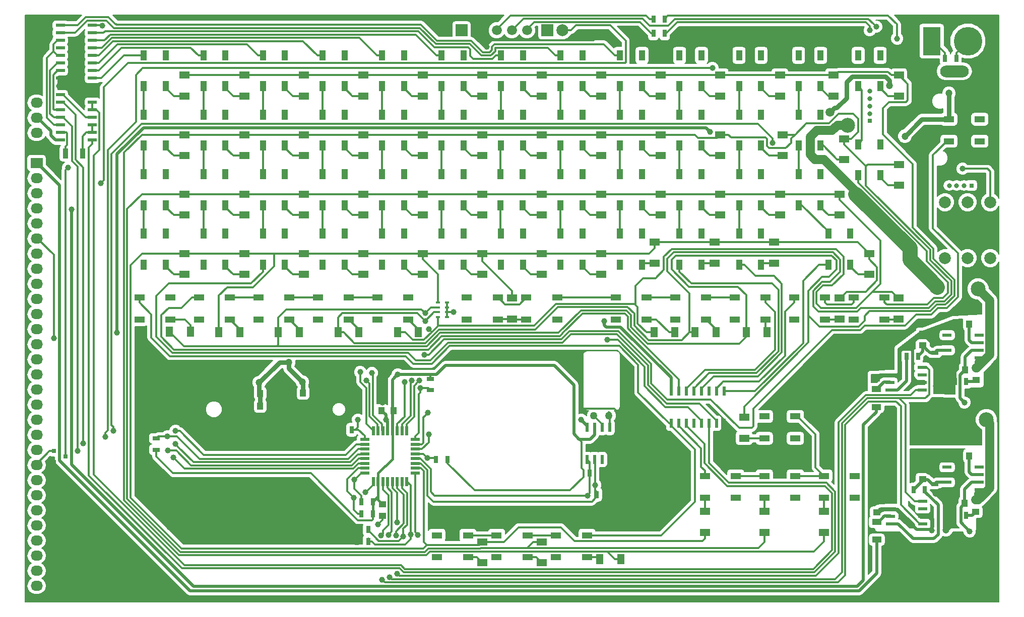
<source format=gbr>
G04 #@! TF.GenerationSoftware,KiCad,Pcbnew,no-vcs-found-7652~57~ubuntu16.04.1*
G04 #@! TF.CreationDate,2017-02-21T14:31:34+01:00*
G04 #@! TF.ProjectId,peripheral-board,7065726970686572616C2D626F617264,rev?*
G04 #@! TF.FileFunction,Copper,L1,Top,Signal*
G04 #@! TF.FilePolarity,Positive*
%FSLAX46Y46*%
G04 Gerber Fmt 4.6, Leading zero omitted, Abs format (unit mm)*
G04 Created by KiCad (PCBNEW no-vcs-found-7652~57~ubuntu16.04.1) date Tue Feb 21 14:31:34 2017*
%MOMM*%
%LPD*%
G01*
G04 APERTURE LIST*
%ADD10C,0.100000*%
%ADD11R,0.800000X0.800000*%
%ADD12O,0.800000X0.800000*%
%ADD13R,0.900000X1.700000*%
%ADD14R,1.250000X1.000000*%
%ADD15R,1.000000X1.250000*%
%ADD16R,1.600000X1.000000*%
%ADD17R,0.700000X1.300000*%
%ADD18R,1.700000X1.300000*%
%ADD19R,1.300000X1.700000*%
%ADD20R,1.300000X0.700000*%
%ADD21C,1.270000*%
%ADD22C,2.000000*%
%ADD23R,2.000000X2.000000*%
%ADD24C,1.676400*%
%ADD25R,0.800100X0.800100*%
%ADD26R,0.762000X0.431800*%
%ADD27R,1.600000X0.550000*%
%ADD28R,0.550000X1.600000*%
%ADD29R,1.550000X0.600000*%
%ADD30O,4.800000X2.000000*%
%ADD31R,3.000000X4.800000*%
%ADD32C,4.800000*%
%ADD33R,0.600000X1.550000*%
%ADD34R,1.800000X1.100000*%
%ADD35R,2.032000X1.727200*%
%ADD36O,2.032000X1.727200*%
%ADD37R,1.500000X0.600000*%
%ADD38R,0.600000X1.500000*%
%ADD39R,1.100000X1.800000*%
%ADD40C,1.000000*%
%ADD41C,1.200000*%
%ADD42C,1.500000*%
%ADD43C,2.500000*%
%ADD44C,0.300000*%
%ADD45C,0.500000*%
%ADD46C,0.800000*%
%ADD47C,2.500000*%
%ADD48C,1.500000*%
%ADD49C,0.400000*%
%ADD50C,0.200000*%
G04 APERTURE END LIST*
D10*
D11*
X142600000Y81550000D03*
D12*
X142600000Y82800000D03*
X142600000Y84050000D03*
X142600000Y85300000D03*
X142600000Y86550000D03*
D11*
X159700000Y70700000D03*
D12*
X158450000Y70700000D03*
X157200000Y70700000D03*
X155950000Y70700000D03*
D13*
X10350000Y76100000D03*
X7450000Y76100000D03*
D14*
X60700000Y17100000D03*
X60700000Y15100000D03*
D15*
X60600000Y32800000D03*
X62600000Y32800000D03*
D16*
X143800000Y14100000D03*
X143800000Y11100000D03*
X143700000Y33450000D03*
X143700000Y36450000D03*
D17*
X57200000Y17500000D03*
X59100000Y17500000D03*
X59100000Y15500000D03*
X57200000Y15500000D03*
X69750000Y24600000D03*
X71650000Y24600000D03*
D18*
X136500000Y85750000D03*
X136500000Y89250000D03*
X127500000Y89250000D03*
X127500000Y85750000D03*
X117500000Y85750000D03*
X117500000Y89250000D03*
X107500000Y89250000D03*
X107500000Y85750000D03*
X97500000Y85750000D03*
X97500000Y89250000D03*
X87500000Y89250000D03*
X87500000Y85750000D03*
X77500000Y85750000D03*
X77500000Y89250000D03*
X67500000Y89250000D03*
X67500000Y85750000D03*
X57500000Y85750000D03*
X57500000Y89250000D03*
X47500000Y89250000D03*
X47500000Y85750000D03*
X147500000Y85750000D03*
X147500000Y89250000D03*
X27500000Y89250000D03*
X27500000Y85750000D03*
X37500000Y55750000D03*
X37500000Y59250000D03*
D19*
X100750000Y7800000D03*
X97250000Y7800000D03*
D18*
X126500000Y57650000D03*
X126500000Y61150000D03*
X142500000Y59250000D03*
X142500000Y55750000D03*
X37500000Y85750000D03*
X37500000Y89250000D03*
X137500000Y51750000D03*
X137500000Y48250000D03*
X138300000Y75050000D03*
X138300000Y78550000D03*
X121500000Y31700000D03*
X121500000Y28200000D03*
X77500000Y7250000D03*
X77500000Y10750000D03*
X27500000Y79250000D03*
X27500000Y75750000D03*
X37500000Y75750000D03*
X37500000Y79250000D03*
X47500000Y79250000D03*
X47500000Y75750000D03*
X57500000Y75750000D03*
X57500000Y79250000D03*
X128000000Y79250000D03*
X128000000Y75750000D03*
X77500000Y75750000D03*
X77500000Y79250000D03*
X87500000Y79250000D03*
X87500000Y75750000D03*
X97500000Y75750000D03*
X97500000Y79250000D03*
X107500000Y79250000D03*
X107500000Y75750000D03*
X117500000Y75750000D03*
X117500000Y79250000D03*
D19*
X53250000Y46000000D03*
X56750000Y46000000D03*
X66750000Y46000000D03*
X63250000Y46000000D03*
X121850000Y46000000D03*
X125350000Y46000000D03*
D18*
X67500000Y75750000D03*
X67500000Y79250000D03*
X87500000Y10750000D03*
X87500000Y7250000D03*
X27500000Y65750000D03*
X27500000Y69250000D03*
X37500000Y69250000D03*
X37500000Y65750000D03*
X47500000Y65750000D03*
X47500000Y69250000D03*
X57500000Y69250000D03*
X57500000Y65750000D03*
X67500000Y65750000D03*
X67500000Y69250000D03*
X77500000Y69250000D03*
X77500000Y65750000D03*
X114900000Y15850000D03*
X114900000Y12350000D03*
X97500000Y69250000D03*
X97500000Y65750000D03*
X107500000Y65750000D03*
X107500000Y69250000D03*
X117500000Y69250000D03*
X117500000Y65750000D03*
X127500000Y65750000D03*
X127500000Y69250000D03*
X137500000Y69250000D03*
X137500000Y65750000D03*
X147400000Y48250000D03*
X147400000Y51750000D03*
D19*
X106350000Y46000000D03*
X109850000Y46000000D03*
D18*
X124900000Y15850000D03*
X124900000Y12350000D03*
X87500000Y69250000D03*
X87500000Y65750000D03*
D19*
X46750000Y46000000D03*
X43250000Y46000000D03*
X33250000Y46000000D03*
X36750000Y46000000D03*
D18*
X134900000Y15850000D03*
X134900000Y12350000D03*
D19*
X24950000Y46100000D03*
X28450000Y46100000D03*
D18*
X27500000Y55750000D03*
X27500000Y59250000D03*
D19*
X113250000Y46000000D03*
X116750000Y46000000D03*
D18*
X47500000Y55750000D03*
X47500000Y59250000D03*
X57500000Y59250000D03*
X57500000Y55750000D03*
X67500000Y55750000D03*
X67500000Y59250000D03*
X77500000Y59250000D03*
X77500000Y55750000D03*
X87500000Y55750000D03*
X87500000Y59250000D03*
X97500000Y59250000D03*
X97500000Y55750000D03*
X106500000Y57650000D03*
X106500000Y61150000D03*
X116500000Y61150000D03*
X116500000Y57650000D03*
X82500000Y51750000D03*
X82500000Y48250000D03*
X147500000Y70750000D03*
X147500000Y74250000D03*
D20*
X68800000Y38150000D03*
X68800000Y36250000D03*
D21*
X96230000Y31970000D03*
X98770000Y31970000D03*
D22*
X91000000Y96800000D03*
D23*
X88460000Y96800000D03*
X74000000Y96800000D03*
D22*
X76540000Y96800000D03*
D24*
X79920000Y96800000D03*
X82460000Y96800000D03*
X85000000Y96800000D03*
D25*
X5499240Y26050000D03*
X5499240Y24150000D03*
X7498220Y25100000D03*
D14*
X143700000Y40200000D03*
X143700000Y38200000D03*
X143800000Y15700000D03*
X143800000Y17700000D03*
D17*
X56450000Y10800000D03*
X58350000Y10800000D03*
D20*
X22700000Y26250000D03*
X22700000Y28150000D03*
D26*
X70038000Y48601120D03*
X70038000Y50998880D03*
X71562000Y50998880D03*
X71562000Y48601120D03*
X70038000Y50198780D03*
X71562000Y50198780D03*
X70038000Y49401220D03*
X71562000Y49401220D03*
D27*
X66250000Y27950000D03*
X66250000Y27150000D03*
X66250000Y26350000D03*
X66250000Y25550000D03*
X66250000Y24750000D03*
X66250000Y23950000D03*
X66250000Y23150000D03*
X66250000Y22350000D03*
D28*
X64800000Y20900000D03*
X64000000Y20900000D03*
X63200000Y20900000D03*
X62400000Y20900000D03*
X61600000Y20900000D03*
X60800000Y20900000D03*
X60000000Y20900000D03*
X59200000Y20900000D03*
D27*
X57750000Y22350000D03*
X57750000Y23150000D03*
X57750000Y23950000D03*
X57750000Y24750000D03*
X57750000Y25550000D03*
X57750000Y26350000D03*
X57750000Y27150000D03*
X57750000Y27950000D03*
D28*
X59200000Y29400000D03*
X60000000Y29400000D03*
X60800000Y29400000D03*
X61600000Y29400000D03*
X62400000Y29400000D03*
X63200000Y29400000D03*
X64000000Y29400000D03*
X64800000Y29400000D03*
D17*
X106250000Y96300000D03*
X108150000Y96300000D03*
X108150000Y98700000D03*
X106250000Y98700000D03*
X155250000Y92100000D03*
X157150000Y92100000D03*
D15*
X157300000Y47400000D03*
X159300000Y47400000D03*
X156600000Y39700000D03*
X158600000Y39700000D03*
D14*
X151500000Y21300000D03*
X151500000Y23300000D03*
X160450000Y40000000D03*
X160450000Y38000000D03*
X151500000Y45800000D03*
X151500000Y43800000D03*
D15*
X158550000Y17200000D03*
X156550000Y17200000D03*
X159300000Y25200000D03*
X157300000Y25200000D03*
D14*
X160400000Y15800000D03*
X160400000Y17800000D03*
D15*
X42200000Y33600000D03*
X40200000Y33600000D03*
X45400000Y35800000D03*
X47400000Y35800000D03*
X42200000Y35700000D03*
X40200000Y35700000D03*
D29*
X161000000Y23300000D03*
X161000000Y22030000D03*
X161000000Y20760000D03*
X161000000Y19490000D03*
X155600000Y19490000D03*
X155600000Y20760000D03*
X155600000Y22030000D03*
X155600000Y23300000D03*
X151400000Y40100000D03*
X151400000Y38830000D03*
X151400000Y37560000D03*
X151400000Y36290000D03*
X146000000Y36290000D03*
X146000000Y37560000D03*
X146000000Y38830000D03*
X146000000Y40100000D03*
X161000000Y45505000D03*
X161000000Y44235000D03*
X161000000Y42965000D03*
X161000000Y41695000D03*
X155600000Y41695000D03*
X155600000Y42965000D03*
X155600000Y44235000D03*
X155600000Y45505000D03*
X146100000Y17605000D03*
X146100000Y16335000D03*
X146100000Y15065000D03*
X146100000Y13795000D03*
X151500000Y13795000D03*
X151500000Y15065000D03*
X151500000Y16335000D03*
X151500000Y17605000D03*
D17*
X55550000Y29600000D03*
X53650000Y29600000D03*
X148800000Y42000000D03*
X150700000Y42000000D03*
X149950000Y19500000D03*
X151850000Y19500000D03*
X156850000Y15200000D03*
X158750000Y15200000D03*
X158800000Y37700000D03*
X156900000Y37700000D03*
D20*
X153500000Y22350000D03*
X153500000Y20450000D03*
D17*
X56450000Y12800000D03*
X58350000Y12800000D03*
D20*
X153500000Y44450000D03*
X153500000Y42550000D03*
D22*
X162850000Y67900000D03*
X159050000Y67900000D03*
X155250000Y67900000D03*
X162850000Y58500000D03*
X159050000Y58500000D03*
X155250000Y58500000D03*
D30*
X156810000Y89920000D03*
D31*
X153000000Y95000000D03*
D32*
X159100000Y95000000D03*
D33*
X98905000Y24600000D03*
X97635000Y24600000D03*
X96365000Y24600000D03*
X95095000Y24600000D03*
X95095000Y30000000D03*
X96365000Y30000000D03*
X97635000Y30000000D03*
X98905000Y30000000D03*
D17*
X98650000Y18700000D03*
X96750000Y18700000D03*
X95550000Y22300000D03*
X97450000Y22300000D03*
D34*
X155900000Y78150000D03*
X155900000Y81850000D03*
X161100000Y78150000D03*
X161100000Y81850000D03*
X84900000Y48150000D03*
X84900000Y51850000D03*
X90100000Y48150000D03*
X90100000Y51850000D03*
D35*
X2630000Y87160000D03*
D36*
X2630000Y84620000D03*
X2630000Y82080000D03*
X2630000Y79540000D03*
D35*
X2630000Y74460000D03*
D36*
X2630000Y71920000D03*
X2630000Y69380000D03*
X2630000Y66840000D03*
X2630000Y64300000D03*
X2630000Y61760000D03*
X2630000Y59220000D03*
X2630000Y56680000D03*
X2630000Y54140000D03*
X2630000Y51600000D03*
X2630000Y49060000D03*
X2630000Y46520000D03*
X2630000Y43980000D03*
X2630000Y41440000D03*
X2630000Y38900000D03*
X2630000Y36360000D03*
X2630000Y33820000D03*
X2630000Y31280000D03*
X2630000Y28740000D03*
X2630000Y26200000D03*
X2630000Y23660000D03*
X2630000Y21120000D03*
X2630000Y18580000D03*
X2630000Y16040000D03*
X2630000Y13500000D03*
X2630000Y10960000D03*
X2630000Y8420000D03*
X2630000Y5880000D03*
X2630000Y3340000D03*
D37*
X6600000Y85950000D03*
X6600000Y84680000D03*
X6600000Y83410000D03*
X6600000Y82140000D03*
X6600000Y80870000D03*
X6600000Y79600000D03*
X6600000Y78330000D03*
X12000000Y78330000D03*
X12000000Y79600000D03*
X12000000Y80870000D03*
X12000000Y82140000D03*
X12000000Y83410000D03*
X12000000Y84680000D03*
X12000000Y85950000D03*
D38*
X118120000Y30700000D03*
X116850000Y30700000D03*
X115580000Y30700000D03*
X114310000Y30700000D03*
X113040000Y30700000D03*
X111770000Y30700000D03*
X110500000Y30700000D03*
X109230000Y30700000D03*
X109230000Y36100000D03*
X110500000Y36100000D03*
X111770000Y36100000D03*
X113040000Y36100000D03*
X114310000Y36100000D03*
X115580000Y36100000D03*
X116850000Y36100000D03*
X118120000Y36100000D03*
D37*
X12000000Y88755000D03*
X12000000Y90025000D03*
X12000000Y91295000D03*
X12000000Y92565000D03*
X12000000Y93835000D03*
X12000000Y95105000D03*
X12000000Y96375000D03*
X12000000Y97645000D03*
X6600000Y97645000D03*
X6600000Y96375000D03*
X6600000Y95105000D03*
X6600000Y93835000D03*
X6600000Y92565000D03*
X6600000Y91295000D03*
X6600000Y90025000D03*
X6600000Y88755000D03*
D39*
X20650000Y92600000D03*
X24350000Y92600000D03*
X20650000Y87400000D03*
X24350000Y87400000D03*
X34350000Y87400000D03*
X30650000Y87400000D03*
X34350000Y92600000D03*
X30650000Y92600000D03*
X40650000Y92600000D03*
X44350000Y92600000D03*
X40650000Y87400000D03*
X44350000Y87400000D03*
X54350000Y87400000D03*
X50650000Y87400000D03*
X54350000Y92600000D03*
X50650000Y92600000D03*
X60650000Y92600000D03*
X64350000Y92600000D03*
X60650000Y87400000D03*
X64350000Y87400000D03*
X74350000Y87400000D03*
X70650000Y87400000D03*
X74350000Y92600000D03*
X70650000Y92600000D03*
X80650000Y92600000D03*
X84350000Y92600000D03*
X80650000Y87400000D03*
X84350000Y87400000D03*
X104350000Y87400000D03*
X100650000Y87400000D03*
X104350000Y92600000D03*
X100650000Y92600000D03*
X20650000Y72600000D03*
X24350000Y72600000D03*
X20650000Y67400000D03*
X24350000Y67400000D03*
X114350000Y87400000D03*
X110650000Y87400000D03*
X114350000Y92600000D03*
X110650000Y92600000D03*
X120650000Y92600000D03*
X124350000Y92600000D03*
X120650000Y87400000D03*
X124350000Y87400000D03*
X134350000Y87400000D03*
X130650000Y87400000D03*
X134350000Y92600000D03*
X130650000Y92600000D03*
X140650000Y92600000D03*
X144350000Y92600000D03*
X140650000Y87400000D03*
X144350000Y87400000D03*
D34*
X119900000Y48150000D03*
X119900000Y51850000D03*
X125100000Y48150000D03*
X125100000Y51850000D03*
X65100000Y51850000D03*
X65100000Y48150000D03*
X59900000Y51850000D03*
X59900000Y48150000D03*
D39*
X94350000Y87400000D03*
X90650000Y87400000D03*
X94350000Y92600000D03*
X90650000Y92600000D03*
D34*
X130100000Y31850000D03*
X130100000Y28150000D03*
X124900000Y31850000D03*
X124900000Y28150000D03*
D39*
X34350000Y77400000D03*
X30650000Y77400000D03*
X34350000Y82600000D03*
X30650000Y82600000D03*
X40650000Y82600000D03*
X44350000Y82600000D03*
X40650000Y77400000D03*
X44350000Y77400000D03*
X54350000Y77400000D03*
X50650000Y77400000D03*
X54350000Y82600000D03*
X50650000Y82600000D03*
X60650000Y82600000D03*
X64350000Y82600000D03*
X60650000Y77400000D03*
X64350000Y77400000D03*
X74350000Y77400000D03*
X70650000Y77400000D03*
X74350000Y82600000D03*
X70650000Y82600000D03*
X80650000Y82600000D03*
X84350000Y82600000D03*
X80650000Y77400000D03*
X84350000Y77400000D03*
D34*
X114900000Y18150000D03*
X114900000Y21850000D03*
X120100000Y18150000D03*
X120100000Y21850000D03*
X95100000Y11850000D03*
X95100000Y8150000D03*
X89900000Y11850000D03*
X89900000Y8150000D03*
D39*
X114350000Y77400000D03*
X110650000Y77400000D03*
X114350000Y82600000D03*
X110650000Y82600000D03*
X120650000Y82600000D03*
X124350000Y82600000D03*
X120650000Y77400000D03*
X124350000Y77400000D03*
X134350000Y77400000D03*
X130650000Y77400000D03*
X134350000Y82600000D03*
X130650000Y82600000D03*
X140650000Y77600000D03*
X144350000Y77600000D03*
X140650000Y72400000D03*
X144350000Y72400000D03*
D34*
X109900000Y48150000D03*
X109900000Y51850000D03*
X115100000Y48150000D03*
X115100000Y51850000D03*
X55100000Y51850000D03*
X55100000Y48150000D03*
X49900000Y51850000D03*
X49900000Y48150000D03*
X79900000Y8150000D03*
X79900000Y11850000D03*
X85100000Y8150000D03*
X85100000Y11850000D03*
D39*
X90650000Y82600000D03*
X94350000Y82600000D03*
X90650000Y77400000D03*
X94350000Y77400000D03*
X44350000Y67400000D03*
X40650000Y67400000D03*
X44350000Y72600000D03*
X40650000Y72600000D03*
X50650000Y72600000D03*
X54350000Y72600000D03*
X50650000Y67400000D03*
X54350000Y67400000D03*
X64350000Y67400000D03*
X60650000Y67400000D03*
X64350000Y72600000D03*
X60650000Y72600000D03*
X70650000Y72600000D03*
X74350000Y72600000D03*
X70650000Y67400000D03*
X74350000Y67400000D03*
X84250000Y67400000D03*
X80550000Y67400000D03*
X84250000Y72600000D03*
X80550000Y72600000D03*
X90650000Y72600000D03*
X94350000Y72600000D03*
X90650000Y67400000D03*
X94350000Y67400000D03*
X104350000Y67400000D03*
X100650000Y67400000D03*
X104350000Y72600000D03*
X100650000Y72600000D03*
X20650000Y82600000D03*
X24350000Y82600000D03*
X20650000Y77400000D03*
X24350000Y77400000D03*
X124350000Y67400000D03*
X120650000Y67400000D03*
X124350000Y72600000D03*
X120650000Y72600000D03*
X130650000Y72600000D03*
X134350000Y72600000D03*
X130650000Y67400000D03*
X134350000Y67400000D03*
D34*
X139900000Y48150000D03*
X139900000Y51850000D03*
X145100000Y48150000D03*
X145100000Y51850000D03*
X105100000Y51850000D03*
X105100000Y48150000D03*
X99900000Y51850000D03*
X99900000Y48150000D03*
X39900000Y48150000D03*
X39900000Y51850000D03*
X45100000Y48150000D03*
X45100000Y51850000D03*
X130100000Y21850000D03*
X130100000Y18150000D03*
X124900000Y21850000D03*
X124900000Y18150000D03*
D39*
X24350000Y57400000D03*
X20650000Y57400000D03*
X24350000Y62600000D03*
X20650000Y62600000D03*
X100650000Y82600000D03*
X104350000Y82600000D03*
X100650000Y77400000D03*
X104350000Y77400000D03*
X114350000Y67400000D03*
X110650000Y67400000D03*
X114350000Y72600000D03*
X110650000Y72600000D03*
X110650000Y62600000D03*
X114350000Y62600000D03*
X110650000Y57400000D03*
X114350000Y57400000D03*
X34350000Y57400000D03*
X30650000Y57400000D03*
X34350000Y62600000D03*
X30650000Y62600000D03*
X40650000Y62600000D03*
X44350000Y62600000D03*
X40650000Y57400000D03*
X44350000Y57400000D03*
X54350000Y57400000D03*
X50650000Y57400000D03*
X54350000Y62600000D03*
X50650000Y62600000D03*
X60650000Y62600000D03*
X64350000Y62600000D03*
X60650000Y57400000D03*
X64350000Y57400000D03*
X74350000Y57400000D03*
X70650000Y57400000D03*
X74350000Y62600000D03*
X70650000Y62600000D03*
X80650000Y62600000D03*
X84350000Y62600000D03*
X80650000Y57400000D03*
X84350000Y57400000D03*
X94350000Y57400000D03*
X90650000Y57400000D03*
X94350000Y62600000D03*
X90650000Y62600000D03*
D34*
X75100000Y11850000D03*
X75100000Y8150000D03*
X69900000Y11850000D03*
X69900000Y8150000D03*
D39*
X34350000Y67400000D03*
X30650000Y67400000D03*
X34350000Y72600000D03*
X30650000Y72600000D03*
X120650000Y62600000D03*
X124350000Y62600000D03*
X120650000Y57400000D03*
X124350000Y57400000D03*
X139350000Y57400000D03*
X135650000Y57400000D03*
X139350000Y62600000D03*
X135650000Y62600000D03*
D34*
X135100000Y51850000D03*
X135100000Y48150000D03*
X129900000Y51850000D03*
X129900000Y48150000D03*
X74900000Y48150000D03*
X74900000Y51850000D03*
X80100000Y48150000D03*
X80100000Y51850000D03*
X35100000Y51850000D03*
X35100000Y48150000D03*
X29900000Y51850000D03*
X29900000Y48150000D03*
X134900000Y18150000D03*
X134900000Y21850000D03*
X140100000Y18150000D03*
X140100000Y21850000D03*
X25100000Y51850000D03*
X25100000Y48150000D03*
X19900000Y51850000D03*
X19900000Y48150000D03*
D39*
X104350000Y57400000D03*
X100650000Y57400000D03*
X104350000Y62600000D03*
X100650000Y62600000D03*
D40*
X98500000Y44740000D03*
D41*
X153702818Y18902818D03*
X153700000Y41000000D03*
X155400001Y12750000D03*
X153800000Y37000000D03*
D40*
X98000000Y47900000D03*
D41*
X155900000Y86200000D03*
X148499976Y79000000D03*
D40*
X94100000Y31300000D03*
X153042893Y12657107D03*
X61300000Y31300000D03*
D41*
X40030000Y37550000D03*
X47260000Y37640000D03*
X45000000Y40960000D03*
D40*
X13700000Y97549979D03*
X72700000Y49400000D03*
X59980000Y13700000D03*
X63200010Y14000000D03*
X155400001Y12750000D03*
X159300000Y86200000D03*
D42*
X25200000Y13300000D03*
X14400000Y13300000D03*
D41*
X14400000Y13300000D03*
X25200000Y13300000D03*
D40*
X78250214Y94068520D03*
X60700000Y34200002D03*
D41*
X42192893Y37442893D03*
D40*
X6400000Y87400000D03*
D43*
X118300000Y95500000D03*
D40*
X55900000Y18200000D03*
X56000000Y21200010D03*
X57900000Y19100000D03*
X68399996Y32500000D03*
X68500000Y28800000D03*
X96500000Y20300000D03*
X95170000Y18510000D03*
X8499998Y66700000D03*
X5499989Y45000000D03*
X58964133Y39162463D03*
X58064123Y37874738D03*
X57000000Y39300000D03*
X25600000Y24900000D03*
X142600000Y96800000D03*
X147200000Y95400000D03*
X143692698Y97407054D03*
D42*
X135900012Y83000000D03*
D41*
X145900000Y87500000D03*
D43*
X160800000Y53300000D03*
X162200000Y31300000D03*
D40*
X67100000Y36600000D03*
X67800010Y42199954D03*
X65451497Y11949287D03*
X66700536Y11900009D03*
X126280010Y77900010D03*
X15491920Y29386701D03*
X25981716Y29400010D03*
X64441692Y37648293D03*
X67900000Y49200000D03*
X66916113Y37899990D03*
X68517258Y46562031D03*
X65666102Y37899990D03*
X67900008Y47900000D03*
X24600000Y28499998D03*
X14200000Y28400000D03*
X116156121Y90464434D03*
X61900000Y4825032D03*
X61755290Y11944860D03*
X60649987Y4400000D03*
X60513097Y11805261D03*
X63200000Y5375043D03*
X62997456Y11805024D03*
X24700000Y26100000D03*
X9500000Y26000000D03*
X10479990Y27300000D03*
X25900000Y27200000D03*
X158200000Y73500000D03*
X64237826Y11650070D03*
X16140000Y45920000D03*
D43*
X138920000Y80850000D03*
X154000000Y53599998D03*
D40*
X115800000Y79700000D03*
X159400000Y12500000D03*
X158500000Y34200000D03*
X56600000Y31300000D03*
X13400000Y71100000D03*
X7900000Y73700000D03*
X63300000Y38900000D03*
X68285582Y24879432D03*
D44*
X106500000Y57649940D02*
X104599940Y57649940D01*
X104599940Y57649940D02*
X104350000Y57400000D01*
X104350000Y57050000D02*
X104350000Y57400000D01*
X28450060Y46100000D02*
X28450060Y47249630D01*
X28450060Y47249630D02*
X27549690Y48150000D01*
X27549690Y48150000D02*
X26300000Y48150000D01*
X26300000Y48150000D02*
X25100000Y48150000D01*
X134900000Y18150000D02*
X134900000Y15850000D01*
X134900000Y18150000D02*
X134550000Y18150000D01*
X36750060Y46000000D02*
X36750060Y46499940D01*
X36750060Y46499940D02*
X35100000Y48150000D01*
X82500000Y48249940D02*
X80199940Y48249940D01*
X80199940Y48249940D02*
X80100000Y48150000D01*
X84900000Y48150000D02*
X82599940Y48150000D01*
X82599940Y48150000D02*
X82500000Y48249940D01*
D45*
X80100000Y48150000D02*
X80100000Y48149940D01*
D44*
X135100000Y48150000D02*
X137400060Y48150000D01*
X137400060Y48150000D02*
X137500000Y48249940D01*
X142500000Y55749940D02*
X140650060Y55749940D01*
X140650060Y55749940D02*
X139350000Y57050000D01*
X139350000Y57050000D02*
X139350000Y57400000D01*
X126500000Y57649940D02*
X124599940Y57649940D01*
X124599940Y57649940D02*
X124350000Y57400000D01*
X124350000Y57050000D02*
X124350000Y57400000D01*
X37500000Y65749940D02*
X35650060Y65749940D01*
X35650060Y65749940D02*
X34350000Y67050000D01*
X34350000Y67050000D02*
X34350000Y67400000D01*
X95100000Y8150000D02*
X96899940Y8150000D01*
X96899940Y8150000D02*
X97249940Y7800000D01*
X97500000Y55749940D02*
X95650060Y55749940D01*
X95650060Y55749940D02*
X94350000Y57050000D01*
X94350000Y57050000D02*
X94350000Y57400000D01*
X87500000Y55749940D02*
X85650060Y55749940D01*
X85650060Y55749940D02*
X84350000Y57050000D01*
X84350000Y57050000D02*
X84350000Y57400000D01*
X77500000Y55749940D02*
X75650060Y55749940D01*
X75650060Y55749940D02*
X74350000Y57050000D01*
X74350000Y57050000D02*
X74350000Y57400000D01*
X64350000Y57400000D02*
X64350000Y57050000D01*
X65650060Y55749940D02*
X66350370Y55749940D01*
X64350000Y57050000D02*
X65650060Y55749940D01*
X66350370Y55749940D02*
X67500000Y55749940D01*
X54350000Y57400000D02*
X54350000Y57050000D01*
X56350370Y55749940D02*
X57500000Y55749940D01*
X54350000Y57050000D02*
X55650060Y55749940D01*
X55650060Y55749940D02*
X56350370Y55749940D01*
X44350000Y57400000D02*
X44350000Y57050000D01*
X44350000Y57050000D02*
X45650060Y55749940D01*
X45650060Y55749940D02*
X46350370Y55749940D01*
X46350370Y55749940D02*
X47500000Y55749940D01*
X37500000Y55749940D02*
X35650060Y55749940D01*
X35650060Y55749940D02*
X34350000Y57050000D01*
X34350000Y57050000D02*
X34350000Y57400000D01*
X116500000Y57649940D02*
X114599940Y57649940D01*
X114599940Y57649940D02*
X114350000Y57400000D01*
X114350000Y57050000D02*
X114350000Y57400000D01*
X117500000Y65749940D02*
X115650060Y65749940D01*
X114350000Y67050000D02*
X114350000Y67400000D01*
X115650060Y65749940D02*
X114350000Y67050000D01*
X107500000Y75749940D02*
X105650060Y75749940D01*
X105650060Y75749940D02*
X104350000Y77050000D01*
X104350000Y77050000D02*
X104350000Y77400000D01*
X24350000Y57400000D02*
X24350000Y57050000D01*
X24350000Y57050000D02*
X25650060Y55749940D01*
X25650060Y55749940D02*
X26350370Y55749940D01*
X26350370Y55749940D02*
X27500000Y55749940D01*
X124900000Y18150000D02*
X124900000Y15850000D01*
X124900000Y18150000D02*
X124550000Y18150000D01*
X46750060Y46000000D02*
X46750060Y46499940D01*
X46750060Y46499940D02*
X45100000Y48150000D01*
X109850000Y46000000D02*
X108900000Y46000000D01*
X108900000Y46000000D02*
X106750000Y48150000D01*
X106750000Y48150000D02*
X106300000Y48150000D01*
X106300000Y48150000D02*
X105100000Y48150000D01*
X145100000Y48150000D02*
X147300060Y48150000D01*
X147300060Y48150000D02*
X147400000Y48249940D01*
X137500000Y65749940D02*
X135650060Y65749940D01*
X135650060Y65749940D02*
X134350000Y67050000D01*
X134350000Y67050000D02*
X134350000Y67400000D01*
X127500000Y65749940D02*
X125650060Y65749940D01*
X125650060Y65749940D02*
X124350000Y67050000D01*
X124350000Y67050000D02*
X124350000Y67400000D01*
X27500000Y75749940D02*
X25650060Y75749940D01*
X25650060Y75749940D02*
X24350000Y77050000D01*
X24350000Y77050000D02*
X24350000Y77400000D01*
X107500000Y65749940D02*
X105650060Y65749940D01*
X105650060Y65749940D02*
X104350000Y67050000D01*
X104350000Y67050000D02*
X104350000Y67400000D01*
X97500000Y65749940D02*
X95650060Y65749940D01*
X95650060Y65749940D02*
X94350000Y67050000D01*
X94350000Y67050000D02*
X94350000Y67400000D01*
X87500000Y65749940D02*
X85550060Y65749940D01*
X85550060Y65749940D02*
X84250000Y67050000D01*
X84250000Y67050000D02*
X84250000Y67400000D01*
X77500000Y65749940D02*
X75650060Y65749940D01*
X75650060Y65749940D02*
X74350000Y67050000D01*
X74350000Y67050000D02*
X74350000Y67400000D01*
X67500000Y65749940D02*
X65650060Y65749940D01*
X65650060Y65749940D02*
X64350000Y67050000D01*
X64350000Y67050000D02*
X64350000Y67400000D01*
X57500000Y65749940D02*
X55650060Y65749940D01*
X55650060Y65749940D02*
X54350000Y67050000D01*
X54350000Y67050000D02*
X54350000Y67400000D01*
X47500000Y65749940D02*
X45650060Y65749940D01*
X45650060Y65749940D02*
X44350000Y67050000D01*
X44350000Y67050000D02*
X44350000Y67400000D01*
X97500000Y75749940D02*
X95650060Y75749940D01*
X95650060Y75749940D02*
X94350000Y77050000D01*
X94350000Y77050000D02*
X94350000Y77400000D01*
X85100000Y8150000D02*
X86599940Y8150000D01*
X86599940Y8150000D02*
X87500000Y7249940D01*
X85100000Y8150000D02*
X85500550Y8150000D01*
X85100000Y8150000D02*
X84750000Y8150000D01*
X56750060Y46000000D02*
X56750060Y46499940D01*
X56750060Y46499940D02*
X55100000Y48150000D01*
X116750060Y46000000D02*
X116750060Y46499940D01*
X116750060Y46499940D02*
X115100000Y48150000D01*
X147500000Y70749940D02*
X145650060Y70749940D01*
X145650060Y70749940D02*
X144350000Y72050000D01*
X144350000Y72050000D02*
X144350000Y72400000D01*
X138300000Y75050000D02*
X137150000Y75050000D01*
X137150000Y75050000D02*
X134800000Y77400000D01*
X134800000Y77400000D02*
X134350000Y77400000D01*
X134350000Y77050000D02*
X134350000Y77400000D01*
X127500000Y75750000D02*
X125650000Y75750000D01*
X125650000Y75750000D02*
X124350000Y77050000D01*
X124350000Y77050000D02*
X124350000Y77400000D01*
X117500000Y75749940D02*
X115650060Y75749940D01*
X114350000Y77050000D02*
X114350000Y77400000D01*
X115650060Y75749940D02*
X114350000Y77050000D01*
X75100000Y8150000D02*
X76599940Y8150000D01*
X76599940Y8150000D02*
X77500000Y7249940D01*
X75100000Y8150000D02*
X74750000Y8150000D01*
X114900000Y18150000D02*
X114900000Y15850000D01*
X87500000Y75749940D02*
X85650060Y75749940D01*
X85650060Y75749940D02*
X84350000Y77050000D01*
X84350000Y77050000D02*
X84350000Y77400000D01*
X77500000Y75749940D02*
X75650060Y75749940D01*
X75650060Y75749940D02*
X74350000Y77050000D01*
X74350000Y77050000D02*
X74350000Y77400000D01*
X67500000Y75749940D02*
X65650060Y75749940D01*
X65650060Y75749940D02*
X64350000Y77050000D01*
X64350000Y77050000D02*
X64350000Y77400000D01*
X57500000Y75749940D02*
X55650060Y75749940D01*
X55650060Y75749940D02*
X54350000Y77050000D01*
X54350000Y77050000D02*
X54350000Y77400000D01*
X47500000Y75749940D02*
X45650060Y75749940D01*
X45650060Y75749940D02*
X44350000Y77050000D01*
X44350000Y77050000D02*
X44350000Y77400000D01*
X37500000Y75749940D02*
X35650060Y75749940D01*
X35650060Y75749940D02*
X34350000Y77050000D01*
X34350000Y77050000D02*
X34350000Y77400000D01*
X124900000Y28150000D02*
X121550000Y28150000D01*
X121550000Y28150000D02*
X121500000Y28200000D01*
X124550000Y28150000D02*
X124900000Y28150000D01*
X97500000Y85749940D02*
X95650060Y85749940D01*
X95650060Y85749940D02*
X94350000Y87050000D01*
X94350000Y87050000D02*
X94350000Y87400000D01*
X66750000Y46000000D02*
X66750000Y46500000D01*
X66750000Y46500000D02*
X65100000Y48150000D01*
X125100000Y48150000D02*
X125100000Y46250000D01*
X125100000Y46250000D02*
X125350000Y46000000D01*
X147500000Y85749940D02*
X145650060Y85749940D01*
X145650060Y85749940D02*
X144350000Y87050000D01*
X144350000Y87050000D02*
X144350000Y87400000D01*
X134350000Y87400000D02*
X134350000Y87050000D01*
X134350000Y87050000D02*
X135650000Y85750000D01*
X135650000Y85750000D02*
X136500000Y85750000D01*
X127500000Y85749940D02*
X125650060Y85749940D01*
X125650060Y85749940D02*
X124350000Y87050000D01*
X124350000Y87050000D02*
X124350000Y87400000D01*
X117500000Y85749940D02*
X115650060Y85749940D01*
X115650060Y85749940D02*
X114350000Y87050000D01*
X114350000Y87050000D02*
X114350000Y87400000D01*
X24350000Y67400000D02*
X24350000Y67050000D01*
X24350000Y67050000D02*
X25650060Y65749940D01*
X25650060Y65749940D02*
X26350370Y65749940D01*
X26350370Y65749940D02*
X27500000Y65749940D01*
X107500000Y85749940D02*
X105650060Y85749940D01*
X105650060Y85749940D02*
X104350000Y87050000D01*
X104350000Y87050000D02*
X104350000Y87400000D01*
X87500000Y85749940D02*
X85650060Y85749940D01*
X85650060Y85749940D02*
X84350000Y87050000D01*
X84350000Y87050000D02*
X84350000Y87400000D01*
X77500000Y85749940D02*
X75650060Y85749940D01*
X75650060Y85749940D02*
X74350000Y87050000D01*
X74350000Y87050000D02*
X74350000Y87400000D01*
X67500000Y85749940D02*
X65650060Y85749940D01*
X65650060Y85749940D02*
X64350000Y87050000D01*
X64350000Y87050000D02*
X64350000Y87400000D01*
X57500000Y85749940D02*
X55650060Y85749940D01*
X55650060Y85749940D02*
X54350000Y87050000D01*
X54350000Y87050000D02*
X54350000Y87400000D01*
X47500000Y85749940D02*
X45650060Y85749940D01*
X45650060Y85749940D02*
X44350000Y87050000D01*
X44350000Y87050000D02*
X44350000Y87400000D01*
X37500000Y85749940D02*
X35650060Y85749940D01*
X35650060Y85749940D02*
X34350000Y87050000D01*
X34350000Y87050000D02*
X34350000Y87400000D01*
X27500000Y85749940D02*
X25650060Y85749940D01*
X25650060Y85749940D02*
X24350000Y87050000D01*
X24350000Y87050000D02*
X24350000Y87400000D01*
X99207106Y44740000D02*
X98500000Y44740000D01*
X100282170Y44740000D02*
X99207106Y44740000D01*
X114310000Y30700000D02*
X114310000Y31150000D01*
D45*
X109230000Y38370000D02*
X100739977Y46860023D01*
X100739977Y46860023D02*
X98332871Y46860023D01*
X98332871Y46860023D02*
X98000000Y47192894D01*
D44*
X112010010Y33449990D02*
X108272179Y33449990D01*
X104799980Y36922189D02*
X104799980Y40222190D01*
X104799980Y40222190D02*
X100282170Y44740000D01*
D45*
X98000000Y47192894D02*
X98000000Y47900000D01*
D44*
X114310000Y31150000D02*
X112010010Y33449990D01*
D45*
X109230000Y36100000D02*
X109230000Y38370000D01*
D44*
X108272179Y33449990D02*
X104799980Y36922189D01*
X63200010Y19007826D02*
X63200010Y14707106D01*
X62400000Y20900000D02*
X62400000Y19807836D01*
X63200010Y14707106D02*
X63200010Y14000000D01*
X62400000Y19807836D02*
X63200010Y19007826D01*
D45*
X155600000Y19490000D02*
X154290000Y19490000D01*
X154290000Y19490000D02*
X153702818Y18902818D01*
D46*
X155600000Y41695000D02*
X154905000Y41000000D01*
X154905000Y41000000D02*
X153700000Y41000000D01*
X156550000Y17200000D02*
X156550000Y13899999D01*
X156550000Y13899999D02*
X155400001Y12750000D01*
X156600000Y39700000D02*
X156500000Y39700000D01*
X156500000Y39700000D02*
X153800000Y37000000D01*
D45*
X149800000Y42900002D02*
X149800000Y44225000D01*
X149800000Y44225000D02*
X151375000Y45800000D01*
X151375000Y45800000D02*
X151500000Y45800000D01*
X151400000Y37560000D02*
X150694998Y37560000D01*
X147275000Y38830000D02*
X146000000Y38830000D01*
X150694998Y37560000D02*
X149800000Y38454998D01*
X149800000Y38454998D02*
X149800000Y42900002D01*
X149800000Y42900002D02*
X149550001Y43150001D01*
X149550001Y43150001D02*
X148049999Y43150001D01*
X148049999Y43150001D02*
X147600000Y42700002D01*
X147600000Y42700002D02*
X147600000Y39155000D01*
X147600000Y39155000D02*
X147275000Y38830000D01*
D46*
X155900000Y81850000D02*
X155900000Y86200000D01*
X148499976Y79000000D02*
X151349976Y81850000D01*
X151349976Y81850000D02*
X155900000Y81850000D01*
D45*
X95095000Y30000000D02*
X95095000Y30305000D01*
X95095000Y30305000D02*
X94100000Y31300000D01*
X152739326Y12800000D02*
X152900000Y12800000D01*
X152900000Y12800000D02*
X153042893Y12657107D01*
D46*
X40200000Y35700000D02*
X40200000Y33600000D01*
X40030000Y37550000D02*
X40030000Y35870000D01*
X40030000Y35870000D02*
X40200000Y35700000D01*
X47400000Y35800000D02*
X47400000Y37500000D01*
X47400000Y37500000D02*
X47260000Y37640000D01*
X45000000Y40960000D02*
X43440000Y40960000D01*
X43440000Y40960000D02*
X40030000Y37550000D01*
X45000000Y40960000D02*
X45000000Y39900000D01*
X45000000Y39900000D02*
X47260000Y37640000D01*
D45*
X2630000Y82080000D02*
X2782400Y82080000D01*
X2782400Y82080000D02*
X5000000Y79862400D01*
X5000000Y79862400D02*
X5000000Y79100000D01*
X5000000Y79100000D02*
X5770000Y78330000D01*
X5770000Y78330000D02*
X6600000Y78330000D01*
D44*
X13604979Y97645000D02*
X13700000Y97549979D01*
X12000000Y97645000D02*
X13604979Y97645000D01*
X157150000Y92100000D02*
X157150000Y93050000D01*
X157150000Y93050000D02*
X159100000Y95000000D01*
D45*
X61300000Y31300000D02*
X61300000Y32100000D01*
X61300000Y32100000D02*
X60600000Y32800000D01*
X61600000Y29400000D02*
X61600000Y31000000D01*
X61600000Y31000000D02*
X61300000Y31300000D01*
D44*
X71562000Y49401220D02*
X72698780Y49401220D01*
X72698780Y49401220D02*
X72700000Y49400000D01*
X71562000Y49401220D02*
X71562000Y48601120D01*
X71562000Y50198780D02*
X71562000Y49401220D01*
X71562000Y50998880D02*
X71562000Y50198780D01*
X60700000Y14420000D02*
X59980000Y13700000D01*
X60700000Y15100000D02*
X60700000Y14420000D01*
D45*
X151500000Y15065000D02*
X152775000Y15065000D01*
X153200000Y14640000D02*
X153200000Y13260674D01*
X146565000Y16335000D02*
X146100000Y16335000D01*
X152775000Y15065000D02*
X153200000Y14640000D01*
X153200000Y13260674D02*
X152739326Y12800000D01*
X152739326Y12800000D02*
X150500000Y12800000D01*
X146965000Y16335000D02*
X146565000Y16335000D01*
X150500000Y12800000D02*
X146965000Y16335000D01*
X156875001Y19490001D02*
X157300000Y19915000D01*
X157300000Y19915000D02*
X157300000Y22455000D01*
X156875001Y41695001D02*
X157300000Y42120000D01*
X157300000Y42120000D02*
X157300000Y44660000D01*
X156600000Y39700000D02*
X156600000Y39600000D01*
X151400000Y37560000D02*
X151940000Y37560000D01*
X156875000Y22030000D02*
X157300000Y22455000D01*
X157300000Y22455000D02*
X157300000Y25200000D01*
X156850000Y15200000D02*
X156850000Y16900000D01*
X156850000Y16900000D02*
X156550000Y17200000D01*
X156875000Y44235000D02*
X157300000Y44660000D01*
X157300000Y44660000D02*
X157300000Y47400000D01*
X156900000Y37700000D02*
X156900000Y39400000D01*
X156900000Y39400000D02*
X156600000Y39700000D01*
X146000000Y38830000D02*
X144330000Y38830000D01*
X144330000Y38830000D02*
X143700000Y38200000D01*
X153500000Y44450000D02*
X152850000Y44450000D01*
X152850000Y44450000D02*
X151500000Y45800000D01*
X155600000Y44235000D02*
X153715000Y44235000D01*
X153715000Y44235000D02*
X153500000Y44450000D01*
X156600000Y39700000D02*
X156600000Y40695000D01*
X156600000Y40695000D02*
X155600000Y41695000D01*
X155600000Y41695000D02*
X156875001Y41695001D01*
X156875000Y44235000D02*
X155600000Y44235000D01*
X156550000Y17200000D02*
X156550000Y18540000D01*
X156550000Y18540000D02*
X155600000Y19490000D01*
X155600000Y19490000D02*
X156875001Y19490001D01*
X156875000Y22030000D02*
X155600000Y22030000D01*
X153500000Y22350000D02*
X152450000Y22350000D01*
X152450000Y22350000D02*
X151500000Y23300000D01*
X155600000Y22030000D02*
X153820000Y22030000D01*
X153820000Y22030000D02*
X153500000Y22350000D01*
X146100000Y16335000D02*
X144435000Y16335000D01*
X144435000Y16335000D02*
X143800000Y15700000D01*
D44*
X6600000Y80870000D02*
X5550000Y80870000D01*
X5550000Y80870000D02*
X4349979Y82070021D01*
X4349979Y82070021D02*
X4349979Y92164981D01*
X4349979Y92164981D02*
X5449999Y93265001D01*
X6600000Y92565000D02*
X7050000Y92565000D01*
X6600000Y95105000D02*
X6099998Y95105000D01*
X6099998Y95105000D02*
X5449999Y94455001D01*
X5449999Y94455001D02*
X5449999Y93265001D01*
X5449999Y93265001D02*
X6150000Y92565000D01*
X6150000Y92565000D02*
X6600000Y92565000D01*
X6600000Y83410000D02*
X5550000Y83410000D01*
X5550000Y83410000D02*
X5449999Y83510001D01*
X5449999Y83510001D02*
X5449999Y89324999D01*
X5449999Y89324999D02*
X6150000Y90025000D01*
X6150000Y90025000D02*
X6600000Y90025000D01*
X6600000Y90025000D02*
X6099998Y90025000D01*
X94420008Y33120008D02*
X94250000Y32950000D01*
X100500000Y32300000D02*
X99679992Y33120008D01*
X99679992Y33120008D02*
X94420008Y33120008D01*
X100500000Y25595000D02*
X100500000Y32300000D01*
X98905000Y24600000D02*
X99505000Y24600000D01*
X99505000Y24600000D02*
X100500000Y25595000D01*
D45*
X158800001Y85700001D02*
X159300000Y86200000D01*
X158800001Y85610001D02*
X158800001Y85700001D01*
X158860001Y85550001D02*
X158800001Y85610001D01*
D46*
X14400000Y13300000D02*
X12900000Y13300000D01*
X56450000Y12800000D02*
X25700000Y12800000D01*
X25700000Y12800000D02*
X25200000Y13300000D01*
D44*
X78250214Y94775626D02*
X78250214Y94068520D01*
X76540000Y96800000D02*
X78250214Y95089786D01*
X78250214Y95089786D02*
X78250214Y94775626D01*
X60700000Y34907108D02*
X60700000Y34200002D01*
X60700000Y35207106D02*
X60700000Y34907108D01*
X60800000Y35307106D02*
X60700000Y35207106D01*
D46*
X42192893Y37442893D02*
X42192893Y33207107D01*
X42192893Y33207107D02*
X42200000Y33200000D01*
D44*
X96240000Y95100000D02*
X97400000Y96260000D01*
X78240000Y95100000D02*
X96240000Y95100000D01*
X76540000Y96800000D02*
X78240000Y95100000D01*
D45*
X6600000Y87600000D02*
X6400000Y87400000D01*
X6600000Y88755000D02*
X6600000Y87600000D01*
D47*
X118300000Y95500000D02*
X120400000Y95500000D01*
D44*
X56450000Y10800000D02*
X56450000Y12800000D01*
D45*
X146000000Y40100000D02*
X143800000Y40100000D01*
X143800000Y40100000D02*
X143700000Y40200000D01*
X146100000Y17605000D02*
X143895000Y17605000D01*
X143895000Y17605000D02*
X143800000Y17700000D01*
D44*
X133329992Y5629989D02*
X136800000Y9099997D01*
X118050010Y21549992D02*
X115580000Y24020002D01*
X118900000Y20700001D02*
X118050010Y21549992D01*
X11380000Y77110000D02*
X11380000Y21920000D01*
X11380000Y21920000D02*
X27024955Y6275045D01*
X12000000Y78330000D02*
X12000000Y77730000D01*
X12000000Y77730000D02*
X11380000Y77110000D01*
X64277058Y5629989D02*
X133329992Y5629989D01*
X27024955Y6275045D02*
X63632002Y6275045D01*
X63632002Y6275045D02*
X64277058Y5629989D01*
X136800000Y9099997D02*
X136800000Y19200000D01*
X136800000Y19200000D02*
X135299999Y20700001D01*
X135299999Y20700001D02*
X118900000Y20700001D01*
X115580000Y24020002D02*
X115580000Y29650000D01*
X115580000Y29650000D02*
X115580000Y30700000D01*
X115580000Y31150000D02*
X115580000Y30700000D01*
X12000000Y78330000D02*
X11550000Y78330000D01*
X13150001Y81519999D02*
X13135002Y81505000D01*
X13150001Y82949999D02*
X13150001Y81519999D01*
X13150001Y76650001D02*
X12200000Y75700000D01*
X63859824Y6825056D02*
X64504880Y6180000D01*
X12000000Y83410000D02*
X12690000Y83410000D01*
X118672178Y20149990D02*
X114800011Y24022159D01*
X12200000Y75700000D02*
X12200000Y22066501D01*
X12690000Y83410000D02*
X13150001Y82949999D01*
X13135002Y81505000D02*
X13150001Y81490001D01*
X13150001Y81490001D02*
X13150001Y80249999D01*
X13150001Y80249999D02*
X13135002Y80235000D01*
X135070012Y20149990D02*
X118672178Y20149990D01*
X12200000Y22066501D02*
X27441445Y6825056D01*
X13135002Y80235000D02*
X13150001Y80220001D01*
X136249989Y9327819D02*
X136249989Y18970013D01*
X13135002Y78965000D02*
X13150001Y78950001D01*
X114800011Y27219989D02*
X111770000Y30250000D01*
X13150001Y80220001D02*
X13150001Y78979999D01*
X13150001Y78979999D02*
X13135002Y78965000D01*
X27441445Y6825056D02*
X63859824Y6825056D01*
X13150001Y78950001D02*
X13150001Y76650001D01*
X64504880Y6180000D02*
X133102170Y6180000D01*
X133102170Y6180000D02*
X136249989Y9327819D01*
X136249989Y18970013D02*
X135070012Y20149990D01*
X114800011Y24022159D02*
X114800011Y27219989D01*
X111770000Y30250000D02*
X111770000Y30700000D01*
X12000000Y84680000D02*
X12000000Y83410000D01*
X11550000Y84680000D02*
X12000000Y84680000D01*
X11550000Y83410000D02*
X12000000Y83410000D01*
X56550000Y15500000D02*
X55900000Y16150000D01*
X57200000Y15500000D02*
X56550000Y15500000D01*
X54800000Y21300000D02*
X54800000Y19300000D01*
X56038453Y22499956D02*
X55999956Y22499956D01*
X57750000Y23150000D02*
X56688496Y23150000D01*
X55400001Y18699999D02*
X55900000Y18200000D01*
X56688496Y23150000D02*
X56038453Y22499956D01*
X55999956Y22499956D02*
X54800000Y21300000D01*
X54800000Y19300000D02*
X55400001Y18699999D01*
X55900000Y16150000D02*
X55900000Y17492894D01*
X55900000Y17492894D02*
X55900000Y18200000D01*
X57200000Y17500000D02*
X57200000Y18467998D01*
X57200000Y18467998D02*
X56000000Y19667998D01*
X56000000Y19667998D02*
X56000000Y20492904D01*
X56000000Y20492904D02*
X56000000Y21200010D01*
X56075010Y21200010D02*
X56000000Y21200010D01*
X57750000Y22350000D02*
X57225000Y22350000D01*
X57225000Y22350000D02*
X56075010Y21200010D01*
X57925000Y19100000D02*
X57900000Y19100000D01*
X59200000Y20375000D02*
X57925000Y19100000D01*
X59200000Y20900000D02*
X59200000Y20375000D01*
X67599999Y31700003D02*
X67899997Y32000001D01*
X67599999Y27399999D02*
X67599999Y31700003D01*
X66250000Y27150000D02*
X67350000Y27150000D01*
X67899997Y32000001D02*
X68399996Y32500000D01*
X67350000Y27150000D02*
X67599999Y27399999D01*
X68500000Y28092894D02*
X68500000Y28800000D01*
X67350000Y26350000D02*
X68500000Y27500000D01*
X68500000Y27500000D02*
X68500000Y28092894D01*
X66250000Y26350000D02*
X67350000Y26350000D01*
X96500000Y19400000D02*
X96500000Y18067998D01*
X96500000Y18067998D02*
X95932002Y17500000D01*
X95932002Y17500000D02*
X69300000Y17500000D01*
X68300000Y22799999D02*
X67150000Y23950000D01*
X69300000Y17500000D02*
X68300000Y18500000D01*
X68300000Y18500000D02*
X68300000Y22799999D01*
X67150000Y23950000D02*
X66250000Y23950000D01*
X96500000Y20300000D02*
X96500000Y19400000D01*
X96750000Y18700000D02*
X96750000Y19150000D01*
X96750000Y19150000D02*
X96500000Y19400000D01*
X96500000Y20300000D02*
X96500000Y24465000D01*
X96500000Y24465000D02*
X96365000Y24600000D01*
X96365000Y20435000D02*
X96500000Y20300000D01*
X95550000Y18890000D02*
X95170000Y18510000D01*
X94462894Y18510000D02*
X95170000Y18510000D01*
X69490000Y18510000D02*
X94462894Y18510000D01*
X68850010Y19149990D02*
X69490000Y18510000D01*
X68850010Y23027820D02*
X68850010Y19149990D01*
X67127830Y24750000D02*
X68850010Y23027820D01*
X66250000Y24750000D02*
X67127830Y24750000D01*
X95550000Y22300000D02*
X95550000Y18890000D01*
X95095000Y24600000D02*
X95550000Y24145000D01*
X95550000Y24145000D02*
X95550000Y22300000D01*
D45*
X143800000Y11100000D02*
X143800000Y5500000D01*
X143800000Y5500000D02*
X140825000Y2525000D01*
X140825000Y2525000D02*
X28405000Y2525000D01*
X28405000Y2525000D02*
X6499999Y24430001D01*
X6499999Y24430001D02*
X6499999Y70742401D01*
X6499999Y70742401D02*
X2782400Y74460000D01*
X2782400Y74460000D02*
X2630000Y74460000D01*
X8499998Y23790002D02*
X8499998Y65992894D01*
X8499998Y65992894D02*
X8499998Y66700000D01*
X29014989Y3275011D02*
X8499998Y23790002D01*
X140514337Y3275011D02*
X29014989Y3275011D01*
X141510000Y4270674D02*
X140514337Y3275011D01*
X143700000Y32600000D02*
X141510000Y30410000D01*
X143700000Y33600000D02*
X143700000Y32600000D01*
X141510000Y30410000D02*
X141510000Y4270674D01*
D44*
X60800000Y29400000D02*
X60675001Y29524999D01*
X60675001Y29524999D02*
X60675001Y30524999D01*
X60452178Y30747822D02*
X60425011Y30747822D01*
X60675001Y30524999D02*
X60452178Y30747822D01*
X60425011Y30747822D02*
X59100020Y32072813D01*
X59100020Y32072813D02*
X59100020Y37616672D01*
X59100020Y37616672D02*
X59100000Y37616692D01*
X59100000Y37616692D02*
X59100000Y39026596D01*
X59100000Y39026596D02*
X58964133Y39162463D01*
X5499989Y45707106D02*
X5499989Y45000000D01*
X2630000Y61760000D02*
X2782400Y61760000D01*
X5500000Y59042400D02*
X5500000Y45707117D01*
X5500000Y45707117D02*
X5499989Y45707106D01*
X2782400Y61760000D02*
X5500000Y59042400D01*
X58064123Y37874738D02*
X58550010Y37388851D01*
X58550010Y37388851D02*
X58550010Y31844992D01*
X59875001Y30520001D02*
X59875001Y29524999D01*
X58550010Y31844992D02*
X59875001Y30520001D01*
X59875001Y29524999D02*
X60000000Y29400000D01*
X57000000Y39300000D02*
X57000000Y37606859D01*
X58000000Y30600000D02*
X59200000Y29400000D01*
X57000000Y37606859D02*
X58000000Y36606859D01*
X58000000Y36606859D02*
X58000000Y30600000D01*
X26099999Y24400001D02*
X25600000Y24900000D01*
X55810631Y23049967D02*
X27450033Y23049967D01*
X56710663Y23950000D02*
X55810631Y23049967D01*
X57750000Y23950000D02*
X56710663Y23950000D01*
X27450033Y23049967D02*
X26099999Y24400001D01*
X5499240Y26050000D02*
X4799190Y26050000D01*
X4799190Y26050000D02*
X2630000Y23880810D01*
X2630000Y23880810D02*
X2630000Y23660000D01*
X12000000Y96375000D02*
X13857025Y96375000D01*
X13857025Y96375000D02*
X14132076Y96650051D01*
X14132076Y96650051D02*
X66749948Y96650050D01*
X66749948Y96650050D02*
X69450032Y93949966D01*
X75500000Y93620002D02*
X75500000Y92500000D01*
X69450032Y93949966D02*
X75170036Y93949966D01*
X75170036Y93949966D02*
X75500000Y93620002D01*
X79800000Y92600000D02*
X80650000Y92600000D01*
X75500000Y92500000D02*
X76000000Y92000000D01*
X76000000Y92000000D02*
X79200000Y92000000D01*
X79200000Y92000000D02*
X79800000Y92600000D01*
X80550000Y67400000D02*
X80550000Y62700000D01*
X80550000Y62700000D02*
X80650000Y62600000D01*
X80550000Y72600000D02*
X80550000Y77300000D01*
X80550000Y77300000D02*
X80650000Y77400000D01*
X80650000Y87400000D02*
X80650000Y86200000D01*
X80650000Y86200000D02*
X80650000Y82600000D01*
X91000000Y45800000D02*
X90549972Y45349972D01*
X94327820Y49149990D02*
X91000000Y45822170D01*
X91000000Y45822170D02*
X91000000Y45800000D01*
X101450010Y49149990D02*
X94327820Y49149990D01*
X101949990Y46672179D02*
X101949990Y48650010D01*
X101949990Y48650010D02*
X101450010Y49149990D01*
X110500000Y38100000D02*
X102400000Y46200000D01*
X102400000Y46200000D02*
X102400000Y46222170D01*
X102400000Y46222170D02*
X101949990Y46672179D01*
X110500000Y36100000D02*
X110500000Y38100000D01*
X65096533Y43099966D02*
X65096477Y43100022D01*
X24800000Y50100000D02*
X26950000Y50100000D01*
X90549972Y45349972D02*
X70653473Y45349972D01*
X70653473Y45349972D02*
X68403467Y43099966D01*
X68403467Y43099966D02*
X65096533Y43099966D01*
X26950000Y50100000D02*
X28700000Y51850000D01*
X65096477Y43100022D02*
X25730046Y43100022D01*
X23600000Y45230068D02*
X23600000Y48900000D01*
X25730046Y43100022D02*
X23600000Y45230068D01*
X23600000Y48900000D02*
X24800000Y50100000D01*
X28700000Y51850000D02*
X29900000Y51850000D01*
X39900000Y51850000D02*
X35100000Y51850000D01*
X49900000Y51850000D02*
X48700000Y51850000D01*
X48700000Y51850000D02*
X45100000Y51850000D01*
X59900000Y51850000D02*
X58700000Y51850000D01*
X58700000Y51850000D02*
X55100000Y51850000D01*
X125100000Y51850000D02*
X125100000Y51000000D01*
X114920020Y39700020D02*
X111770000Y36550000D01*
X125100000Y51000000D02*
X126709970Y49390030D01*
X126709970Y49390030D02*
X126709970Y43065630D01*
X126709970Y43065630D02*
X123344360Y39700020D01*
X123344360Y39700020D02*
X114920020Y39700020D01*
X111770000Y36550000D02*
X111770000Y36100000D01*
X99900000Y51850000D02*
X90100000Y51850000D01*
X109900000Y51850000D02*
X105100000Y51850000D01*
X119900000Y51850000D02*
X115100000Y51850000D01*
X80180188Y51850000D02*
X81330369Y50699819D01*
X80100000Y51850000D02*
X80180188Y51850000D01*
X81330369Y50699819D02*
X83749819Y50699819D01*
X83749819Y50699819D02*
X84900000Y51850000D01*
X129900000Y51850000D02*
X129900000Y51000000D01*
X128360000Y49460000D02*
X128360000Y42060000D01*
X129900000Y51000000D02*
X128360000Y49460000D01*
X128360000Y42060000D02*
X124000000Y37700000D01*
X124000000Y37700000D02*
X118000000Y37700000D01*
X118000000Y37700000D02*
X116850000Y36550000D01*
X116850000Y36550000D02*
X116850000Y36100000D01*
X140650000Y71200000D02*
X140650000Y72400000D01*
X153392002Y51749998D02*
X154892002Y51749998D01*
X152292015Y50650011D02*
X153392002Y51749998D01*
X145100000Y51000000D02*
X145449989Y50650011D01*
X152199966Y59650034D02*
X140650000Y71200000D01*
X145449989Y50650011D02*
X152292015Y50650011D01*
X155750002Y54392002D02*
X152199966Y57942038D01*
X154892002Y51749998D02*
X155750002Y52607998D01*
X152199966Y57942038D02*
X152199966Y59650034D01*
X145100000Y51850000D02*
X145100000Y51000000D01*
X155750002Y52607998D02*
X155750002Y54392002D01*
X140650000Y77600000D02*
X141300000Y78250000D01*
X141300000Y78250000D02*
X141300000Y86750000D01*
X141300000Y86750000D02*
X140650000Y87400000D01*
X139900000Y51850000D02*
X139900000Y51000000D01*
X139900000Y51000000D02*
X139599819Y50699819D01*
X135400181Y50699819D02*
X135100000Y51000000D01*
X139599819Y50699819D02*
X135400181Y50699819D01*
X135100000Y51000000D02*
X135100000Y51850000D01*
D45*
X140650000Y72400000D02*
X140650000Y72050000D01*
D44*
X130650000Y72600000D02*
X130650000Y77400000D01*
X130850000Y77050000D02*
X130850000Y77400000D01*
X135650000Y62600000D02*
X135650000Y62950000D01*
X135650000Y62950000D02*
X131200000Y67400000D01*
X131200000Y67400000D02*
X130650000Y67400000D01*
X130650000Y87400000D02*
X130650000Y82600000D01*
X118120000Y36100000D02*
X123300000Y36100000D01*
X123300000Y36100000D02*
X131400000Y44200000D01*
X131400000Y54700000D02*
X134100000Y57400000D01*
X131400000Y44200000D02*
X131400000Y54700000D01*
X134100000Y57400000D02*
X135650000Y57400000D01*
X120650000Y57400000D02*
X121500000Y57400000D01*
X121500000Y57400000D02*
X123400000Y55500000D01*
X127809990Y54190010D02*
X127809990Y42609990D01*
X123400000Y55500000D02*
X126500000Y55500000D01*
X126500000Y55500000D02*
X127809990Y54190010D01*
X127809990Y42609990D02*
X123800000Y38600000D01*
X123800000Y38600000D02*
X116360000Y38600000D01*
X116360000Y38600000D02*
X114310000Y36550000D01*
X114310000Y36550000D02*
X114310000Y36100000D01*
X120650000Y67400000D02*
X120650000Y62600000D01*
X120650000Y77400000D02*
X120650000Y76200000D01*
X120650000Y76200000D02*
X120650000Y72600000D01*
X120650000Y87400000D02*
X120650000Y82600000D01*
X113040000Y36100000D02*
X113040000Y36550000D01*
X113040000Y36550000D02*
X115640010Y39150010D01*
X115640010Y39150010D02*
X123572180Y39150010D01*
X127259980Y53140020D02*
X126200000Y54200000D01*
X126200000Y54200000D02*
X112650000Y54200000D01*
X112650000Y54200000D02*
X110650000Y56200000D01*
X123572180Y39150010D02*
X127259980Y42837810D01*
X127259980Y42837810D02*
X127259980Y53140020D01*
X110650000Y56200000D02*
X110650000Y57400000D01*
X110650000Y67400000D02*
X110650000Y62600000D01*
X110650000Y77400000D02*
X110650000Y76200000D01*
X110650000Y76200000D02*
X110650000Y72600000D01*
X110650000Y87400000D02*
X110650000Y86200000D01*
X110650000Y86200000D02*
X110650000Y82600000D01*
X97949990Y94450010D02*
X99800000Y92600000D01*
X16000000Y97800000D02*
X16049929Y97750071D01*
X88727821Y94450012D02*
X97949990Y94450010D01*
X79149988Y94047823D02*
X79552177Y94450012D01*
X16049929Y97750071D02*
X67205592Y97750071D01*
X79149988Y93505650D02*
X79149988Y94047823D01*
X78744359Y93100021D02*
X79149988Y93505650D01*
X77575643Y93100021D02*
X78744359Y93100021D01*
X15900000Y97800000D02*
X16000000Y97800000D01*
X75625676Y95049988D02*
X77575643Y93100021D01*
X69905674Y95049988D02*
X75625676Y95049988D01*
X10904988Y99000000D02*
X14700000Y99000000D01*
X9549988Y97645000D02*
X10904988Y99000000D01*
X6600000Y97645000D02*
X9549988Y97645000D01*
X79552177Y94450012D02*
X88727821Y94450012D01*
X99800000Y92600000D02*
X100650000Y92600000D01*
X67205592Y97750071D02*
X69905674Y95049988D01*
X14700000Y99000000D02*
X15900000Y97800000D01*
X100650000Y67400000D02*
X100650000Y62600000D01*
X100650000Y72600000D02*
X100650000Y77400000D01*
X100650000Y87400000D02*
X100650000Y82600000D01*
X20650000Y72600000D02*
X20650000Y73800000D01*
X20650000Y73800000D02*
X20650000Y77400000D01*
X20650000Y87400000D02*
X20650000Y82600000D01*
X20650000Y92600000D02*
X17300000Y92600000D01*
X17300000Y92600000D02*
X13455000Y88755000D01*
X13455000Y88755000D02*
X13050000Y88755000D01*
X13050000Y88755000D02*
X12000000Y88755000D01*
X20650000Y67400000D02*
X20650000Y62600000D01*
X55900000Y96100041D02*
X66299959Y96100041D01*
X15029379Y96100041D02*
X55900000Y96100041D01*
X55900000Y96100041D02*
X57077790Y96100041D01*
X70650000Y67400000D02*
X70650000Y62600000D01*
X70650000Y87400000D02*
X70650000Y86200000D01*
X70650000Y86200000D02*
X70650000Y82600000D01*
X70650000Y77400000D02*
X70650000Y72600000D01*
X12000000Y95105000D02*
X14034339Y95105000D01*
X14034339Y95105000D02*
X15029379Y96100041D01*
X66299959Y96100041D02*
X69800000Y92600000D01*
X69800000Y92600000D02*
X70650000Y92600000D01*
X60650000Y67400000D02*
X60650000Y62600000D01*
X60650000Y87400000D02*
X60650000Y86200000D01*
X60650000Y86200000D02*
X60650000Y82600000D01*
X60650000Y77400000D02*
X60650000Y72600000D01*
X12000000Y93835000D02*
X13542170Y93835000D01*
X15257200Y95550031D02*
X56849969Y95550031D01*
X13542170Y93835000D02*
X15257200Y95550031D01*
X56849969Y95550031D02*
X59800000Y92600000D01*
X59800000Y92600000D02*
X60650000Y92600000D01*
X50650000Y67400000D02*
X50650000Y62600000D01*
X50650000Y87400000D02*
X50650000Y82600000D01*
X50650000Y77400000D02*
X50650000Y76200000D01*
X50650000Y76200000D02*
X50650000Y72600000D01*
X12000000Y92565000D02*
X13050000Y92565000D01*
X49800000Y92600000D02*
X50650000Y92600000D01*
X13050000Y92565000D02*
X15485021Y95000021D01*
X15485021Y95000021D02*
X47399979Y95000021D01*
X47399979Y95000021D02*
X49800000Y92600000D01*
X105349990Y40450010D02*
X100139999Y45660001D01*
X24800000Y54200000D02*
X38650000Y54200000D01*
X66300047Y41299953D02*
X65049989Y42550011D01*
X40650000Y56200000D02*
X40650000Y57400000D01*
X116850000Y31150000D02*
X114000000Y34000000D01*
X22700000Y45300000D02*
X22700000Y52100000D01*
X68789100Y41299953D02*
X66300047Y41299953D01*
X71739099Y44249952D02*
X68789100Y41299953D01*
X91005612Y44249952D02*
X71739099Y44249952D01*
X25449989Y42550011D02*
X22700000Y45300000D01*
X100139999Y45660001D02*
X92415661Y45660001D01*
X38650000Y54200000D02*
X40650000Y56200000D01*
X105349990Y37150010D02*
X105349990Y40450010D01*
X108500000Y34000000D02*
X105349990Y37150010D01*
X92415661Y45660001D02*
X91005612Y44249952D01*
X114000000Y34000000D02*
X108500000Y34000000D01*
X22700000Y52100000D02*
X24800000Y54200000D01*
X65049989Y42550011D02*
X25449989Y42550011D01*
X116850000Y30700000D02*
X116850000Y31150000D01*
X40650000Y87400000D02*
X40650000Y86200000D01*
X40650000Y86200000D02*
X40650000Y82600000D01*
X40650000Y77400000D02*
X40650000Y72600000D01*
X40650000Y62600000D02*
X40650000Y67400000D01*
X12000000Y91295000D02*
X13050000Y91295000D01*
X13050000Y91295000D02*
X16205011Y94450011D01*
X16205011Y94450011D02*
X37949989Y94450011D01*
X37949989Y94450011D02*
X39800000Y92600000D01*
X39800000Y92600000D02*
X40650000Y92600000D01*
X30650000Y87400000D02*
X30650000Y86200000D01*
X30650000Y86200000D02*
X30650000Y82600000D01*
X30650000Y77400000D02*
X30650000Y72600000D01*
X12000000Y90025000D02*
X13050000Y90025000D01*
X13050000Y90025000D02*
X16925001Y93900001D01*
X16925001Y93900001D02*
X28499999Y93900001D01*
X28499999Y93900001D02*
X29800000Y92600000D01*
X29800000Y92600000D02*
X30650000Y92600000D01*
X30650000Y67400000D02*
X30650000Y66200000D01*
X30650000Y66200000D02*
X30650000Y62600000D01*
D45*
X30650000Y92250000D02*
X30650000Y92600000D01*
D44*
X19900000Y51850000D02*
X19900000Y51000000D01*
X19900000Y51000000D02*
X21900000Y49000000D01*
X21900000Y49000000D02*
X21900000Y45100000D01*
X64640833Y42000000D02*
X65940833Y40700000D01*
X21900000Y45100000D02*
X25000000Y42000000D01*
X25000000Y42000000D02*
X64640833Y42000000D01*
X69000000Y40700000D02*
X71999942Y43699942D01*
X65940833Y40700000D02*
X69000000Y40700000D01*
X103700000Y35900000D02*
X108900000Y30700000D01*
X108900000Y30700000D02*
X109230000Y30700000D01*
X71999942Y43699942D02*
X100500058Y43699942D01*
X100500058Y43699942D02*
X103700000Y40500000D01*
X103700000Y40500000D02*
X103700000Y35900000D01*
X95100000Y11850000D02*
X107600000Y11850000D01*
X107600000Y11850000D02*
X113200000Y17450000D01*
X113200000Y17450000D02*
X113200000Y26280000D01*
X113200000Y26280000D02*
X109230000Y30250000D01*
X109230000Y30250000D02*
X109230000Y30700000D01*
X79900000Y11850000D02*
X75100000Y11850000D01*
X89900000Y11850000D02*
X85100000Y11850000D01*
X79699999Y93277829D02*
X79699999Y93820001D01*
X77347821Y92550010D02*
X78972180Y92550010D01*
X88499999Y93900001D02*
X89800000Y92600000D01*
X69677852Y94499977D02*
X75397854Y94499977D01*
X79779999Y93900001D02*
X88499999Y93900001D01*
X66977770Y97200060D02*
X69677852Y94499977D01*
X78972180Y92550010D02*
X79699999Y93277829D01*
X14350011Y98449989D02*
X15599939Y97200061D01*
X11132810Y98449989D02*
X14350011Y98449989D01*
X15822107Y97200060D02*
X66977770Y97200060D01*
X6600000Y96375000D02*
X9057821Y96375000D01*
X89800000Y92600000D02*
X90650000Y92600000D01*
X15599939Y97200061D02*
X15822107Y97200060D01*
X9057821Y96375000D02*
X11132810Y98449989D01*
X75397854Y94499977D02*
X77347821Y92550010D01*
X79699999Y93820001D02*
X79779999Y93900001D01*
X90650000Y67400000D02*
X90650000Y62600000D01*
X90650000Y77400000D02*
X90650000Y72600000D01*
X90650000Y87400000D02*
X90650000Y82600000D01*
X134900000Y21850000D02*
X133500000Y23250000D01*
X133500000Y23250000D02*
X133500000Y28800000D01*
X133500000Y28800000D02*
X130450000Y31850000D01*
X130450000Y31850000D02*
X130100000Y31850000D01*
X114900000Y21850000D02*
X114900000Y22700000D01*
X110500000Y30250000D02*
X110500000Y30700000D01*
X114900000Y22700000D02*
X114250000Y23350000D01*
X114250000Y23350000D02*
X114250000Y26500000D01*
X114250000Y26500000D02*
X110500000Y30250000D01*
X124900000Y21850000D02*
X120100000Y21850000D01*
X134900000Y21850000D02*
X130100000Y21850000D01*
X12000000Y82140000D02*
X10860000Y82140000D01*
X10860000Y82140000D02*
X7050000Y85950000D01*
X7050000Y85950000D02*
X6600000Y85950000D01*
X12000000Y82140000D02*
X12450000Y82140000D01*
X97635000Y30000000D02*
X97635000Y30565000D01*
X97635000Y30565000D02*
X96230000Y31970000D01*
X98905000Y30000000D02*
X98905000Y31835000D01*
X98905000Y31835000D02*
X98770000Y31970000D01*
X98905000Y32435000D02*
X98770000Y32570000D01*
X142600000Y96800000D02*
X142600000Y97507106D01*
X142600000Y97507106D02*
X141957106Y98150000D01*
X141957106Y98150000D02*
X110250000Y98150000D01*
X110250000Y98150000D02*
X108400000Y96300000D01*
X108400000Y96300000D02*
X108150000Y96300000D01*
X147200000Y95400000D02*
X147200000Y97800000D01*
X147200000Y97800000D02*
X145700000Y99300000D01*
X108700000Y99300000D02*
X108400000Y99000000D01*
X108400000Y98950000D02*
X108150000Y98700000D01*
X145700000Y99300000D02*
X108700000Y99300000D01*
X108400000Y99000000D02*
X108400000Y98950000D01*
X143192699Y97907053D02*
X143692698Y97407054D01*
X142399742Y98700010D02*
X143192699Y97907053D01*
X109870012Y98700010D02*
X142399742Y98700010D01*
X105629998Y97600000D02*
X108770002Y97600000D01*
X104469987Y98760011D02*
X105629998Y97600000D01*
X85972177Y98750010D02*
X85982178Y98760011D01*
X108770002Y97600000D02*
X109870012Y98700010D01*
X82460000Y96800000D02*
X84410010Y98750010D01*
X85982178Y98760011D02*
X104469987Y98760011D01*
X84410010Y98750010D02*
X85972177Y98750010D01*
D46*
X136650011Y83749999D02*
X135900012Y83000000D01*
X137050019Y83749999D02*
X136650011Y83749999D01*
X138700000Y85399980D02*
X137050019Y83749999D01*
X139629987Y88999989D02*
X138700000Y88070002D01*
X138700000Y88070002D02*
X138700000Y85399980D01*
X145248539Y88999989D02*
X139629987Y88999989D01*
X145900000Y88348528D02*
X145248539Y88999989D01*
X145900000Y87500000D02*
X145900000Y88348528D01*
D44*
X155250000Y92100000D02*
X155250000Y93050000D01*
X155250000Y93050000D02*
X153300000Y95000000D01*
X153300000Y95000000D02*
X153000000Y95000000D01*
D45*
X151500000Y43800000D02*
X151500000Y42800000D01*
X151500000Y42800000D02*
X150700000Y42000000D01*
X155600000Y42965000D02*
X153915000Y42965000D01*
X153915000Y42965000D02*
X153500000Y42550000D01*
X153500000Y42550000D02*
X152750000Y42550000D01*
X152750000Y42550000D02*
X152200000Y43100000D01*
X152200000Y43100000D02*
X151500000Y43800000D01*
X151500000Y21300000D02*
X151500000Y21050000D01*
X151500000Y21050000D02*
X149950000Y19500000D01*
X153500000Y20450000D02*
X153150000Y20450000D01*
X153150000Y20450000D02*
X152350000Y21250000D01*
X152350000Y21250000D02*
X151550000Y21250000D01*
X151550000Y21250000D02*
X151500000Y21300000D01*
X155600000Y20760000D02*
X153810000Y20760000D01*
X153810000Y20760000D02*
X153500000Y20450000D01*
X158800000Y37700000D02*
X160150000Y37700000D01*
X160150000Y37700000D02*
X160450000Y38000000D01*
X160600000Y37850000D02*
X160450000Y38000000D01*
X158750000Y15200000D02*
X159800000Y15200000D01*
X159800000Y15200000D02*
X160400000Y15800000D01*
X146100000Y13795000D02*
X147375000Y13795000D01*
X147375000Y13795000D02*
X149870000Y11300000D01*
X154100000Y16950000D02*
X151850000Y19200000D01*
X149870000Y11300000D02*
X153400000Y11300000D01*
X153400000Y11300000D02*
X154100000Y12000000D01*
X154100000Y12000000D02*
X154100000Y16950000D01*
X151850000Y19200000D02*
X151850000Y19500000D01*
X148800000Y38894254D02*
X148800000Y37815000D01*
X148800000Y37815000D02*
X147949989Y36964989D01*
X148800000Y38894254D02*
X148800000Y42000000D01*
X147275000Y36290000D02*
X146000000Y36290000D01*
X147949989Y36964989D02*
X147275000Y36290000D01*
X146100000Y15065000D02*
X146065000Y15100000D01*
X146065000Y15100000D02*
X145100000Y15100000D01*
X145100000Y15100000D02*
X144100000Y14100000D01*
X144100000Y14100000D02*
X143800000Y14100000D01*
X161000000Y44235000D02*
X159725000Y44235000D01*
X159725000Y44235000D02*
X159300000Y44660000D01*
X159300000Y44660000D02*
X159300000Y46275000D01*
X159300000Y46275000D02*
X159300000Y47400000D01*
D48*
X162049999Y52050001D02*
X160800000Y53300000D01*
X162775001Y51324999D02*
X162049999Y52050001D01*
X162775001Y42200001D02*
X162775001Y51324999D01*
X160575000Y40000000D02*
X162775001Y42200001D01*
X160450000Y40000000D02*
X160575000Y40000000D01*
D45*
X160450000Y40000000D02*
X160450000Y41145000D01*
X160450000Y41145000D02*
X161000000Y41695000D01*
X146000000Y37560000D02*
X145960000Y37600000D01*
X145960000Y37600000D02*
X145000000Y37600000D01*
X145000000Y37600000D02*
X144000000Y36600000D01*
X144000000Y36600000D02*
X143700000Y36600000D01*
X161000000Y22030000D02*
X159725000Y22030000D01*
X159725000Y22030000D02*
X159300000Y22455000D01*
X159300000Y22455000D02*
X159300000Y24075000D01*
X159300000Y24075000D02*
X159300000Y25200000D01*
D48*
X160800000Y17800000D02*
X161800000Y18800000D01*
X161800000Y18800000D02*
X162775001Y19775001D01*
D45*
X160400000Y18890000D02*
X161710000Y18890000D01*
X161710000Y18890000D02*
X161800000Y18800000D01*
X161000000Y19490000D02*
X161000000Y18690000D01*
X161000000Y18690000D02*
X160800000Y18490000D01*
X160800000Y18490000D02*
X160800000Y17800000D01*
X160400000Y17800000D02*
X160400000Y18890000D01*
X160400000Y18890000D02*
X161000000Y19490000D01*
D48*
X160400000Y17800000D02*
X160800000Y17800000D01*
X162775001Y19775001D02*
X162775001Y30724999D01*
X162775001Y30724999D02*
X162200000Y31300000D01*
D44*
X79920000Y97000000D02*
X82230000Y99310000D01*
X82230000Y99310000D02*
X85754336Y99310000D01*
X85754336Y99310000D02*
X85754357Y99310021D01*
X85754357Y99310021D02*
X104989979Y99310021D01*
X104989979Y99310021D02*
X105600000Y98700000D01*
X105600000Y98700000D02*
X106250000Y98700000D01*
X105900001Y37399999D02*
X108600000Y34700000D01*
X155550000Y78150000D02*
X155900000Y78150000D01*
X71107125Y44799963D02*
X90777790Y44799963D01*
X155575468Y50099965D02*
X157400035Y51924532D01*
X153200000Y63500035D02*
X153200000Y75800000D01*
X154075468Y50099965D02*
X155575468Y50099965D01*
X157400035Y51924532D02*
X157400035Y59300000D01*
X150369983Y48999981D02*
X152975485Y48999982D01*
X90777790Y44799963D02*
X92187839Y46210012D01*
X148500002Y47130000D02*
X150369983Y48999981D01*
X92187839Y46210012D02*
X100389988Y46210012D01*
X136300000Y46400000D02*
X141000000Y46400000D01*
X123049988Y33149988D02*
X136300000Y46400000D01*
X123049988Y30149988D02*
X123049988Y33149988D01*
X120690002Y29900000D02*
X122800000Y29900000D01*
X115890002Y34700000D02*
X120690002Y29900000D01*
X108600000Y34700000D02*
X115890002Y34700000D01*
X141730000Y47130000D02*
X148500002Y47130000D01*
X105900000Y40700000D02*
X105900001Y37399999D01*
X100389988Y46210012D02*
X105900000Y40700000D01*
X157400035Y59300000D02*
X153200000Y63500035D01*
X67800010Y42199954D02*
X68507116Y42199954D01*
X153200000Y75800000D02*
X155550000Y78150000D01*
X122800000Y29900000D02*
X123049988Y30149988D01*
X152975485Y48999982D02*
X154075468Y50099965D01*
X141000000Y46400000D02*
X141730000Y47130000D01*
X68507116Y42199954D02*
X71107125Y44799963D01*
X67100000Y36600000D02*
X68450000Y36600000D01*
X68450000Y36600000D02*
X68800000Y36250000D01*
X66800001Y35592895D02*
X67100000Y35892894D01*
X66800001Y29075001D02*
X66800001Y35592895D01*
X67100000Y35892894D02*
X67100000Y36600000D01*
X66250000Y28525000D02*
X66800001Y29075001D01*
X66250000Y27950000D02*
X66250000Y28525000D01*
X65451497Y20248503D02*
X64800000Y20900000D01*
X65451497Y11949287D02*
X65451497Y20248503D01*
X65451497Y11949287D02*
X65451497Y11242181D01*
X65451497Y11242181D02*
X64509316Y10300000D01*
X64509316Y10300000D02*
X59500000Y10300000D01*
X59500000Y10300000D02*
X59000000Y10800000D01*
X59000000Y10800000D02*
X58350000Y10800000D01*
X58350000Y11000000D02*
X58350000Y11300000D01*
X66700536Y11999464D02*
X66700536Y11900009D01*
X66250000Y12450000D02*
X66700536Y11999464D01*
X66250000Y12450000D02*
X66250000Y22350000D01*
X20311503Y81070011D02*
X115349244Y81070010D01*
X126280010Y78607116D02*
X126280010Y77900010D01*
X15200000Y75958508D02*
X20311503Y81070011D01*
X15491920Y30093807D02*
X15200000Y30385727D01*
X123837116Y81050010D02*
X126280010Y78607116D01*
X15491920Y29386701D02*
X15491920Y30093807D01*
X115369244Y81050010D02*
X123837116Y81050010D01*
X15200000Y30385727D02*
X15200000Y75958508D01*
X115349244Y81070010D02*
X115369244Y81050010D01*
X57750000Y27150000D02*
X56350000Y27150000D01*
X54600000Y25400000D02*
X30688832Y25400000D01*
X30688832Y25400000D02*
X26688822Y29400010D01*
X26688822Y29400010D02*
X25981716Y29400010D01*
X56350000Y27150000D02*
X54600000Y25400000D01*
X132300000Y48779998D02*
X134129987Y46950011D01*
X134129987Y46950011D02*
X140750000Y46950011D01*
X141750000Y48750000D02*
X141750000Y47950011D01*
X152747657Y49549991D02*
X142549991Y49549991D01*
X153847646Y50649976D02*
X155347646Y50649976D01*
X156850024Y52152354D02*
X156850024Y54847646D01*
X152999997Y49802330D02*
X152747657Y49549991D01*
X156850024Y54847646D02*
X153299988Y58397682D01*
X153299988Y58397682D02*
X153299988Y60105678D01*
X141750000Y47950011D02*
X140750000Y46950011D01*
X142549991Y49549991D02*
X141750000Y48750000D01*
X153299988Y60105678D02*
X149800000Y63605666D01*
X149800000Y74320002D02*
X144820002Y79300000D01*
X153000000Y49802330D02*
X152999997Y49802330D01*
X155347646Y50649976D02*
X156850024Y52152354D01*
X144820002Y79300000D02*
X144820002Y83720002D01*
X144820002Y83720002D02*
X145799999Y84699999D01*
X153000000Y49802330D02*
X153847646Y50649976D01*
X145799999Y84699999D02*
X148670001Y84699999D01*
X148999820Y85029818D02*
X148999820Y87750240D01*
X148670001Y84699999D02*
X148999820Y85029818D01*
X148999820Y87750240D02*
X147500000Y89250060D01*
X149800000Y63605666D02*
X149800000Y74320002D01*
X132300000Y53000000D02*
X134600000Y55300000D01*
X121849940Y45249940D02*
X120700000Y44100000D01*
X136200021Y58899979D02*
X109979977Y58899979D01*
X109300000Y56600000D02*
X112250010Y53649990D01*
X134600000Y55300000D02*
X135720002Y55300000D01*
X101700000Y49700000D02*
X94100000Y49700000D01*
X137000000Y58100000D02*
X136200021Y58899979D01*
X120450010Y53649990D02*
X121849940Y52250060D01*
X112250010Y53649990D02*
X120450010Y53649990D01*
X137000000Y56579998D02*
X137000000Y58100000D01*
X120700000Y44100000D02*
X105300000Y44100000D01*
X70425651Y45899983D02*
X68175645Y43649977D01*
X132300000Y48779998D02*
X132300000Y53000000D01*
X121849940Y52250060D02*
X121849940Y45249940D01*
X135720002Y55300000D02*
X137000000Y56579998D01*
X109979977Y58899979D02*
X109300000Y58220002D01*
X109300000Y58220002D02*
X109300000Y56600000D01*
X90299983Y45899983D02*
X70425651Y45899983D01*
X105300000Y44100000D02*
X102500000Y46900000D01*
X102500000Y46900000D02*
X102500000Y48900000D01*
X102500000Y48900000D02*
X101700000Y49700000D01*
X94100000Y49700000D02*
X90299983Y45899983D01*
X68175645Y43649977D02*
X65324355Y43649977D01*
X65324355Y43649977D02*
X65324299Y43650033D01*
X65324299Y43650033D02*
X43000000Y43650033D01*
X137250000Y89800000D02*
X145700000Y89800000D01*
X145700000Y89800000D02*
X146250000Y89250000D01*
X146250000Y89250000D02*
X147500000Y89250000D01*
X136700000Y89250000D02*
X137250000Y89800000D01*
X136500000Y89250000D02*
X136700000Y89250000D01*
X64441692Y36941187D02*
X64441692Y37648293D01*
X63200000Y29400000D02*
X63200000Y30600000D01*
X64441692Y31841692D02*
X64441692Y36941187D01*
X63200000Y30600000D02*
X64441692Y31841692D01*
X67900000Y49200000D02*
X68898780Y50198780D01*
X68898780Y50198780D02*
X70038000Y50198780D01*
X67300000Y49800000D02*
X44579998Y49800000D01*
X44579998Y49800000D02*
X43250000Y48470002D01*
X43250000Y48470002D02*
X43250000Y47150000D01*
X43250000Y47150000D02*
X43250000Y46000000D01*
X67900000Y49200000D02*
X67300000Y49800000D01*
X136500000Y89250000D02*
X127500000Y89250000D01*
X117500000Y89250000D02*
X127500000Y89250000D01*
X107500000Y89250000D02*
X108650000Y89250000D01*
X108650000Y89250000D02*
X117500000Y89250000D01*
X97500000Y89250000D02*
X107500000Y89250000D01*
X87500000Y89250000D02*
X97500000Y89250000D01*
X77500000Y89250000D02*
X87500000Y89250000D01*
X67500000Y89250000D02*
X77500000Y89250000D01*
X57500000Y89250000D02*
X67500000Y89250000D01*
X47500000Y89250000D02*
X57500000Y89250000D01*
X37500000Y89250000D02*
X47500000Y89250000D01*
X27500000Y89250000D02*
X37500000Y89250000D01*
X132300000Y48779998D02*
X132300000Y44300000D01*
X132300000Y44300000D02*
X121500000Y33500000D01*
X121500000Y33500000D02*
X121500000Y31700000D01*
X27399907Y43650033D02*
X43000000Y43650033D01*
X43250000Y46000000D02*
X43250000Y43900033D01*
X43250000Y43900033D02*
X43000000Y43650033D01*
X24949940Y46100000D02*
X27399907Y43650033D01*
X116500000Y61150000D02*
X106500000Y61150000D01*
X126500000Y61150000D02*
X116500000Y61150000D01*
X140600000Y61150060D02*
X140599940Y61150000D01*
X140599940Y61150000D02*
X126500000Y61150000D01*
X97500000Y59250000D02*
X105550180Y59250000D01*
X141900001Y52800001D02*
X138749331Y52800001D01*
X105550180Y59250000D02*
X106500000Y60199820D01*
X137699390Y51750060D02*
X137500000Y51750060D01*
X106500000Y60199820D02*
X106500000Y61150060D01*
X140600000Y61150060D02*
X142500000Y59250060D01*
X142500000Y58299820D02*
X143820000Y56979820D01*
X143820000Y54720000D02*
X141900001Y52800001D01*
X142500000Y59250060D02*
X142500000Y58299820D01*
X143820000Y56979820D02*
X143820000Y54720000D01*
X138749331Y52800001D02*
X137699390Y51750060D01*
X87500000Y59250000D02*
X97500000Y59250000D01*
X77500000Y59250000D02*
X87500000Y59250000D01*
X67500000Y59250000D02*
X67500000Y58300000D01*
X67500000Y58300000D02*
X70038000Y55762000D01*
X70038000Y55762000D02*
X70038000Y51514780D01*
X70038000Y51514780D02*
X70038000Y50998880D01*
X67700000Y22622168D02*
X67172168Y23150000D01*
X68224355Y10200023D02*
X67700000Y10724378D01*
X67172168Y23150000D02*
X66250000Y23150000D01*
X67700000Y10724378D02*
X67700000Y22622168D01*
X77500000Y10750060D02*
X81150060Y10750060D01*
X114499999Y10899999D02*
X114900000Y11300000D01*
X81150060Y10750060D02*
X83600000Y13200000D01*
X83600000Y13200000D02*
X90699999Y13200000D01*
X90699999Y13200000D02*
X93000000Y10899999D01*
X93000000Y10899999D02*
X114499999Y10899999D01*
X114900000Y11300000D02*
X114900000Y12350000D01*
X67624332Y9600000D02*
X68224355Y10200023D01*
X27000000Y9600000D02*
X67624332Y9600000D01*
X18400022Y18199978D02*
X27000000Y9600000D01*
X27500000Y59250000D02*
X20329998Y59250000D01*
X20329998Y59250000D02*
X18400022Y57320024D01*
X18400022Y57320024D02*
X18400022Y18199978D01*
X76999770Y10249830D02*
X77500000Y10750060D01*
X76775645Y10200023D02*
X76775668Y10200000D01*
X73424355Y10200023D02*
X76775645Y10200023D01*
X73424332Y10200000D02*
X73424355Y10200023D01*
X76775668Y10200000D02*
X76949940Y10200000D01*
X68224355Y10200023D02*
X71575645Y10200023D01*
X71575645Y10200023D02*
X71575668Y10200000D01*
X71575668Y10200000D02*
X73424332Y10200000D01*
X76949940Y10200000D02*
X76999770Y10249830D01*
X37500000Y59250000D02*
X42499940Y59250000D01*
X42499940Y59250000D02*
X42500000Y59250060D01*
X27500000Y59250000D02*
X37500000Y59250000D01*
X47500000Y59250060D02*
X42500000Y59250060D01*
X42500000Y57079998D02*
X42500000Y59250060D01*
X34679998Y53600000D02*
X39020002Y53600000D01*
X39020002Y53600000D02*
X42500000Y57079998D01*
X33249940Y46000000D02*
X33249940Y52169942D01*
X33249940Y52169942D02*
X34679998Y53600000D01*
X57500000Y59250060D02*
X47500000Y59250060D01*
X67500000Y59250060D02*
X57500000Y59250060D01*
X77500000Y59250060D02*
X67500000Y59250060D01*
X82500000Y51750060D02*
X82500000Y52969812D01*
X82500000Y52969812D02*
X77500000Y57969812D01*
X77500000Y57969812D02*
X77500000Y58299820D01*
X77500000Y58299820D02*
X77500000Y59250060D01*
X77500000Y10750060D02*
X77649940Y10900000D01*
X103049918Y50800022D02*
X103249940Y50600000D01*
X89900022Y50800022D02*
X103049918Y50800022D01*
X86250000Y47150000D02*
X89900022Y50800022D01*
X70120002Y47150000D02*
X86250000Y47150000D01*
X105400000Y46000000D02*
X106350000Y46000000D01*
X103600022Y47479976D02*
X105079998Y46000000D01*
X103600022Y50249918D02*
X103600022Y47479976D01*
X103249940Y50600000D02*
X103600022Y50249918D01*
X105079998Y46000000D02*
X105400000Y46000000D01*
X103249940Y53849940D02*
X103249940Y50600000D01*
X66416114Y37399991D02*
X66916113Y37899990D01*
X64800000Y30500000D02*
X66100000Y31800000D01*
X66100000Y31800000D02*
X66100000Y37001886D01*
X66416114Y37318000D02*
X66416114Y37399991D01*
X64800000Y29400000D02*
X64800000Y30500000D01*
X66100000Y37001886D02*
X66416114Y37318000D01*
X67720001Y44749999D02*
X67800001Y44829999D01*
X67800001Y44829999D02*
X69000000Y46029998D01*
X64529998Y46000000D02*
X65779999Y44749999D01*
X65779999Y44749999D02*
X67720001Y44749999D01*
X63249940Y46000000D02*
X64529998Y46000000D01*
X70038000Y48601120D02*
X70038000Y47232002D01*
X70038000Y47232002D02*
X70120002Y47150000D01*
X69017257Y46062032D02*
X68517258Y46562031D01*
X69000000Y46029998D02*
X69017257Y46047255D01*
X69017257Y46047255D02*
X69017257Y46062032D01*
X69000000Y46029998D02*
X70120002Y47150000D01*
X147400000Y51750000D02*
X147370002Y51750000D01*
X147370002Y51750000D02*
X146320001Y52800001D01*
X146320001Y52800001D02*
X143020003Y52800001D01*
X143020003Y52800001D02*
X144400000Y54179998D01*
X144400000Y54179998D02*
X144400000Y55700300D01*
X137500000Y69250060D02*
X137500000Y68300000D01*
X137500000Y68300000D02*
X144400000Y61400000D01*
X144400000Y61400000D02*
X144400000Y55700300D01*
X85000000Y9699819D02*
X123899819Y9699819D01*
X123899819Y9699819D02*
X124900000Y10700000D01*
X124900000Y10700000D02*
X124900000Y12350000D01*
X77227592Y9699819D02*
X77177762Y9649989D01*
X76547823Y9650012D02*
X73652177Y9650012D01*
X77177762Y9649989D02*
X76547846Y9649989D01*
X85000000Y9699819D02*
X77227592Y9699819D01*
X26350000Y69250000D02*
X27500000Y69250000D01*
X20329998Y69250000D02*
X26350000Y69250000D01*
X17850011Y66770013D02*
X20329998Y69250000D01*
X26772178Y9049989D02*
X17850011Y17972156D01*
X68452177Y9650012D02*
X67852154Y9049989D01*
X73652154Y9649989D02*
X71347846Y9649989D01*
X17850011Y17972156D02*
X17850011Y66770013D01*
X73652177Y9650012D02*
X73652154Y9649989D01*
X76547846Y9649989D02*
X76547823Y9650012D01*
X71347823Y9650012D02*
X68452177Y9650012D01*
X67852154Y9049989D02*
X26772178Y9049989D01*
X71347846Y9649989D02*
X71347823Y9650012D01*
X140320002Y50100000D02*
X134377832Y50100000D01*
X138200001Y55800001D02*
X138200001Y58699999D01*
X136299999Y53899999D02*
X138200001Y55800001D01*
X133650033Y50827799D02*
X133650033Y52772201D01*
X134777831Y53899999D02*
X136299999Y53899999D01*
X143020003Y52800001D02*
X140320002Y50100000D01*
X134377832Y50100000D02*
X133650033Y50827799D01*
X133650033Y52772201D02*
X134777831Y53899999D01*
X104500000Y55100000D02*
X103249940Y53849940D01*
X138200001Y58699999D02*
X136899999Y60000001D01*
X107999999Y58699999D02*
X107999999Y56500000D01*
X136899999Y60000001D02*
X109300001Y60000001D01*
X109300001Y60000001D02*
X107999999Y58699999D01*
X107999999Y56500000D02*
X106599999Y55100000D01*
X106599999Y55100000D02*
X104500000Y55100000D01*
X37500000Y69250000D02*
X27500000Y69250000D01*
X47500000Y69250000D02*
X37500000Y69250000D01*
X57500000Y69250000D02*
X47500000Y69250000D01*
X67500000Y69250000D02*
X57500000Y69250000D01*
X77500000Y69250000D02*
X67500000Y69250000D01*
X87500000Y69250000D02*
X77500000Y69250000D01*
X97500000Y69250000D02*
X87500000Y69250000D01*
X107500000Y69250000D02*
X106350000Y69250000D01*
X106350000Y69250000D02*
X97500000Y69250000D01*
X117500000Y69250000D02*
X107500000Y69250000D01*
X127500000Y69250000D02*
X117500000Y69250000D01*
X127500000Y69250000D02*
X128650000Y69250000D01*
X128650000Y69250000D02*
X137500000Y69250000D01*
X85000000Y9699819D02*
X86050241Y10750060D01*
X86050241Y10750060D02*
X87500000Y10750060D01*
X117500000Y79250000D02*
X118850000Y79250000D01*
X129390000Y77890000D02*
X129390000Y78590000D01*
X118850000Y79250000D02*
X119300000Y78800000D01*
X119300000Y78800000D02*
X125120002Y78800000D01*
X129700000Y78900000D02*
X130050000Y79250000D01*
X125120002Y78800000D02*
X125350000Y78570002D01*
X125350000Y78570002D02*
X125350000Y77350000D01*
X125350000Y77350000D02*
X125700000Y77000000D01*
X125700000Y77000000D02*
X128500000Y77000000D01*
X128500000Y77000000D02*
X129390000Y77890000D01*
X129390000Y78590000D02*
X129700000Y78900000D01*
X141949940Y73950060D02*
X141949940Y70677893D01*
X133100000Y53000000D02*
X134550010Y54450010D01*
X134550010Y54450010D02*
X135950010Y54450010D01*
X141949940Y70677893D02*
X152749977Y59877856D01*
X152749977Y59877856D02*
X152749977Y58169860D01*
X152749977Y58169860D02*
X156300013Y54619824D01*
X156300013Y54619824D02*
X156300013Y52380176D01*
X156300013Y52380176D02*
X155119824Y51199987D01*
X153619824Y51199987D02*
X152519836Y50100001D01*
X155119824Y51199987D02*
X153619824Y51199987D01*
X140457832Y49460000D02*
X133940000Y49460000D01*
X152519836Y50100001D02*
X141097833Y50100001D01*
X141097833Y50100001D02*
X140457832Y49460000D01*
X133940000Y49460000D02*
X133100000Y50300000D01*
X135950010Y54450010D02*
X137649990Y56149990D01*
X137649990Y58250010D02*
X136450010Y59449990D01*
X133100000Y50300000D02*
X133100000Y53000000D01*
X137649990Y56149990D02*
X137649990Y58250010D01*
X136450010Y59449990D02*
X109649990Y59449990D01*
X108550010Y58350010D02*
X108550010Y56272179D01*
X109649990Y59449990D02*
X108550010Y58350010D01*
X108550010Y56272179D02*
X112299700Y52522489D01*
X112299700Y52522489D02*
X112299700Y46000000D01*
X86377825Y46449994D02*
X70197829Y46449994D01*
X105477832Y44700000D02*
X103050011Y47127821D01*
X65551806Y44200359D02*
X55999821Y44200359D01*
X70197829Y46449994D02*
X67947823Y44199988D01*
X55999821Y44200359D02*
X54200180Y46000000D01*
X103050011Y47127821D02*
X103050011Y49127822D01*
X101927822Y50250011D02*
X90177842Y50250011D01*
X110999700Y44700000D02*
X105477832Y44700000D01*
X103050011Y49127822D02*
X101927822Y50250011D01*
X54200180Y46000000D02*
X53249940Y46000000D01*
X65552177Y44199988D02*
X65551806Y44200359D01*
X112299700Y46000000D02*
X110999700Y44700000D01*
X67947823Y44199988D02*
X65552177Y44199988D01*
X90177842Y50250011D02*
X86377825Y46449994D01*
X147500000Y74250000D02*
X142249880Y74250000D01*
X142249880Y74250000D02*
X141949940Y73950060D01*
X138300000Y77600000D02*
X138300000Y78550000D01*
X141949940Y73950060D02*
X138300000Y77600000D01*
X64000000Y30500000D02*
X65500000Y32000000D01*
X64000000Y29400000D02*
X64000000Y30500000D01*
X65500000Y32000000D02*
X65500000Y37733888D01*
X65500000Y37733888D02*
X65666102Y37899990D01*
X67900008Y47900000D02*
X69401228Y49401220D01*
X69401228Y49401220D02*
X70038000Y49401220D01*
X67400009Y48399999D02*
X67900008Y47900000D01*
X66600009Y49199999D02*
X67400009Y48399999D01*
X53979997Y49199999D02*
X66600009Y49199999D01*
X53250000Y48470002D02*
X53979997Y49199999D01*
X53250000Y46000000D02*
X53250000Y48470002D01*
X107500000Y79250060D02*
X113217924Y79250060D01*
X113217924Y79250060D02*
X113767981Y78700001D01*
X113767981Y78700001D02*
X116949941Y78700001D01*
X116949941Y78700001D02*
X117500000Y79250060D01*
X138300000Y78550000D02*
X139450000Y78550000D01*
X135752025Y81150011D02*
X131950011Y81150011D01*
X139450000Y78550000D02*
X140650001Y79750001D01*
X140650001Y79750001D02*
X140650001Y81892001D01*
X140650001Y81892001D02*
X139792001Y82750001D01*
X139792001Y82750001D02*
X137352015Y82750001D01*
X137352015Y82750001D02*
X135752025Y81150011D01*
X131950011Y81150011D02*
X130050000Y79250000D01*
X98499819Y9100001D02*
X133200001Y9100001D01*
X133200001Y9100001D02*
X134900000Y10800000D01*
X134900000Y10800000D02*
X134900000Y12350000D01*
X17300000Y76220002D02*
X20329998Y79250000D01*
X77405584Y9099978D02*
X76320024Y9099978D01*
X73879976Y9099978D02*
X71120024Y9099978D01*
X71120001Y9100001D02*
X68679999Y9100001D01*
X26350000Y79250000D02*
X27500000Y79250000D01*
X20329998Y79250000D02*
X26350000Y79250000D01*
X76320024Y9099978D02*
X76320001Y9100001D01*
X17300000Y17744334D02*
X17300000Y76220002D01*
X77405607Y9100001D02*
X77405584Y9099978D01*
X26544356Y8499978D02*
X17300000Y17744334D01*
X73879999Y9100001D02*
X73879976Y9099978D01*
X68679999Y9100001D02*
X68079976Y8499978D01*
X68079976Y8499978D02*
X26544356Y8499978D01*
X71120024Y9099978D02*
X71120001Y9100001D01*
X98499819Y9100001D02*
X77405607Y9100001D01*
X76320001Y9100001D02*
X73879999Y9100001D01*
X113250000Y46000000D02*
X112299700Y46000000D01*
X130050000Y79250000D02*
X128000000Y79250000D01*
X97500000Y79250000D02*
X107500000Y79250000D01*
X87500000Y79250000D02*
X97500000Y79250000D01*
X77500000Y79250000D02*
X87500000Y79250000D01*
X67500000Y79250000D02*
X68650000Y79250000D01*
X68650000Y79250000D02*
X77500000Y79250000D01*
X57500000Y79250000D02*
X67500000Y79250000D01*
X47500000Y79250000D02*
X48650000Y79250000D01*
X48650000Y79250000D02*
X57500000Y79250000D01*
X37500000Y79250000D02*
X47500000Y79250000D01*
X27500000Y79250000D02*
X37500000Y79250000D01*
X98499819Y9100001D02*
X99799820Y7800000D01*
X99799820Y7800000D02*
X100750060Y7800000D01*
X19300000Y89300000D02*
X19300000Y81377830D01*
X19300000Y81377830D02*
X14600000Y76677830D01*
X14600000Y29507106D02*
X14200000Y29107106D01*
X20464434Y90464434D02*
X19300000Y89300000D01*
X116156121Y90464434D02*
X20464434Y90464434D01*
X14600000Y76677830D02*
X14600000Y29507106D01*
X14200000Y29107106D02*
X14200000Y28400000D01*
X24600000Y28499998D02*
X23049998Y28499998D01*
X23049998Y28499998D02*
X22700000Y28150000D01*
X26200002Y28499998D02*
X25307106Y28499998D01*
X30000000Y24700000D02*
X26200002Y28499998D01*
X25307106Y28499998D02*
X24600000Y28499998D01*
X56650000Y26350000D02*
X55000000Y24700000D01*
X55000000Y24700000D02*
X30000000Y24700000D01*
X57750000Y26350000D02*
X56650000Y26350000D01*
X61600000Y19830003D02*
X61600000Y20900000D01*
X62300000Y12489570D02*
X62300000Y19130003D01*
X61755290Y11944860D02*
X62300000Y12489570D01*
X62300000Y19130003D02*
X61600000Y19830003D01*
X151400000Y40100000D02*
X152200000Y40100000D01*
X152200000Y40100000D02*
X152600000Y39700000D01*
X152600000Y39700000D02*
X152600000Y35550012D01*
X152600000Y35550012D02*
X151950000Y34900012D01*
X151950000Y34900012D02*
X147499988Y34900012D01*
X61900000Y4825032D02*
X62249999Y4475033D01*
X148600000Y33800000D02*
X148600000Y19129998D01*
X62249999Y4475033D02*
X136765033Y4475033D01*
X136765033Y4475033D02*
X137930000Y5640000D01*
X137930000Y5640000D02*
X137930000Y30657822D01*
X137930000Y30657822D02*
X142172178Y34900000D01*
X142172178Y34900000D02*
X142352165Y34900000D01*
X147499988Y34900012D02*
X148600000Y33800000D01*
X142352165Y34900000D02*
X142352177Y34900012D01*
X142352177Y34900012D02*
X147499988Y34900012D01*
X148600000Y19129998D02*
X150124998Y17605000D01*
X150124998Y17605000D02*
X151500000Y17605000D01*
X61600000Y12100150D02*
X61755290Y11944860D01*
X151400000Y40100000D02*
X150925000Y40100000D01*
X61730000Y13630000D02*
X61730000Y18580000D01*
X60800000Y20900000D02*
X60800000Y19510000D01*
X60800000Y19510000D02*
X61730000Y18580000D01*
X60513097Y11805261D02*
X60800000Y12092164D01*
X60800000Y12092164D02*
X60800000Y12700000D01*
X60800000Y12700000D02*
X61730000Y13630000D01*
X151500000Y13795000D02*
X151025000Y13795000D01*
X151025000Y13795000D02*
X147850000Y16970000D01*
X61124965Y3925022D02*
X60649987Y4400000D01*
X147850000Y16970000D02*
X147850000Y33550000D01*
X147850000Y33550000D02*
X147049999Y34350001D01*
X147049999Y34350001D02*
X142400012Y34350001D01*
X142400012Y34350001D02*
X138500000Y30449989D01*
X138500000Y30449989D02*
X138500000Y5122169D01*
X138500000Y5122169D02*
X137302854Y3925023D01*
X137302854Y3925023D02*
X61124965Y3925022D01*
X63200000Y5375043D02*
X63500000Y5075043D01*
X63500000Y5075043D02*
X133552877Y5075043D01*
X133552877Y5075043D02*
X137360000Y8882166D01*
X137360000Y8882166D02*
X137360000Y30865652D01*
X137360000Y30865652D02*
X141944370Y35450022D01*
X150325000Y36290000D02*
X151400000Y36290000D01*
X141944370Y35450022D02*
X149485022Y35450022D01*
X149485022Y35450022D02*
X150325000Y36290000D01*
X62997456Y11805024D02*
X62997456Y12512130D01*
X64300000Y13814674D02*
X64300000Y18700000D01*
X62997456Y12512130D02*
X64300000Y13814674D01*
X64300000Y18700000D02*
X63200000Y19800000D01*
X63200000Y19800000D02*
X63200000Y20900000D01*
X63200000Y12007568D02*
X62997456Y11805024D01*
X9500000Y26000000D02*
X9500000Y73900000D01*
X9500000Y73900000D02*
X8600000Y74800000D01*
X8600000Y74800000D02*
X8600000Y80640002D01*
X7100002Y82140000D02*
X6600000Y82140000D01*
X8600000Y80640002D02*
X7100002Y82140000D01*
X24700000Y26100000D02*
X26100000Y26100000D01*
X56732830Y24750000D02*
X56777822Y24750000D01*
X26100000Y26100000D02*
X28600022Y23599978D01*
X55582809Y23599978D02*
X56732830Y24750000D01*
X56777822Y24750000D02*
X57750000Y24750000D01*
X28600022Y23599978D02*
X55582809Y23599978D01*
X6600000Y82140000D02*
X5550000Y82140000D01*
X5550000Y82140000D02*
X4899989Y82790011D01*
X4899989Y82790011D02*
X4899989Y90044989D01*
X4899989Y90044989D02*
X6150000Y91295000D01*
X6150000Y91295000D02*
X6600000Y91295000D01*
X7050000Y91295000D02*
X6600000Y91295000D01*
X7050000Y82140000D02*
X6600000Y82140000D01*
X10479990Y28007106D02*
X10479990Y27300000D01*
X7050000Y84680000D02*
X9150010Y82579990D01*
X10479990Y73720010D02*
X10479990Y28007106D01*
X9150010Y82579990D02*
X9150010Y75049990D01*
X6600000Y84680000D02*
X7050000Y84680000D01*
X9150010Y75049990D02*
X10479990Y73720010D01*
X28950011Y24149989D02*
X26399999Y26700001D01*
X26399999Y26700001D02*
X25900000Y27200000D01*
X55354987Y24149989D02*
X28950011Y24149989D01*
X57625001Y25425001D02*
X56629999Y25425001D01*
X56629999Y25425001D02*
X55354987Y24149989D01*
X57750000Y25550000D02*
X57625001Y25425001D01*
X64850011Y13586852D02*
X64850011Y18949989D01*
X64850011Y18949989D02*
X64000000Y19800000D01*
X64237826Y12974667D02*
X64850011Y13586852D01*
X64000000Y19800000D02*
X64000000Y20900000D01*
X64237826Y11650070D02*
X64237826Y12974667D01*
X59613096Y11373260D02*
X59613096Y11386904D01*
X59613096Y11386904D02*
X58350000Y12650000D01*
X58350000Y12650000D02*
X58350000Y12800000D01*
X162400000Y73500000D02*
X162850000Y73050000D01*
X162850000Y73050000D02*
X162850000Y67900000D01*
X158200000Y73500000D02*
X162400000Y73500000D01*
X64237826Y11650070D02*
X64174504Y11650070D01*
X64174504Y11650070D02*
X63429457Y10905023D01*
X63429457Y10905023D02*
X60081333Y10905023D01*
X60081333Y10905023D02*
X59613096Y11373260D01*
X64000000Y11887896D02*
X64237826Y11650070D01*
D45*
X16140000Y46627106D02*
X16140000Y45920000D01*
X16140000Y75979254D02*
X16140000Y46627106D01*
X20580746Y80420000D02*
X16140000Y75979254D01*
X115080000Y80420000D02*
X20580746Y80420000D01*
X115800000Y79700000D02*
X115080000Y80420000D01*
D48*
X137152234Y80850000D02*
X138920000Y80850000D01*
X136302235Y80000001D02*
X137152234Y80850000D01*
X133699999Y80000001D02*
X136302235Y80000001D01*
X132600000Y78900002D02*
X133699999Y80000001D01*
X132600000Y75899998D02*
X132600000Y78900002D01*
X134950004Y75099998D02*
X133400000Y75099998D01*
X133400000Y75099998D02*
X132600000Y75899998D01*
X140283268Y69766734D02*
X134950004Y75099998D01*
X140283268Y69233266D02*
X140283268Y69766734D01*
D47*
X149350001Y58249997D02*
X152750001Y54849997D01*
X149350001Y60166533D02*
X149350001Y58249997D01*
X152750001Y54849997D02*
X154000000Y53599998D01*
X140283268Y69233266D02*
X149350001Y60166533D01*
D45*
X158550000Y17200000D02*
X157899999Y16549999D01*
X157899999Y16549999D02*
X157899999Y14000001D01*
X157899999Y14000001D02*
X159400000Y12500000D01*
X158600000Y39700000D02*
X158900000Y39700000D01*
X158600000Y39700000D02*
X157750001Y38850001D01*
X157750001Y38850001D02*
X157750001Y34949999D01*
X157750001Y34949999D02*
X158500000Y34200000D01*
X158600000Y39700000D02*
X158600000Y41840000D01*
X158600000Y41840000D02*
X159725000Y42965000D01*
X159725000Y42965000D02*
X161000000Y42965000D01*
X161000000Y20760000D02*
X159725000Y20760000D01*
X159725000Y20760000D02*
X158550000Y19585000D01*
X158550000Y19585000D02*
X158550000Y18325000D01*
X158550000Y18325000D02*
X158550000Y17200000D01*
D44*
X56700000Y29600000D02*
X57750000Y28550000D01*
X57750000Y28550000D02*
X57750000Y27950000D01*
X56200000Y29600000D02*
X56700000Y29600000D01*
X56600000Y31300000D02*
X56600000Y30000000D01*
X56600000Y30000000D02*
X56200000Y29600000D01*
X56200000Y29600000D02*
X55550000Y29600000D01*
X13400000Y71100000D02*
X13899999Y71599999D01*
X13899999Y71599999D02*
X13899999Y87225001D01*
X13899999Y87225001D02*
X17974997Y91299999D01*
X17974997Y91299999D02*
X101520001Y91299999D01*
X101520001Y91299999D02*
X101600001Y91379999D01*
X101600001Y91379999D02*
X101600001Y95027830D01*
X101600001Y95027830D02*
X98977841Y97649990D01*
X98977841Y97649990D02*
X93264203Y97649990D01*
X93264203Y97649990D02*
X92414213Y96800000D01*
X92414213Y96800000D02*
X91000000Y96800000D01*
X7498220Y73198220D02*
X7498220Y73298220D01*
X7498220Y73298220D02*
X7900000Y73700000D01*
X7498220Y26498220D02*
X7498220Y73198220D01*
X7498220Y25100000D02*
X7498220Y26498220D01*
X105900000Y96300000D02*
X103990000Y98210000D01*
X103990000Y98210000D02*
X86210000Y98210000D01*
X86210000Y98210000D02*
X85000000Y97000000D01*
X106250000Y96300000D02*
X105900000Y96300000D01*
D45*
X69800000Y38900000D02*
X68850000Y38900000D01*
X68850000Y38900000D02*
X63821429Y38900000D01*
D44*
X68800000Y38150000D02*
X68800000Y38800000D01*
X68800000Y38800000D02*
X68850000Y38850000D01*
X68850000Y38850000D02*
X68850000Y38900000D01*
D45*
X89600000Y40400000D02*
X71300000Y40400000D01*
X93800000Y28000000D02*
X92900000Y28900000D01*
X92900000Y28900000D02*
X92900000Y37100000D01*
X92900000Y37100000D02*
X89600000Y40400000D01*
X71300000Y40400000D02*
X69800000Y38900000D01*
X63821429Y38900000D02*
X63300000Y38900000D01*
D44*
X25500000Y22300000D02*
X22700000Y25100000D01*
X22700000Y25100000D02*
X22700000Y26250000D01*
X48679998Y22300000D02*
X25500000Y22300000D01*
X58950000Y14400000D02*
X56579998Y14400000D01*
X56579998Y14400000D02*
X48679998Y22300000D01*
X59100000Y15500000D02*
X59100000Y14550000D01*
X59100000Y14550000D02*
X58950000Y14400000D01*
X93800000Y28000000D02*
X94200000Y27600000D01*
X94200000Y27600000D02*
X94200000Y23122002D01*
X94200000Y23122002D02*
X94500000Y22822002D01*
X94500000Y22822002D02*
X94500000Y21677998D01*
X94500000Y21677998D02*
X92222002Y19400000D01*
X92222002Y19400000D02*
X76200000Y19400000D01*
X76200000Y19400000D02*
X71650000Y23950000D01*
X71650000Y23950000D02*
X71650000Y24600000D01*
D45*
X62400000Y38000000D02*
X62800001Y38400001D01*
X62400000Y29400000D02*
X62400000Y38000000D01*
X62800001Y38400001D02*
X63300000Y38900000D01*
D49*
X60000000Y17800000D02*
X60700000Y17100000D01*
X60000000Y18400000D02*
X60000000Y17800000D01*
X59100000Y17500000D02*
X60000000Y18400000D01*
X59100000Y17500000D02*
X59100000Y15500000D01*
X62400000Y29400000D02*
X62400000Y32600000D01*
X62400000Y32600000D02*
X62600000Y32800000D01*
D45*
X95640000Y28000000D02*
X96365000Y28725000D01*
X96365000Y28725000D02*
X96365000Y30000000D01*
X93800000Y28000000D02*
X95640000Y28000000D01*
D49*
X62400000Y24700000D02*
X60000000Y22300000D01*
X60000000Y22300000D02*
X60000000Y20900000D01*
X62400000Y29400000D02*
X62400000Y24700000D01*
X60000000Y18400000D02*
X60000000Y20900000D01*
D44*
X68285582Y24879432D02*
X69470568Y24879432D01*
X69470568Y24879432D02*
X69750000Y24600000D01*
X67785583Y25379431D02*
X68285582Y24879432D01*
X66250000Y25550000D02*
X67615014Y25550000D01*
X67615014Y25550000D02*
X67785583Y25379431D01*
X10350000Y76100000D02*
X10350000Y79000000D01*
X10350000Y79000000D02*
X10950000Y79600000D01*
X10950000Y79600000D02*
X12000000Y79600000D01*
X12000000Y79600000D02*
X12000000Y80870000D01*
X6600000Y79600000D02*
X7650000Y79600000D01*
X7650000Y79600000D02*
X7750001Y79499999D01*
X7750001Y79499999D02*
X7750001Y77550001D01*
X7750001Y77550001D02*
X7450000Y77250000D01*
X7450000Y77250000D02*
X7450000Y76100000D01*
X6150000Y79600000D02*
X6600000Y79600000D01*
D50*
G36*
X9239328Y98395000D02*
X7756497Y98395000D01*
X7584108Y98510187D01*
X7350000Y98556754D01*
X5850000Y98556754D01*
X5615892Y98510187D01*
X5417425Y98377575D01*
X5284813Y98179108D01*
X5238246Y97945000D01*
X5238246Y97345000D01*
X5284813Y97110892D01*
X5352227Y97010000D01*
X5284813Y96909108D01*
X5238246Y96675000D01*
X5238246Y96075000D01*
X5284813Y95840892D01*
X5352227Y95740000D01*
X5284813Y95639108D01*
X5238246Y95405000D01*
X5238246Y95303908D01*
X4919669Y94985331D01*
X4757089Y94742014D01*
X4699999Y94455001D01*
X4699999Y93575661D01*
X3819649Y92695311D01*
X3657069Y92451994D01*
X3599979Y92164981D01*
X3599979Y85821298D01*
X3374154Y85972190D01*
X2814059Y86083600D01*
X2445941Y86083600D01*
X1885846Y85972190D01*
X1411020Y85654921D01*
X1093751Y85180095D01*
X982341Y84620000D01*
X1093751Y84059905D01*
X1411020Y83585079D01*
X1762840Y83350000D01*
X1411020Y83114921D01*
X1093751Y82640095D01*
X982341Y82080000D01*
X1093751Y81519905D01*
X1411020Y81045079D01*
X1762840Y80810000D01*
X1411020Y80574921D01*
X1093751Y80100095D01*
X982341Y79540000D01*
X1093751Y78979905D01*
X1411020Y78505079D01*
X1885846Y78187810D01*
X2445941Y78076400D01*
X2814059Y78076400D01*
X3374154Y78187810D01*
X3848980Y78505079D01*
X4166249Y78979905D01*
X4170069Y78999108D01*
X4214702Y78774719D01*
X4398959Y78498959D01*
X5168957Y77728962D01*
X5168959Y77728959D01*
X5444719Y77544702D01*
X5518207Y77530084D01*
X5615892Y77464813D01*
X5850000Y77418246D01*
X6620810Y77418246D01*
X6567425Y77382575D01*
X6434813Y77184108D01*
X6388246Y76950000D01*
X6388246Y75250000D01*
X6434813Y75015892D01*
X6567425Y74817425D01*
X6765892Y74684813D01*
X7000000Y74638246D01*
X7290222Y74638246D01*
X7277714Y74633078D01*
X6968009Y74323913D01*
X6800192Y73919763D01*
X6799876Y73557915D01*
X6748220Y73298220D01*
X6748220Y71696262D01*
X4257754Y74186728D01*
X4257754Y75323600D01*
X4211187Y75557708D01*
X4078575Y75756175D01*
X3880108Y75888787D01*
X3646000Y75935354D01*
X1614000Y75935354D01*
X1379892Y75888787D01*
X1181425Y75756175D01*
X1048813Y75557708D01*
X1002246Y75323600D01*
X1002246Y73596400D01*
X1048813Y73362292D01*
X1181425Y73163825D01*
X1379892Y73031213D01*
X1491865Y73008940D01*
X1411020Y72954921D01*
X1093751Y72480095D01*
X982341Y71920000D01*
X1093751Y71359905D01*
X1411020Y70885079D01*
X1762840Y70650000D01*
X1411020Y70414921D01*
X1093751Y69940095D01*
X982341Y69380000D01*
X1093751Y68819905D01*
X1411020Y68345079D01*
X1762840Y68110000D01*
X1411020Y67874921D01*
X1093751Y67400095D01*
X982341Y66840000D01*
X1093751Y66279905D01*
X1411020Y65805079D01*
X1762840Y65570000D01*
X1411020Y65334921D01*
X1093751Y64860095D01*
X982341Y64300000D01*
X1093751Y63739905D01*
X1411020Y63265079D01*
X1762840Y63030000D01*
X1411020Y62794921D01*
X1093751Y62320095D01*
X982341Y61760000D01*
X1093751Y61199905D01*
X1411020Y60725079D01*
X1762840Y60490000D01*
X1411020Y60254921D01*
X1093751Y59780095D01*
X982341Y59220000D01*
X1093751Y58659905D01*
X1411020Y58185079D01*
X1762840Y57950000D01*
X1411020Y57714921D01*
X1093751Y57240095D01*
X982341Y56680000D01*
X1093751Y56119905D01*
X1411020Y55645079D01*
X1762840Y55410000D01*
X1411020Y55174921D01*
X1093751Y54700095D01*
X982341Y54140000D01*
X1093751Y53579905D01*
X1411020Y53105079D01*
X1762840Y52870000D01*
X1411020Y52634921D01*
X1093751Y52160095D01*
X982341Y51600000D01*
X1093751Y51039905D01*
X1411020Y50565079D01*
X1762840Y50330000D01*
X1411020Y50094921D01*
X1093751Y49620095D01*
X982341Y49060000D01*
X1093751Y48499905D01*
X1411020Y48025079D01*
X1762840Y47790000D01*
X1411020Y47554921D01*
X1093751Y47080095D01*
X982341Y46520000D01*
X1093751Y45959905D01*
X1411020Y45485079D01*
X1762840Y45250000D01*
X1411020Y45014921D01*
X1093751Y44540095D01*
X982341Y43980000D01*
X1093751Y43419905D01*
X1411020Y42945079D01*
X1762840Y42710000D01*
X1411020Y42474921D01*
X1093751Y42000095D01*
X982341Y41440000D01*
X1093751Y40879905D01*
X1411020Y40405079D01*
X1762840Y40170000D01*
X1411020Y39934921D01*
X1093751Y39460095D01*
X982341Y38900000D01*
X1093751Y38339905D01*
X1411020Y37865079D01*
X1762840Y37630000D01*
X1411020Y37394921D01*
X1093751Y36920095D01*
X982341Y36360000D01*
X1093751Y35799905D01*
X1411020Y35325079D01*
X1762840Y35090000D01*
X1411020Y34854921D01*
X1093751Y34380095D01*
X982341Y33820000D01*
X1093751Y33259905D01*
X1411020Y32785079D01*
X1762840Y32550000D01*
X1411020Y32314921D01*
X1093751Y31840095D01*
X982341Y31280000D01*
X1093751Y30719905D01*
X1411020Y30245079D01*
X1762840Y30010000D01*
X1411020Y29774921D01*
X1093751Y29300095D01*
X982341Y28740000D01*
X1093751Y28179905D01*
X1411020Y27705079D01*
X1762840Y27470000D01*
X1411020Y27234921D01*
X1093751Y26760095D01*
X982341Y26200000D01*
X1093751Y25639905D01*
X1411020Y25165079D01*
X1762840Y24930000D01*
X1411020Y24694921D01*
X1093751Y24220095D01*
X982341Y23660000D01*
X1093751Y23099905D01*
X1411020Y22625079D01*
X1762840Y22390000D01*
X1411020Y22154921D01*
X1093751Y21680095D01*
X982341Y21120000D01*
X1093751Y20559905D01*
X1411020Y20085079D01*
X1762840Y19850000D01*
X1411020Y19614921D01*
X1093751Y19140095D01*
X982341Y18580000D01*
X1093751Y18019905D01*
X1411020Y17545079D01*
X1762840Y17310000D01*
X1411020Y17074921D01*
X1093751Y16600095D01*
X982341Y16040000D01*
X1093751Y15479905D01*
X1411020Y15005079D01*
X1762840Y14770000D01*
X1411020Y14534921D01*
X1093751Y14060095D01*
X982341Y13500000D01*
X1093751Y12939905D01*
X1411020Y12465079D01*
X1762840Y12230000D01*
X1411020Y11994921D01*
X1093751Y11520095D01*
X982341Y10960000D01*
X1093751Y10399905D01*
X1411020Y9925079D01*
X1762840Y9690000D01*
X1411020Y9454921D01*
X1093751Y8980095D01*
X982341Y8420000D01*
X1093751Y7859905D01*
X1411020Y7385079D01*
X1762840Y7150000D01*
X1411020Y6914921D01*
X1093751Y6440095D01*
X982341Y5880000D01*
X1093751Y5319905D01*
X1411020Y4845079D01*
X1762840Y4610000D01*
X1411020Y4374921D01*
X1093751Y3900095D01*
X982341Y3340000D01*
X1093751Y2779905D01*
X1411020Y2305079D01*
X1885846Y1987810D01*
X2445941Y1876400D01*
X2814059Y1876400D01*
X3374154Y1987810D01*
X3848980Y2305079D01*
X4166249Y2779905D01*
X4277659Y3340000D01*
X4166249Y3900095D01*
X3848980Y4374921D01*
X3497160Y4610000D01*
X3848980Y4845079D01*
X4166249Y5319905D01*
X4277659Y5880000D01*
X4166249Y6440095D01*
X3848980Y6914921D01*
X3497160Y7150000D01*
X3848980Y7385079D01*
X4166249Y7859905D01*
X4277659Y8420000D01*
X4166249Y8980095D01*
X3848980Y9454921D01*
X3497160Y9690000D01*
X3848980Y9925079D01*
X4166249Y10399905D01*
X4277659Y10960000D01*
X4166249Y11520095D01*
X3848980Y11994921D01*
X3497160Y12230000D01*
X3848980Y12465079D01*
X4166249Y12939905D01*
X4277659Y13500000D01*
X4166249Y14060095D01*
X3848980Y14534921D01*
X3497160Y14770000D01*
X3848980Y15005079D01*
X4166249Y15479905D01*
X4277659Y16040000D01*
X4166249Y16600095D01*
X3848980Y17074921D01*
X3497160Y17310000D01*
X3848980Y17545079D01*
X4166249Y18019905D01*
X4277659Y18580000D01*
X4166249Y19140095D01*
X3848980Y19614921D01*
X3497160Y19850000D01*
X3848980Y20085079D01*
X4166249Y20559905D01*
X4277659Y21120000D01*
X4166249Y21680095D01*
X3848980Y22154921D01*
X3497160Y22390000D01*
X3848980Y22625079D01*
X4166249Y23099905D01*
X4277659Y23660000D01*
X4166249Y24220095D01*
X4111653Y24301803D01*
X4889713Y25079863D01*
X5099190Y25038196D01*
X5649999Y25038196D01*
X5649999Y24430001D01*
X5714701Y24104720D01*
X5898958Y23828960D01*
X27803957Y1923962D01*
X27803959Y1923959D01*
X28079719Y1739702D01*
X28405000Y1675000D01*
X140825000Y1675000D01*
X141150281Y1739702D01*
X141426041Y1923959D01*
X144401041Y4898959D01*
X144585298Y5174719D01*
X144650000Y5500000D01*
X144650000Y9998192D01*
X144834108Y10034813D01*
X145032575Y10167425D01*
X145165187Y10365892D01*
X145211754Y10600000D01*
X145211754Y11600000D01*
X145165187Y11834108D01*
X145032575Y12032575D01*
X144834108Y12165187D01*
X144600000Y12211754D01*
X143000000Y12211754D01*
X142765892Y12165187D01*
X142567425Y12032575D01*
X142434813Y11834108D01*
X142388246Y11600000D01*
X142388246Y10600000D01*
X142434813Y10365892D01*
X142567425Y10167425D01*
X142765892Y10034813D01*
X142950000Y9998192D01*
X142950000Y5852082D01*
X142360000Y5262082D01*
X142360000Y30057918D01*
X144301041Y31998959D01*
X144485298Y32274719D01*
X144497934Y32338246D01*
X144500000Y32338246D01*
X144734108Y32384813D01*
X144932575Y32517425D01*
X145065187Y32715892D01*
X145111754Y32950000D01*
X145111754Y33600001D01*
X146739339Y33600001D01*
X147100000Y33239340D01*
X147100000Y17201999D01*
X146875000Y17246754D01*
X145325000Y17246754D01*
X145090892Y17200187D01*
X145068163Y17185000D01*
X144435005Y17185000D01*
X144435000Y17185001D01*
X144109719Y17120298D01*
X144079341Y17100000D01*
X144000000Y17100000D01*
X143770390Y17054328D01*
X143575736Y16924264D01*
X143500559Y16811754D01*
X143175000Y16811754D01*
X142940892Y16765187D01*
X142742425Y16632575D01*
X142609813Y16434108D01*
X142563246Y16200000D01*
X142563246Y15200000D01*
X142593132Y15049752D01*
X142567425Y15032575D01*
X142434813Y14834108D01*
X142388246Y14600000D01*
X142388246Y13600000D01*
X142434813Y13365892D01*
X142567425Y13167425D01*
X142765892Y13034813D01*
X143000000Y12988246D01*
X143402338Y12988246D01*
X143445672Y12770390D01*
X143575736Y12575736D01*
X143770390Y12445672D01*
X144000000Y12400000D01*
X147567918Y12400000D01*
X149268959Y10698959D01*
X149544719Y10514702D01*
X149870000Y10450000D01*
X153400000Y10450000D01*
X153725281Y10514702D01*
X154001041Y10698959D01*
X154701038Y11398957D01*
X154701041Y11398959D01*
X154879892Y11666628D01*
X155160259Y11550209D01*
X155637648Y11549793D01*
X156078858Y11732097D01*
X156416718Y12069367D01*
X156554009Y12400000D01*
X158297918Y12400000D01*
X158299911Y12398007D01*
X158299810Y12282156D01*
X158466922Y11877714D01*
X158776087Y11568009D01*
X159180237Y11400192D01*
X159617844Y11399810D01*
X160022286Y11566922D01*
X160331991Y11876087D01*
X160499808Y12280237D01*
X160500165Y12689330D01*
X160554328Y12770390D01*
X160600000Y13000000D01*
X160600000Y14688246D01*
X161025000Y14688246D01*
X161259108Y14734813D01*
X161457575Y14867425D01*
X161590187Y15065892D01*
X161636754Y15300000D01*
X161636754Y16300000D01*
X161590187Y16534108D01*
X161497131Y16673375D01*
X161754594Y16845406D01*
X163729595Y18820407D01*
X164022239Y19258379D01*
X164125001Y19775001D01*
X164125001Y30724999D01*
X164049829Y31102911D01*
X164050321Y31666373D01*
X163769268Y32346572D01*
X163249309Y32867439D01*
X162569602Y33149679D01*
X161833627Y33150321D01*
X161153428Y32869268D01*
X160632561Y32349309D01*
X160350321Y31669602D01*
X160349679Y30933627D01*
X160630732Y30253428D01*
X161150691Y29732561D01*
X161425001Y29618657D01*
X161425001Y27100000D01*
X149350000Y27100000D01*
X149350000Y33800000D01*
X149292910Y34087013D01*
X149250815Y34150012D01*
X151950000Y34150012D01*
X152237013Y34207102D01*
X152480330Y34369682D01*
X153091042Y34980394D01*
X156906396Y34917848D01*
X156964703Y34624718D01*
X157148960Y34348958D01*
X157399911Y34098007D01*
X157399810Y33982156D01*
X157566922Y33577714D01*
X157876087Y33268009D01*
X158280237Y33100192D01*
X158717844Y33099810D01*
X159122286Y33266922D01*
X159431991Y33576087D01*
X159599808Y33980237D01*
X159600190Y34417844D01*
X159433078Y34822286D01*
X159123913Y35131991D01*
X158719763Y35299808D01*
X158602171Y35299911D01*
X158600001Y35302081D01*
X158600001Y36438246D01*
X159150000Y36438246D01*
X159384108Y36484813D01*
X159582575Y36617425D01*
X159604341Y36650000D01*
X161250000Y36650000D01*
X161479610Y36695672D01*
X161674264Y36825736D01*
X161804328Y37020390D01*
X161850000Y37250000D01*
X161850000Y39251472D01*
X162924264Y40325736D01*
X163061442Y40538382D01*
X163069156Y40584968D01*
X163729595Y41245407D01*
X163744666Y41267963D01*
X164022238Y41683378D01*
X164125001Y42200001D01*
X164125001Y51324999D01*
X164097554Y51462986D01*
X164022239Y51841621D01*
X163729595Y52279593D01*
X162650053Y53359135D01*
X162650321Y53666373D01*
X162369268Y54346572D01*
X161849309Y54867439D01*
X161169602Y55149679D01*
X160433627Y55150321D01*
X159753428Y54869268D01*
X159232561Y54349309D01*
X158950321Y53669602D01*
X158949679Y52933627D01*
X159230732Y52253428D01*
X159750691Y51732561D01*
X160430398Y51450321D01*
X160740762Y51450050D01*
X161425001Y50765811D01*
X161425001Y49063119D01*
X156722755Y48849381D01*
X156539326Y48811798D01*
X151472542Y46911754D01*
X150875000Y46911754D01*
X150640892Y46865187D01*
X150442425Y46732575D01*
X150309813Y46534108D01*
X150282248Y46395531D01*
X146879307Y43721791D01*
X146695672Y43479610D01*
X146650000Y43250000D01*
X146650000Y39741754D01*
X145225000Y39741754D01*
X144990892Y39695187D01*
X144968163Y39680000D01*
X144330005Y39680000D01*
X144330000Y39680001D01*
X144004719Y39615298D01*
X143981824Y39600000D01*
X142750000Y39600000D01*
X142520390Y39554328D01*
X142325736Y39424264D01*
X142195672Y39229610D01*
X142150000Y39000000D01*
X142150000Y36200022D01*
X141944370Y36200022D01*
X141657357Y36142932D01*
X141414040Y35980352D01*
X136829670Y31395982D01*
X136667090Y31152665D01*
X136610000Y30865652D01*
X136610000Y20450660D01*
X136208992Y20851668D01*
X136232575Y20867425D01*
X136365187Y21065892D01*
X136411754Y21300000D01*
X136411754Y22400000D01*
X136365187Y22634108D01*
X136232575Y22832575D01*
X136034108Y22965187D01*
X135800000Y23011754D01*
X134798906Y23011754D01*
X134250000Y23560660D01*
X134250000Y28800000D01*
X134192910Y29087013D01*
X134030330Y29330330D01*
X131611754Y31748906D01*
X131611754Y32400000D01*
X131565187Y32634108D01*
X131432575Y32832575D01*
X131234108Y32965187D01*
X131000000Y33011754D01*
X129200000Y33011754D01*
X128965892Y32965187D01*
X128767425Y32832575D01*
X128634813Y32634108D01*
X128588246Y32400000D01*
X128588246Y31300000D01*
X128634813Y31065892D01*
X128767425Y30867425D01*
X128965892Y30734813D01*
X129200000Y30688246D01*
X130551094Y30688246D01*
X132750000Y28489340D01*
X132750000Y23250000D01*
X132807090Y22962987D01*
X132969670Y22719670D01*
X133089340Y22600000D01*
X131571972Y22600000D01*
X131565187Y22634108D01*
X131432575Y22832575D01*
X131234108Y22965187D01*
X131000000Y23011754D01*
X129200000Y23011754D01*
X128965892Y22965187D01*
X128767425Y22832575D01*
X128634813Y22634108D01*
X128588246Y22400000D01*
X128588246Y21450001D01*
X126411754Y21450001D01*
X126411754Y22400000D01*
X126365187Y22634108D01*
X126232575Y22832575D01*
X126034108Y22965187D01*
X125800000Y23011754D01*
X124000000Y23011754D01*
X123765892Y22965187D01*
X123567425Y22832575D01*
X123434813Y22634108D01*
X123428028Y22600000D01*
X121571972Y22600000D01*
X121565187Y22634108D01*
X121432575Y22832575D01*
X121234108Y22965187D01*
X121000000Y23011754D01*
X119200000Y23011754D01*
X118965892Y22965187D01*
X118767425Y22832575D01*
X118634813Y22634108D01*
X118588246Y22400000D01*
X118588246Y22072416D01*
X116330000Y24330662D01*
X116330000Y29382007D01*
X116550000Y29338246D01*
X117150000Y29338246D01*
X117384108Y29384813D01*
X117582575Y29517425D01*
X117715187Y29715892D01*
X117761754Y29950000D01*
X117761754Y31450000D01*
X117715187Y31684108D01*
X117582575Y31882575D01*
X117384108Y32015187D01*
X117150000Y32061754D01*
X116998906Y32061754D01*
X115110660Y33950000D01*
X115579342Y33950000D01*
X120159672Y29369670D01*
X120253722Y29306828D01*
X120217425Y29282575D01*
X120084813Y29084108D01*
X120038246Y28850000D01*
X120038246Y27550000D01*
X120084813Y27315892D01*
X120217425Y27117425D01*
X120415892Y26984813D01*
X120650000Y26938246D01*
X122350000Y26938246D01*
X122584108Y26984813D01*
X122782575Y27117425D01*
X122915187Y27315892D01*
X122931917Y27400000D01*
X123428028Y27400000D01*
X123434813Y27365892D01*
X123567425Y27167425D01*
X123765892Y27034813D01*
X124000000Y26988246D01*
X125800000Y26988246D01*
X126034108Y27034813D01*
X126232575Y27167425D01*
X126365187Y27365892D01*
X126411754Y27600000D01*
X126411754Y28700000D01*
X128588246Y28700000D01*
X128588246Y27600000D01*
X128634813Y27365892D01*
X128767425Y27167425D01*
X128965892Y27034813D01*
X129200000Y26988246D01*
X131000000Y26988246D01*
X131234108Y27034813D01*
X131432575Y27167425D01*
X131565187Y27365892D01*
X131611754Y27600000D01*
X131611754Y28700000D01*
X131565187Y28934108D01*
X131432575Y29132575D01*
X131234108Y29265187D01*
X131000000Y29311754D01*
X129200000Y29311754D01*
X128965892Y29265187D01*
X128767425Y29132575D01*
X128634813Y28934108D01*
X128588246Y28700000D01*
X126411754Y28700000D01*
X126365187Y28934108D01*
X126232575Y29132575D01*
X126034108Y29265187D01*
X125800000Y29311754D01*
X124000000Y29311754D01*
X123765892Y29265187D01*
X123567425Y29132575D01*
X123434813Y28934108D01*
X123428028Y28900000D01*
X122951808Y28900000D01*
X122915187Y29084108D01*
X122862811Y29162494D01*
X123087013Y29207090D01*
X123330330Y29369670D01*
X123580318Y29619658D01*
X123742898Y29862975D01*
X123799988Y30149988D01*
X123799988Y30728031D01*
X124000000Y30688246D01*
X125800000Y30688246D01*
X126034108Y30734813D01*
X126232575Y30867425D01*
X126365187Y31065892D01*
X126411754Y31300000D01*
X126411754Y32400000D01*
X126365187Y32634108D01*
X126232575Y32832575D01*
X126034108Y32965187D01*
X125800000Y33011754D01*
X124000000Y33011754D01*
X123965564Y33004904D01*
X136610660Y45650000D01*
X141000000Y45650000D01*
X141287013Y45707090D01*
X141530330Y45869670D01*
X142040660Y46380000D01*
X148500002Y46380000D01*
X148787015Y46437090D01*
X149030332Y46599670D01*
X150680643Y48249981D01*
X152975485Y48249982D01*
X153262498Y48307072D01*
X153505815Y48469652D01*
X154386128Y49349965D01*
X155575468Y49349965D01*
X155862481Y49407055D01*
X156105798Y49569635D01*
X157930365Y51394202D01*
X158092945Y51637519D01*
X158150035Y51924532D01*
X158150035Y57141244D01*
X158730344Y56900278D01*
X159366863Y56899723D01*
X159955143Y57142795D01*
X160405623Y57592489D01*
X160649722Y58180344D01*
X160650277Y58816863D01*
X160407205Y59405143D01*
X159957511Y59855623D01*
X159369656Y60099722D01*
X158733137Y60100277D01*
X158144857Y59857205D01*
X158005417Y59718008D01*
X157930365Y59830330D01*
X153950000Y63810695D01*
X153950000Y66937552D01*
X154342489Y66544377D01*
X154930344Y66300278D01*
X155566863Y66299723D01*
X156155143Y66542795D01*
X156605623Y66992489D01*
X156849722Y67580344D01*
X156849724Y67583137D01*
X157449723Y67583137D01*
X157692795Y66994857D01*
X158142489Y66544377D01*
X158730344Y66300278D01*
X159366863Y66299723D01*
X159955143Y66542795D01*
X160405623Y66992489D01*
X160649722Y67580344D01*
X160650277Y68216863D01*
X160407205Y68805143D01*
X159957511Y69255623D01*
X159369656Y69499722D01*
X158733137Y69500277D01*
X158144857Y69257205D01*
X157694377Y68807511D01*
X157450278Y68219656D01*
X157449723Y67583137D01*
X156849724Y67583137D01*
X156850277Y68216863D01*
X156607205Y68805143D01*
X156157511Y69255623D01*
X155569656Y69499722D01*
X154933137Y69500277D01*
X154344857Y69257205D01*
X153950000Y68863037D01*
X153950000Y70700000D01*
X154930409Y70700000D01*
X155006529Y70317317D01*
X155223302Y69992893D01*
X155547726Y69776120D01*
X155930409Y69700000D01*
X155969591Y69700000D01*
X156352274Y69776120D01*
X156575000Y69924941D01*
X156797726Y69776120D01*
X157180409Y69700000D01*
X157219591Y69700000D01*
X157602274Y69776120D01*
X157825000Y69924941D01*
X158047726Y69776120D01*
X158430409Y69700000D01*
X158469591Y69700000D01*
X158852274Y69776120D01*
X158928173Y69826834D01*
X159065892Y69734813D01*
X159300000Y69688246D01*
X160100000Y69688246D01*
X160334108Y69734813D01*
X160532575Y69867425D01*
X160665187Y70065892D01*
X160711754Y70300000D01*
X160711754Y71100000D01*
X160665187Y71334108D01*
X160532575Y71532575D01*
X160334108Y71665187D01*
X160100000Y71711754D01*
X159300000Y71711754D01*
X159065892Y71665187D01*
X158928173Y71573166D01*
X158852274Y71623880D01*
X158469591Y71700000D01*
X158430409Y71700000D01*
X158047726Y71623880D01*
X157825000Y71475059D01*
X157602274Y71623880D01*
X157219591Y71700000D01*
X157180409Y71700000D01*
X156797726Y71623880D01*
X156575000Y71475059D01*
X156352274Y71623880D01*
X155969591Y71700000D01*
X155930409Y71700000D01*
X155547726Y71623880D01*
X155223302Y71407107D01*
X155006529Y71082683D01*
X154930409Y70700000D01*
X153950000Y70700000D01*
X153950000Y73998028D01*
X154125296Y73925239D01*
X154672305Y73924762D01*
X155177857Y74133652D01*
X155564989Y74520108D01*
X155774761Y75025296D01*
X155775238Y75572305D01*
X155566348Y76077857D01*
X155179892Y76464989D01*
X155000245Y76539585D01*
X155448906Y76988246D01*
X156800000Y76988246D01*
X157034108Y77034813D01*
X157232575Y77167425D01*
X157365187Y77365892D01*
X157411754Y77600000D01*
X157411754Y78700000D01*
X159588246Y78700000D01*
X159588246Y77600000D01*
X159634813Y77365892D01*
X159767425Y77167425D01*
X159965892Y77034813D01*
X160200000Y76988246D01*
X162000000Y76988246D01*
X162234108Y77034813D01*
X162432575Y77167425D01*
X162565187Y77365892D01*
X162611754Y77600000D01*
X162611754Y78700000D01*
X162565187Y78934108D01*
X162432575Y79132575D01*
X162234108Y79265187D01*
X162000000Y79311754D01*
X160200000Y79311754D01*
X159965892Y79265187D01*
X159767425Y79132575D01*
X159634813Y78934108D01*
X159588246Y78700000D01*
X157411754Y78700000D01*
X157365187Y78934108D01*
X157232575Y79132575D01*
X157034108Y79265187D01*
X156800000Y79311754D01*
X155000000Y79311754D01*
X154765892Y79265187D01*
X154567425Y79132575D01*
X154434813Y78934108D01*
X154388246Y78700000D01*
X154388246Y78048906D01*
X152669670Y76330330D01*
X152507090Y76087013D01*
X152450000Y75800000D01*
X152450000Y63500035D01*
X152507090Y63213022D01*
X152669670Y62969705D01*
X155539627Y60099748D01*
X154933137Y60100277D01*
X154344857Y59857205D01*
X154049988Y59562850D01*
X154049988Y60105678D01*
X153992898Y60392691D01*
X153830318Y60636008D01*
X150550000Y63916326D01*
X150550000Y74320002D01*
X150492910Y74607015D01*
X150330330Y74850332D01*
X146418309Y78762353D01*
X147299769Y78762353D01*
X147482073Y78321143D01*
X147819343Y77983283D01*
X148260234Y77800209D01*
X148737623Y77799793D01*
X149178833Y77982097D01*
X149516693Y78319367D01*
X149699767Y78760258D01*
X149699789Y78785599D01*
X151764190Y80850000D01*
X154593503Y80850000D01*
X154765892Y80734813D01*
X155000000Y80688246D01*
X156800000Y80688246D01*
X157034108Y80734813D01*
X157232575Y80867425D01*
X157365187Y81065892D01*
X157411754Y81300000D01*
X157411754Y82400000D01*
X159588246Y82400000D01*
X159588246Y81300000D01*
X159634813Y81065892D01*
X159767425Y80867425D01*
X159965892Y80734813D01*
X160200000Y80688246D01*
X162000000Y80688246D01*
X162234108Y80734813D01*
X162432575Y80867425D01*
X162565187Y81065892D01*
X162611754Y81300000D01*
X162611754Y82400000D01*
X162565187Y82634108D01*
X162432575Y82832575D01*
X162234108Y82965187D01*
X162000000Y83011754D01*
X160200000Y83011754D01*
X159965892Y82965187D01*
X159767425Y82832575D01*
X159634813Y82634108D01*
X159588246Y82400000D01*
X157411754Y82400000D01*
X157365187Y82634108D01*
X157232575Y82832575D01*
X157034108Y82965187D01*
X156900000Y82991863D01*
X156900000Y85502679D01*
X156916717Y85519367D01*
X157099791Y85960258D01*
X157100207Y86437647D01*
X156917903Y86878857D01*
X156580633Y87216717D01*
X156139742Y87399791D01*
X155662353Y87400207D01*
X155221143Y87217903D01*
X154883283Y86880633D01*
X154700209Y86439742D01*
X154700056Y86264234D01*
X154674704Y86274761D01*
X154127695Y86275238D01*
X153622143Y86066348D01*
X153235011Y85679892D01*
X153025239Y85174704D01*
X153024762Y84627695D01*
X153233652Y84122143D01*
X153620108Y83735011D01*
X154125296Y83525239D01*
X154672305Y83524762D01*
X154900000Y83618844D01*
X154900000Y82991863D01*
X154765892Y82965187D01*
X154593503Y82850000D01*
X151349981Y82850000D01*
X151349976Y82850001D01*
X150967292Y82773880D01*
X150642869Y82557107D01*
X148285948Y80200186D01*
X148262329Y80200207D01*
X147821119Y80017903D01*
X147483259Y79680633D01*
X147300185Y79239742D01*
X147299769Y78762353D01*
X146418309Y78762353D01*
X145570002Y79610660D01*
X145570002Y83409342D01*
X146110659Y83949999D01*
X148670001Y83949999D01*
X148957014Y84007089D01*
X149200331Y84169669D01*
X149530150Y84499488D01*
X149692731Y84742806D01*
X149749820Y85029818D01*
X149749820Y87750240D01*
X149692730Y88037253D01*
X149530150Y88280570D01*
X148961754Y88848966D01*
X148961754Y89900000D01*
X148915187Y90134108D01*
X148782575Y90332575D01*
X148584108Y90465187D01*
X148350000Y90511754D01*
X146650000Y90511754D01*
X146415892Y90465187D01*
X146222198Y90335764D01*
X145987013Y90492910D01*
X145700000Y90550000D01*
X137250000Y90550000D01*
X137057723Y90511754D01*
X135650000Y90511754D01*
X135415892Y90465187D01*
X135217425Y90332575D01*
X135084813Y90134108D01*
X135058137Y90000000D01*
X128941863Y90000000D01*
X128915187Y90134108D01*
X128782575Y90332575D01*
X128584108Y90465187D01*
X128350000Y90511754D01*
X126650000Y90511754D01*
X126415892Y90465187D01*
X126217425Y90332575D01*
X126084813Y90134108D01*
X126058137Y90000000D01*
X118941863Y90000000D01*
X118915187Y90134108D01*
X118782575Y90332575D01*
X118584108Y90465187D01*
X118350000Y90511754D01*
X117256162Y90511754D01*
X117256311Y90682278D01*
X117089199Y91086720D01*
X116780034Y91396425D01*
X116375884Y91564242D01*
X115938277Y91564624D01*
X115533835Y91397512D01*
X115350437Y91214434D01*
X115253269Y91214434D01*
X115332575Y91267425D01*
X115465187Y91465892D01*
X115511754Y91700000D01*
X115511754Y93500000D01*
X119488246Y93500000D01*
X119488246Y91700000D01*
X119534813Y91465892D01*
X119667425Y91267425D01*
X119865892Y91134813D01*
X120100000Y91088246D01*
X121200000Y91088246D01*
X121434108Y91134813D01*
X121632575Y91267425D01*
X121765187Y91465892D01*
X121811754Y91700000D01*
X121811754Y93500000D01*
X123188246Y93500000D01*
X123188246Y91700000D01*
X123234813Y91465892D01*
X123367425Y91267425D01*
X123565892Y91134813D01*
X123800000Y91088246D01*
X124900000Y91088246D01*
X125134108Y91134813D01*
X125332575Y91267425D01*
X125465187Y91465892D01*
X125511754Y91700000D01*
X125511754Y93500000D01*
X129488246Y93500000D01*
X129488246Y91700000D01*
X129534813Y91465892D01*
X129667425Y91267425D01*
X129865892Y91134813D01*
X130100000Y91088246D01*
X131200000Y91088246D01*
X131434108Y91134813D01*
X131632575Y91267425D01*
X131765187Y91465892D01*
X131811754Y91700000D01*
X131811754Y93500000D01*
X133188246Y93500000D01*
X133188246Y91700000D01*
X133234813Y91465892D01*
X133367425Y91267425D01*
X133565892Y91134813D01*
X133800000Y91088246D01*
X134900000Y91088246D01*
X135134108Y91134813D01*
X135332575Y91267425D01*
X135465187Y91465892D01*
X135511754Y91700000D01*
X135511754Y93500000D01*
X139488246Y93500000D01*
X139488246Y91700000D01*
X139534813Y91465892D01*
X139667425Y91267425D01*
X139865892Y91134813D01*
X140100000Y91088246D01*
X141200000Y91088246D01*
X141434108Y91134813D01*
X141632575Y91267425D01*
X141765187Y91465892D01*
X141811754Y91700000D01*
X141811754Y93500000D01*
X143188246Y93500000D01*
X143188246Y91700000D01*
X143234813Y91465892D01*
X143367425Y91267425D01*
X143565892Y91134813D01*
X143800000Y91088246D01*
X144900000Y91088246D01*
X145134108Y91134813D01*
X145332575Y91267425D01*
X145465187Y91465892D01*
X145511754Y91700000D01*
X145511754Y93500000D01*
X145465187Y93734108D01*
X145332575Y93932575D01*
X145134108Y94065187D01*
X144900000Y94111754D01*
X143800000Y94111754D01*
X143565892Y94065187D01*
X143367425Y93932575D01*
X143234813Y93734108D01*
X143188246Y93500000D01*
X141811754Y93500000D01*
X141765187Y93734108D01*
X141632575Y93932575D01*
X141434108Y94065187D01*
X141200000Y94111754D01*
X140100000Y94111754D01*
X139865892Y94065187D01*
X139667425Y93932575D01*
X139534813Y93734108D01*
X139488246Y93500000D01*
X135511754Y93500000D01*
X135465187Y93734108D01*
X135332575Y93932575D01*
X135134108Y94065187D01*
X134900000Y94111754D01*
X133800000Y94111754D01*
X133565892Y94065187D01*
X133367425Y93932575D01*
X133234813Y93734108D01*
X133188246Y93500000D01*
X131811754Y93500000D01*
X131765187Y93734108D01*
X131632575Y93932575D01*
X131434108Y94065187D01*
X131200000Y94111754D01*
X130100000Y94111754D01*
X129865892Y94065187D01*
X129667425Y93932575D01*
X129534813Y93734108D01*
X129488246Y93500000D01*
X125511754Y93500000D01*
X125465187Y93734108D01*
X125332575Y93932575D01*
X125134108Y94065187D01*
X124900000Y94111754D01*
X123800000Y94111754D01*
X123565892Y94065187D01*
X123367425Y93932575D01*
X123234813Y93734108D01*
X123188246Y93500000D01*
X121811754Y93500000D01*
X121765187Y93734108D01*
X121632575Y93932575D01*
X121434108Y94065187D01*
X121200000Y94111754D01*
X120100000Y94111754D01*
X119865892Y94065187D01*
X119667425Y93932575D01*
X119534813Y93734108D01*
X119488246Y93500000D01*
X115511754Y93500000D01*
X115465187Y93734108D01*
X115332575Y93932575D01*
X115134108Y94065187D01*
X114900000Y94111754D01*
X113800000Y94111754D01*
X113565892Y94065187D01*
X113367425Y93932575D01*
X113234813Y93734108D01*
X113188246Y93500000D01*
X113188246Y91700000D01*
X113234813Y91465892D01*
X113367425Y91267425D01*
X113446731Y91214434D01*
X111553269Y91214434D01*
X111632575Y91267425D01*
X111765187Y91465892D01*
X111811754Y91700000D01*
X111811754Y93500000D01*
X111765187Y93734108D01*
X111632575Y93932575D01*
X111434108Y94065187D01*
X111200000Y94111754D01*
X110100000Y94111754D01*
X109865892Y94065187D01*
X109667425Y93932575D01*
X109534813Y93734108D01*
X109488246Y93500000D01*
X109488246Y91700000D01*
X109534813Y91465892D01*
X109667425Y91267425D01*
X109746731Y91214434D01*
X105253269Y91214434D01*
X105332575Y91267425D01*
X105465187Y91465892D01*
X105511754Y91700000D01*
X105511754Y93500000D01*
X105465187Y93734108D01*
X105332575Y93932575D01*
X105134108Y94065187D01*
X104900000Y94111754D01*
X103800000Y94111754D01*
X103565892Y94065187D01*
X103367425Y93932575D01*
X103234813Y93734108D01*
X103188246Y93500000D01*
X103188246Y91700000D01*
X103234813Y91465892D01*
X103367425Y91267425D01*
X103446731Y91214434D01*
X102317068Y91214434D01*
X102350001Y91379999D01*
X102350001Y95027830D01*
X102292911Y95314843D01*
X102130331Y95558160D01*
X100228491Y97460000D01*
X103679340Y97460000D01*
X105288246Y95851094D01*
X105288246Y95650000D01*
X105334813Y95415892D01*
X105467425Y95217425D01*
X105665892Y95084813D01*
X105900000Y95038246D01*
X106600000Y95038246D01*
X106834108Y95084813D01*
X107032575Y95217425D01*
X107165187Y95415892D01*
X107200000Y95590909D01*
X107234813Y95415892D01*
X107367425Y95217425D01*
X107565892Y95084813D01*
X107800000Y95038246D01*
X108500000Y95038246D01*
X108734108Y95084813D01*
X108932575Y95217425D01*
X109065187Y95415892D01*
X109111754Y95650000D01*
X109111754Y95951094D01*
X110560660Y97400000D01*
X141646446Y97400000D01*
X141654666Y97391780D01*
X141500192Y97019763D01*
X141499810Y96582156D01*
X141666922Y96177714D01*
X141976087Y95868009D01*
X142380237Y95700192D01*
X142817844Y95699810D01*
X143222286Y95866922D01*
X143531991Y96176087D01*
X143586412Y96307147D01*
X143910542Y96306864D01*
X144314984Y96473976D01*
X144624689Y96783141D01*
X144792506Y97187291D01*
X144792888Y97624898D01*
X144625776Y98029340D01*
X144316611Y98339045D01*
X143912461Y98506862D01*
X143653324Y98507088D01*
X143610412Y98550000D01*
X145389340Y98550000D01*
X146450000Y97489340D01*
X146450000Y96205587D01*
X146268009Y96023913D01*
X146100192Y95619763D01*
X146099810Y95182156D01*
X146266922Y94777714D01*
X146576087Y94468009D01*
X146980237Y94300192D01*
X147417844Y94299810D01*
X147822286Y94466922D01*
X148131991Y94776087D01*
X148299808Y95180237D01*
X148300190Y95617844D01*
X148133078Y96022286D01*
X147950000Y96205684D01*
X147950000Y97400000D01*
X150888246Y97400000D01*
X150888246Y92600000D01*
X150934813Y92365892D01*
X151067425Y92167425D01*
X151265892Y92034813D01*
X151500000Y91988246D01*
X154288246Y91988246D01*
X154288246Y91450000D01*
X154334813Y91215892D01*
X154375330Y91155255D01*
X154219856Y91051371D01*
X153873020Y90532293D01*
X153751227Y89920000D01*
X153873020Y89307707D01*
X154219856Y88788629D01*
X154738934Y88441793D01*
X155351227Y88320000D01*
X158268773Y88320000D01*
X158881066Y88441793D01*
X159400144Y88788629D01*
X159746980Y89307707D01*
X159868773Y89920000D01*
X159746980Y90532293D01*
X159400144Y91051371D01*
X158881066Y91398207D01*
X158268773Y91520000D01*
X158111754Y91520000D01*
X158111754Y92162004D01*
X158500645Y92000522D01*
X159694119Y91999481D01*
X160797143Y92455241D01*
X161641793Y93298418D01*
X162099478Y94400645D01*
X162100519Y95594119D01*
X161644759Y96697143D01*
X160801582Y97541793D01*
X159699355Y97999478D01*
X158505881Y98000519D01*
X157402857Y97544759D01*
X156558207Y96701582D01*
X156100522Y95599355D01*
X156099481Y94405881D01*
X156509017Y93414727D01*
X156457090Y93337013D01*
X156435406Y93227999D01*
X156367425Y93182575D01*
X156234813Y92984108D01*
X156200000Y92809091D01*
X156165187Y92984108D01*
X156032575Y93182575D01*
X155964594Y93227999D01*
X155942910Y93337013D01*
X155780330Y93580330D01*
X155111754Y94248906D01*
X155111754Y97400000D01*
X155065187Y97634108D01*
X154932575Y97832575D01*
X154734108Y97965187D01*
X154500000Y98011754D01*
X151500000Y98011754D01*
X151265892Y97965187D01*
X151067425Y97832575D01*
X150934813Y97634108D01*
X150888246Y97400000D01*
X147950000Y97400000D01*
X147950000Y97800000D01*
X147892910Y98087013D01*
X147730330Y98330330D01*
X146735660Y99325000D01*
X164325000Y99325000D01*
X164325000Y68520057D01*
X164207205Y68805143D01*
X163757511Y69255623D01*
X163600000Y69321027D01*
X163600000Y73050000D01*
X163542910Y73337013D01*
X163380330Y73580330D01*
X162930330Y74030330D01*
X162687013Y74192910D01*
X162400000Y74250000D01*
X159005587Y74250000D01*
X158823913Y74431991D01*
X158419763Y74599808D01*
X157982156Y74600190D01*
X157577714Y74433078D01*
X157268009Y74123913D01*
X157100192Y73719763D01*
X157099810Y73282156D01*
X157266922Y72877714D01*
X157576087Y72568009D01*
X157980237Y72400192D01*
X158417844Y72399810D01*
X158822286Y72566922D01*
X159005684Y72750000D01*
X162089340Y72750000D01*
X162100000Y72739340D01*
X162100000Y69321309D01*
X161944857Y69257205D01*
X161494377Y68807511D01*
X161250278Y68219656D01*
X161249723Y67583137D01*
X161492795Y66994857D01*
X161942489Y66544377D01*
X162530344Y66300278D01*
X163166863Y66299723D01*
X163755143Y66542795D01*
X164205623Y66992489D01*
X164325000Y67279980D01*
X164325000Y59120057D01*
X164207205Y59405143D01*
X163757511Y59855623D01*
X163169656Y60099722D01*
X162533137Y60100277D01*
X161944857Y59857205D01*
X161494377Y59407511D01*
X161250278Y58819656D01*
X161249723Y58183137D01*
X161492795Y57594857D01*
X161942489Y57144377D01*
X162530344Y56900278D01*
X163166863Y56899723D01*
X163755143Y57142795D01*
X164205623Y57592489D01*
X164325000Y57879980D01*
X164325000Y675000D01*
X675000Y675000D01*
X675000Y99325000D01*
X10169328Y99325000D01*
X9239328Y98395000D01*
X9239328Y98395000D01*
G37*
X9239328Y98395000D02*
X7756497Y98395000D01*
X7584108Y98510187D01*
X7350000Y98556754D01*
X5850000Y98556754D01*
X5615892Y98510187D01*
X5417425Y98377575D01*
X5284813Y98179108D01*
X5238246Y97945000D01*
X5238246Y97345000D01*
X5284813Y97110892D01*
X5352227Y97010000D01*
X5284813Y96909108D01*
X5238246Y96675000D01*
X5238246Y96075000D01*
X5284813Y95840892D01*
X5352227Y95740000D01*
X5284813Y95639108D01*
X5238246Y95405000D01*
X5238246Y95303908D01*
X4919669Y94985331D01*
X4757089Y94742014D01*
X4699999Y94455001D01*
X4699999Y93575661D01*
X3819649Y92695311D01*
X3657069Y92451994D01*
X3599979Y92164981D01*
X3599979Y85821298D01*
X3374154Y85972190D01*
X2814059Y86083600D01*
X2445941Y86083600D01*
X1885846Y85972190D01*
X1411020Y85654921D01*
X1093751Y85180095D01*
X982341Y84620000D01*
X1093751Y84059905D01*
X1411020Y83585079D01*
X1762840Y83350000D01*
X1411020Y83114921D01*
X1093751Y82640095D01*
X982341Y82080000D01*
X1093751Y81519905D01*
X1411020Y81045079D01*
X1762840Y80810000D01*
X1411020Y80574921D01*
X1093751Y80100095D01*
X982341Y79540000D01*
X1093751Y78979905D01*
X1411020Y78505079D01*
X1885846Y78187810D01*
X2445941Y78076400D01*
X2814059Y78076400D01*
X3374154Y78187810D01*
X3848980Y78505079D01*
X4166249Y78979905D01*
X4170069Y78999108D01*
X4214702Y78774719D01*
X4398959Y78498959D01*
X5168957Y77728962D01*
X5168959Y77728959D01*
X5444719Y77544702D01*
X5518207Y77530084D01*
X5615892Y77464813D01*
X5850000Y77418246D01*
X6620810Y77418246D01*
X6567425Y77382575D01*
X6434813Y77184108D01*
X6388246Y76950000D01*
X6388246Y75250000D01*
X6434813Y75015892D01*
X6567425Y74817425D01*
X6765892Y74684813D01*
X7000000Y74638246D01*
X7290222Y74638246D01*
X7277714Y74633078D01*
X6968009Y74323913D01*
X6800192Y73919763D01*
X6799876Y73557915D01*
X6748220Y73298220D01*
X6748220Y71696262D01*
X4257754Y74186728D01*
X4257754Y75323600D01*
X4211187Y75557708D01*
X4078575Y75756175D01*
X3880108Y75888787D01*
X3646000Y75935354D01*
X1614000Y75935354D01*
X1379892Y75888787D01*
X1181425Y75756175D01*
X1048813Y75557708D01*
X1002246Y75323600D01*
X1002246Y73596400D01*
X1048813Y73362292D01*
X1181425Y73163825D01*
X1379892Y73031213D01*
X1491865Y73008940D01*
X1411020Y72954921D01*
X1093751Y72480095D01*
X982341Y71920000D01*
X1093751Y71359905D01*
X1411020Y70885079D01*
X1762840Y70650000D01*
X1411020Y70414921D01*
X1093751Y69940095D01*
X982341Y69380000D01*
X1093751Y68819905D01*
X1411020Y68345079D01*
X1762840Y68110000D01*
X1411020Y67874921D01*
X1093751Y67400095D01*
X982341Y66840000D01*
X1093751Y66279905D01*
X1411020Y65805079D01*
X1762840Y65570000D01*
X1411020Y65334921D01*
X1093751Y64860095D01*
X982341Y64300000D01*
X1093751Y63739905D01*
X1411020Y63265079D01*
X1762840Y63030000D01*
X1411020Y62794921D01*
X1093751Y62320095D01*
X982341Y61760000D01*
X1093751Y61199905D01*
X1411020Y60725079D01*
X1762840Y60490000D01*
X1411020Y60254921D01*
X1093751Y59780095D01*
X982341Y59220000D01*
X1093751Y58659905D01*
X1411020Y58185079D01*
X1762840Y57950000D01*
X1411020Y57714921D01*
X1093751Y57240095D01*
X982341Y56680000D01*
X1093751Y56119905D01*
X1411020Y55645079D01*
X1762840Y55410000D01*
X1411020Y55174921D01*
X1093751Y54700095D01*
X982341Y54140000D01*
X1093751Y53579905D01*
X1411020Y53105079D01*
X1762840Y52870000D01*
X1411020Y52634921D01*
X1093751Y52160095D01*
X982341Y51600000D01*
X1093751Y51039905D01*
X1411020Y50565079D01*
X1762840Y50330000D01*
X1411020Y50094921D01*
X1093751Y49620095D01*
X982341Y49060000D01*
X1093751Y48499905D01*
X1411020Y48025079D01*
X1762840Y47790000D01*
X1411020Y47554921D01*
X1093751Y47080095D01*
X982341Y46520000D01*
X1093751Y45959905D01*
X1411020Y45485079D01*
X1762840Y45250000D01*
X1411020Y45014921D01*
X1093751Y44540095D01*
X982341Y43980000D01*
X1093751Y43419905D01*
X1411020Y42945079D01*
X1762840Y42710000D01*
X1411020Y42474921D01*
X1093751Y42000095D01*
X982341Y41440000D01*
X1093751Y40879905D01*
X1411020Y40405079D01*
X1762840Y40170000D01*
X1411020Y39934921D01*
X1093751Y39460095D01*
X982341Y38900000D01*
X1093751Y38339905D01*
X1411020Y37865079D01*
X1762840Y37630000D01*
X1411020Y37394921D01*
X1093751Y36920095D01*
X982341Y36360000D01*
X1093751Y35799905D01*
X1411020Y35325079D01*
X1762840Y35090000D01*
X1411020Y34854921D01*
X1093751Y34380095D01*
X982341Y33820000D01*
X1093751Y33259905D01*
X1411020Y32785079D01*
X1762840Y32550000D01*
X1411020Y32314921D01*
X1093751Y31840095D01*
X982341Y31280000D01*
X1093751Y30719905D01*
X1411020Y30245079D01*
X1762840Y30010000D01*
X1411020Y29774921D01*
X1093751Y29300095D01*
X982341Y28740000D01*
X1093751Y28179905D01*
X1411020Y27705079D01*
X1762840Y27470000D01*
X1411020Y27234921D01*
X1093751Y26760095D01*
X982341Y26200000D01*
X1093751Y25639905D01*
X1411020Y25165079D01*
X1762840Y24930000D01*
X1411020Y24694921D01*
X1093751Y24220095D01*
X982341Y23660000D01*
X1093751Y23099905D01*
X1411020Y22625079D01*
X1762840Y22390000D01*
X1411020Y22154921D01*
X1093751Y21680095D01*
X982341Y21120000D01*
X1093751Y20559905D01*
X1411020Y20085079D01*
X1762840Y19850000D01*
X1411020Y19614921D01*
X1093751Y19140095D01*
X982341Y18580000D01*
X1093751Y18019905D01*
X1411020Y17545079D01*
X1762840Y17310000D01*
X1411020Y17074921D01*
X1093751Y16600095D01*
X982341Y16040000D01*
X1093751Y15479905D01*
X1411020Y15005079D01*
X1762840Y14770000D01*
X1411020Y14534921D01*
X1093751Y14060095D01*
X982341Y13500000D01*
X1093751Y12939905D01*
X1411020Y12465079D01*
X1762840Y12230000D01*
X1411020Y11994921D01*
X1093751Y11520095D01*
X982341Y10960000D01*
X1093751Y10399905D01*
X1411020Y9925079D01*
X1762840Y9690000D01*
X1411020Y9454921D01*
X1093751Y8980095D01*
X982341Y8420000D01*
X1093751Y7859905D01*
X1411020Y7385079D01*
X1762840Y7150000D01*
X1411020Y6914921D01*
X1093751Y6440095D01*
X982341Y5880000D01*
X1093751Y5319905D01*
X1411020Y4845079D01*
X1762840Y4610000D01*
X1411020Y4374921D01*
X1093751Y3900095D01*
X982341Y3340000D01*
X1093751Y2779905D01*
X1411020Y2305079D01*
X1885846Y1987810D01*
X2445941Y1876400D01*
X2814059Y1876400D01*
X3374154Y1987810D01*
X3848980Y2305079D01*
X4166249Y2779905D01*
X4277659Y3340000D01*
X4166249Y3900095D01*
X3848980Y4374921D01*
X3497160Y4610000D01*
X3848980Y4845079D01*
X4166249Y5319905D01*
X4277659Y5880000D01*
X4166249Y6440095D01*
X3848980Y6914921D01*
X3497160Y7150000D01*
X3848980Y7385079D01*
X4166249Y7859905D01*
X4277659Y8420000D01*
X4166249Y8980095D01*
X3848980Y9454921D01*
X3497160Y9690000D01*
X3848980Y9925079D01*
X4166249Y10399905D01*
X4277659Y10960000D01*
X4166249Y11520095D01*
X3848980Y11994921D01*
X3497160Y12230000D01*
X3848980Y12465079D01*
X4166249Y12939905D01*
X4277659Y13500000D01*
X4166249Y14060095D01*
X3848980Y14534921D01*
X3497160Y14770000D01*
X3848980Y15005079D01*
X4166249Y15479905D01*
X4277659Y16040000D01*
X4166249Y16600095D01*
X3848980Y17074921D01*
X3497160Y17310000D01*
X3848980Y17545079D01*
X4166249Y18019905D01*
X4277659Y18580000D01*
X4166249Y19140095D01*
X3848980Y19614921D01*
X3497160Y19850000D01*
X3848980Y20085079D01*
X4166249Y20559905D01*
X4277659Y21120000D01*
X4166249Y21680095D01*
X3848980Y22154921D01*
X3497160Y22390000D01*
X3848980Y22625079D01*
X4166249Y23099905D01*
X4277659Y23660000D01*
X4166249Y24220095D01*
X4111653Y24301803D01*
X4889713Y25079863D01*
X5099190Y25038196D01*
X5649999Y25038196D01*
X5649999Y24430001D01*
X5714701Y24104720D01*
X5898958Y23828960D01*
X27803957Y1923962D01*
X27803959Y1923959D01*
X28079719Y1739702D01*
X28405000Y1675000D01*
X140825000Y1675000D01*
X141150281Y1739702D01*
X141426041Y1923959D01*
X144401041Y4898959D01*
X144585298Y5174719D01*
X144650000Y5500000D01*
X144650000Y9998192D01*
X144834108Y10034813D01*
X145032575Y10167425D01*
X145165187Y10365892D01*
X145211754Y10600000D01*
X145211754Y11600000D01*
X145165187Y11834108D01*
X145032575Y12032575D01*
X144834108Y12165187D01*
X144600000Y12211754D01*
X143000000Y12211754D01*
X142765892Y12165187D01*
X142567425Y12032575D01*
X142434813Y11834108D01*
X142388246Y11600000D01*
X142388246Y10600000D01*
X142434813Y10365892D01*
X142567425Y10167425D01*
X142765892Y10034813D01*
X142950000Y9998192D01*
X142950000Y5852082D01*
X142360000Y5262082D01*
X142360000Y30057918D01*
X144301041Y31998959D01*
X144485298Y32274719D01*
X144497934Y32338246D01*
X144500000Y32338246D01*
X144734108Y32384813D01*
X144932575Y32517425D01*
X145065187Y32715892D01*
X145111754Y32950000D01*
X145111754Y33600001D01*
X146739339Y33600001D01*
X147100000Y33239340D01*
X147100000Y17201999D01*
X146875000Y17246754D01*
X145325000Y17246754D01*
X145090892Y17200187D01*
X145068163Y17185000D01*
X144435005Y17185000D01*
X144435000Y17185001D01*
X144109719Y17120298D01*
X144079341Y17100000D01*
X144000000Y17100000D01*
X143770390Y17054328D01*
X143575736Y16924264D01*
X143500559Y16811754D01*
X143175000Y16811754D01*
X142940892Y16765187D01*
X142742425Y16632575D01*
X142609813Y16434108D01*
X142563246Y16200000D01*
X142563246Y15200000D01*
X142593132Y15049752D01*
X142567425Y15032575D01*
X142434813Y14834108D01*
X142388246Y14600000D01*
X142388246Y13600000D01*
X142434813Y13365892D01*
X142567425Y13167425D01*
X142765892Y13034813D01*
X143000000Y12988246D01*
X143402338Y12988246D01*
X143445672Y12770390D01*
X143575736Y12575736D01*
X143770390Y12445672D01*
X144000000Y12400000D01*
X147567918Y12400000D01*
X149268959Y10698959D01*
X149544719Y10514702D01*
X149870000Y10450000D01*
X153400000Y10450000D01*
X153725281Y10514702D01*
X154001041Y10698959D01*
X154701038Y11398957D01*
X154701041Y11398959D01*
X154879892Y11666628D01*
X155160259Y11550209D01*
X155637648Y11549793D01*
X156078858Y11732097D01*
X156416718Y12069367D01*
X156554009Y12400000D01*
X158297918Y12400000D01*
X158299911Y12398007D01*
X158299810Y12282156D01*
X158466922Y11877714D01*
X158776087Y11568009D01*
X159180237Y11400192D01*
X159617844Y11399810D01*
X160022286Y11566922D01*
X160331991Y11876087D01*
X160499808Y12280237D01*
X160500165Y12689330D01*
X160554328Y12770390D01*
X160600000Y13000000D01*
X160600000Y14688246D01*
X161025000Y14688246D01*
X161259108Y14734813D01*
X161457575Y14867425D01*
X161590187Y15065892D01*
X161636754Y15300000D01*
X161636754Y16300000D01*
X161590187Y16534108D01*
X161497131Y16673375D01*
X161754594Y16845406D01*
X163729595Y18820407D01*
X164022239Y19258379D01*
X164125001Y19775001D01*
X164125001Y30724999D01*
X164049829Y31102911D01*
X164050321Y31666373D01*
X163769268Y32346572D01*
X163249309Y32867439D01*
X162569602Y33149679D01*
X161833627Y33150321D01*
X161153428Y32869268D01*
X160632561Y32349309D01*
X160350321Y31669602D01*
X160349679Y30933627D01*
X160630732Y30253428D01*
X161150691Y29732561D01*
X161425001Y29618657D01*
X161425001Y27100000D01*
X149350000Y27100000D01*
X149350000Y33800000D01*
X149292910Y34087013D01*
X149250815Y34150012D01*
X151950000Y34150012D01*
X152237013Y34207102D01*
X152480330Y34369682D01*
X153091042Y34980394D01*
X156906396Y34917848D01*
X156964703Y34624718D01*
X157148960Y34348958D01*
X157399911Y34098007D01*
X157399810Y33982156D01*
X157566922Y33577714D01*
X157876087Y33268009D01*
X158280237Y33100192D01*
X158717844Y33099810D01*
X159122286Y33266922D01*
X159431991Y33576087D01*
X159599808Y33980237D01*
X159600190Y34417844D01*
X159433078Y34822286D01*
X159123913Y35131991D01*
X158719763Y35299808D01*
X158602171Y35299911D01*
X158600001Y35302081D01*
X158600001Y36438246D01*
X159150000Y36438246D01*
X159384108Y36484813D01*
X159582575Y36617425D01*
X159604341Y36650000D01*
X161250000Y36650000D01*
X161479610Y36695672D01*
X161674264Y36825736D01*
X161804328Y37020390D01*
X161850000Y37250000D01*
X161850000Y39251472D01*
X162924264Y40325736D01*
X163061442Y40538382D01*
X163069156Y40584968D01*
X163729595Y41245407D01*
X163744666Y41267963D01*
X164022238Y41683378D01*
X164125001Y42200001D01*
X164125001Y51324999D01*
X164097554Y51462986D01*
X164022239Y51841621D01*
X163729595Y52279593D01*
X162650053Y53359135D01*
X162650321Y53666373D01*
X162369268Y54346572D01*
X161849309Y54867439D01*
X161169602Y55149679D01*
X160433627Y55150321D01*
X159753428Y54869268D01*
X159232561Y54349309D01*
X158950321Y53669602D01*
X158949679Y52933627D01*
X159230732Y52253428D01*
X159750691Y51732561D01*
X160430398Y51450321D01*
X160740762Y51450050D01*
X161425001Y50765811D01*
X161425001Y49063119D01*
X156722755Y48849381D01*
X156539326Y48811798D01*
X151472542Y46911754D01*
X150875000Y46911754D01*
X150640892Y46865187D01*
X150442425Y46732575D01*
X150309813Y46534108D01*
X150282248Y46395531D01*
X146879307Y43721791D01*
X146695672Y43479610D01*
X146650000Y43250000D01*
X146650000Y39741754D01*
X145225000Y39741754D01*
X144990892Y39695187D01*
X144968163Y39680000D01*
X144330005Y39680000D01*
X144330000Y39680001D01*
X144004719Y39615298D01*
X143981824Y39600000D01*
X142750000Y39600000D01*
X142520390Y39554328D01*
X142325736Y39424264D01*
X142195672Y39229610D01*
X142150000Y39000000D01*
X142150000Y36200022D01*
X141944370Y36200022D01*
X141657357Y36142932D01*
X141414040Y35980352D01*
X136829670Y31395982D01*
X136667090Y31152665D01*
X136610000Y30865652D01*
X136610000Y20450660D01*
X136208992Y20851668D01*
X136232575Y20867425D01*
X136365187Y21065892D01*
X136411754Y21300000D01*
X136411754Y22400000D01*
X136365187Y22634108D01*
X136232575Y22832575D01*
X136034108Y22965187D01*
X135800000Y23011754D01*
X134798906Y23011754D01*
X134250000Y23560660D01*
X134250000Y28800000D01*
X134192910Y29087013D01*
X134030330Y29330330D01*
X131611754Y31748906D01*
X131611754Y32400000D01*
X131565187Y32634108D01*
X131432575Y32832575D01*
X131234108Y32965187D01*
X131000000Y33011754D01*
X129200000Y33011754D01*
X128965892Y32965187D01*
X128767425Y32832575D01*
X128634813Y32634108D01*
X128588246Y32400000D01*
X128588246Y31300000D01*
X128634813Y31065892D01*
X128767425Y30867425D01*
X128965892Y30734813D01*
X129200000Y30688246D01*
X130551094Y30688246D01*
X132750000Y28489340D01*
X132750000Y23250000D01*
X132807090Y22962987D01*
X132969670Y22719670D01*
X133089340Y22600000D01*
X131571972Y22600000D01*
X131565187Y22634108D01*
X131432575Y22832575D01*
X131234108Y22965187D01*
X131000000Y23011754D01*
X129200000Y23011754D01*
X128965892Y22965187D01*
X128767425Y22832575D01*
X128634813Y22634108D01*
X128588246Y22400000D01*
X128588246Y21450001D01*
X126411754Y21450001D01*
X126411754Y22400000D01*
X126365187Y22634108D01*
X126232575Y22832575D01*
X126034108Y22965187D01*
X125800000Y23011754D01*
X124000000Y23011754D01*
X123765892Y22965187D01*
X123567425Y22832575D01*
X123434813Y22634108D01*
X123428028Y22600000D01*
X121571972Y22600000D01*
X121565187Y22634108D01*
X121432575Y22832575D01*
X121234108Y22965187D01*
X121000000Y23011754D01*
X119200000Y23011754D01*
X118965892Y22965187D01*
X118767425Y22832575D01*
X118634813Y22634108D01*
X118588246Y22400000D01*
X118588246Y22072416D01*
X116330000Y24330662D01*
X116330000Y29382007D01*
X116550000Y29338246D01*
X117150000Y29338246D01*
X117384108Y29384813D01*
X117582575Y29517425D01*
X117715187Y29715892D01*
X117761754Y29950000D01*
X117761754Y31450000D01*
X117715187Y31684108D01*
X117582575Y31882575D01*
X117384108Y32015187D01*
X117150000Y32061754D01*
X116998906Y32061754D01*
X115110660Y33950000D01*
X115579342Y33950000D01*
X120159672Y29369670D01*
X120253722Y29306828D01*
X120217425Y29282575D01*
X120084813Y29084108D01*
X120038246Y28850000D01*
X120038246Y27550000D01*
X120084813Y27315892D01*
X120217425Y27117425D01*
X120415892Y26984813D01*
X120650000Y26938246D01*
X122350000Y26938246D01*
X122584108Y26984813D01*
X122782575Y27117425D01*
X122915187Y27315892D01*
X122931917Y27400000D01*
X123428028Y27400000D01*
X123434813Y27365892D01*
X123567425Y27167425D01*
X123765892Y27034813D01*
X124000000Y26988246D01*
X125800000Y26988246D01*
X126034108Y27034813D01*
X126232575Y27167425D01*
X126365187Y27365892D01*
X126411754Y27600000D01*
X126411754Y28700000D01*
X128588246Y28700000D01*
X128588246Y27600000D01*
X128634813Y27365892D01*
X128767425Y27167425D01*
X128965892Y27034813D01*
X129200000Y26988246D01*
X131000000Y26988246D01*
X131234108Y27034813D01*
X131432575Y27167425D01*
X131565187Y27365892D01*
X131611754Y27600000D01*
X131611754Y28700000D01*
X131565187Y28934108D01*
X131432575Y29132575D01*
X131234108Y29265187D01*
X131000000Y29311754D01*
X129200000Y29311754D01*
X128965892Y29265187D01*
X128767425Y29132575D01*
X128634813Y28934108D01*
X128588246Y28700000D01*
X126411754Y28700000D01*
X126365187Y28934108D01*
X126232575Y29132575D01*
X126034108Y29265187D01*
X125800000Y29311754D01*
X124000000Y29311754D01*
X123765892Y29265187D01*
X123567425Y29132575D01*
X123434813Y28934108D01*
X123428028Y28900000D01*
X122951808Y28900000D01*
X122915187Y29084108D01*
X122862811Y29162494D01*
X123087013Y29207090D01*
X123330330Y29369670D01*
X123580318Y29619658D01*
X123742898Y29862975D01*
X123799988Y30149988D01*
X123799988Y30728031D01*
X124000000Y30688246D01*
X125800000Y30688246D01*
X126034108Y30734813D01*
X126232575Y30867425D01*
X126365187Y31065892D01*
X126411754Y31300000D01*
X126411754Y32400000D01*
X126365187Y32634108D01*
X126232575Y32832575D01*
X126034108Y32965187D01*
X125800000Y33011754D01*
X124000000Y33011754D01*
X123965564Y33004904D01*
X136610660Y45650000D01*
X141000000Y45650000D01*
X141287013Y45707090D01*
X141530330Y45869670D01*
X142040660Y46380000D01*
X148500002Y46380000D01*
X148787015Y46437090D01*
X149030332Y46599670D01*
X150680643Y48249981D01*
X152975485Y48249982D01*
X153262498Y48307072D01*
X153505815Y48469652D01*
X154386128Y49349965D01*
X155575468Y49349965D01*
X155862481Y49407055D01*
X156105798Y49569635D01*
X157930365Y51394202D01*
X158092945Y51637519D01*
X158150035Y51924532D01*
X158150035Y57141244D01*
X158730344Y56900278D01*
X159366863Y56899723D01*
X159955143Y57142795D01*
X160405623Y57592489D01*
X160649722Y58180344D01*
X160650277Y58816863D01*
X160407205Y59405143D01*
X159957511Y59855623D01*
X159369656Y60099722D01*
X158733137Y60100277D01*
X158144857Y59857205D01*
X158005417Y59718008D01*
X157930365Y59830330D01*
X153950000Y63810695D01*
X153950000Y66937552D01*
X154342489Y66544377D01*
X154930344Y66300278D01*
X155566863Y66299723D01*
X156155143Y66542795D01*
X156605623Y66992489D01*
X156849722Y67580344D01*
X156849724Y67583137D01*
X157449723Y67583137D01*
X157692795Y66994857D01*
X158142489Y66544377D01*
X158730344Y66300278D01*
X159366863Y66299723D01*
X159955143Y66542795D01*
X160405623Y66992489D01*
X160649722Y67580344D01*
X160650277Y68216863D01*
X160407205Y68805143D01*
X159957511Y69255623D01*
X159369656Y69499722D01*
X158733137Y69500277D01*
X158144857Y69257205D01*
X157694377Y68807511D01*
X157450278Y68219656D01*
X157449723Y67583137D01*
X156849724Y67583137D01*
X156850277Y68216863D01*
X156607205Y68805143D01*
X156157511Y69255623D01*
X155569656Y69499722D01*
X154933137Y69500277D01*
X154344857Y69257205D01*
X153950000Y68863037D01*
X153950000Y70700000D01*
X154930409Y70700000D01*
X155006529Y70317317D01*
X155223302Y69992893D01*
X155547726Y69776120D01*
X155930409Y69700000D01*
X155969591Y69700000D01*
X156352274Y69776120D01*
X156575000Y69924941D01*
X156797726Y69776120D01*
X157180409Y69700000D01*
X157219591Y69700000D01*
X157602274Y69776120D01*
X157825000Y69924941D01*
X158047726Y69776120D01*
X158430409Y69700000D01*
X158469591Y69700000D01*
X158852274Y69776120D01*
X158928173Y69826834D01*
X159065892Y69734813D01*
X159300000Y69688246D01*
X160100000Y69688246D01*
X160334108Y69734813D01*
X160532575Y69867425D01*
X160665187Y70065892D01*
X160711754Y70300000D01*
X160711754Y71100000D01*
X160665187Y71334108D01*
X160532575Y71532575D01*
X160334108Y71665187D01*
X160100000Y71711754D01*
X159300000Y71711754D01*
X159065892Y71665187D01*
X158928173Y71573166D01*
X158852274Y71623880D01*
X158469591Y71700000D01*
X158430409Y71700000D01*
X158047726Y71623880D01*
X157825000Y71475059D01*
X157602274Y71623880D01*
X157219591Y71700000D01*
X157180409Y71700000D01*
X156797726Y71623880D01*
X156575000Y71475059D01*
X156352274Y71623880D01*
X155969591Y71700000D01*
X155930409Y71700000D01*
X155547726Y71623880D01*
X155223302Y71407107D01*
X155006529Y71082683D01*
X154930409Y70700000D01*
X153950000Y70700000D01*
X153950000Y73998028D01*
X154125296Y73925239D01*
X154672305Y73924762D01*
X155177857Y74133652D01*
X155564989Y74520108D01*
X155774761Y75025296D01*
X155775238Y75572305D01*
X155566348Y76077857D01*
X155179892Y76464989D01*
X155000245Y76539585D01*
X155448906Y76988246D01*
X156800000Y76988246D01*
X157034108Y77034813D01*
X157232575Y77167425D01*
X157365187Y77365892D01*
X157411754Y77600000D01*
X157411754Y78700000D01*
X159588246Y78700000D01*
X159588246Y77600000D01*
X159634813Y77365892D01*
X159767425Y77167425D01*
X159965892Y77034813D01*
X160200000Y76988246D01*
X162000000Y76988246D01*
X162234108Y77034813D01*
X162432575Y77167425D01*
X162565187Y77365892D01*
X162611754Y77600000D01*
X162611754Y78700000D01*
X162565187Y78934108D01*
X162432575Y79132575D01*
X162234108Y79265187D01*
X162000000Y79311754D01*
X160200000Y79311754D01*
X159965892Y79265187D01*
X159767425Y79132575D01*
X159634813Y78934108D01*
X159588246Y78700000D01*
X157411754Y78700000D01*
X157365187Y78934108D01*
X157232575Y79132575D01*
X157034108Y79265187D01*
X156800000Y79311754D01*
X155000000Y79311754D01*
X154765892Y79265187D01*
X154567425Y79132575D01*
X154434813Y78934108D01*
X154388246Y78700000D01*
X154388246Y78048906D01*
X152669670Y76330330D01*
X152507090Y76087013D01*
X152450000Y75800000D01*
X152450000Y63500035D01*
X152507090Y63213022D01*
X152669670Y62969705D01*
X155539627Y60099748D01*
X154933137Y60100277D01*
X154344857Y59857205D01*
X154049988Y59562850D01*
X154049988Y60105678D01*
X153992898Y60392691D01*
X153830318Y60636008D01*
X150550000Y63916326D01*
X150550000Y74320002D01*
X150492910Y74607015D01*
X150330330Y74850332D01*
X146418309Y78762353D01*
X147299769Y78762353D01*
X147482073Y78321143D01*
X147819343Y77983283D01*
X148260234Y77800209D01*
X148737623Y77799793D01*
X149178833Y77982097D01*
X149516693Y78319367D01*
X149699767Y78760258D01*
X149699789Y78785599D01*
X151764190Y80850000D01*
X154593503Y80850000D01*
X154765892Y80734813D01*
X155000000Y80688246D01*
X156800000Y80688246D01*
X157034108Y80734813D01*
X157232575Y80867425D01*
X157365187Y81065892D01*
X157411754Y81300000D01*
X157411754Y82400000D01*
X159588246Y82400000D01*
X159588246Y81300000D01*
X159634813Y81065892D01*
X159767425Y80867425D01*
X159965892Y80734813D01*
X160200000Y80688246D01*
X162000000Y80688246D01*
X162234108Y80734813D01*
X162432575Y80867425D01*
X162565187Y81065892D01*
X162611754Y81300000D01*
X162611754Y82400000D01*
X162565187Y82634108D01*
X162432575Y82832575D01*
X162234108Y82965187D01*
X162000000Y83011754D01*
X160200000Y83011754D01*
X159965892Y82965187D01*
X159767425Y82832575D01*
X159634813Y82634108D01*
X159588246Y82400000D01*
X157411754Y82400000D01*
X157365187Y82634108D01*
X157232575Y82832575D01*
X157034108Y82965187D01*
X156900000Y82991863D01*
X156900000Y85502679D01*
X156916717Y85519367D01*
X157099791Y85960258D01*
X157100207Y86437647D01*
X156917903Y86878857D01*
X156580633Y87216717D01*
X156139742Y87399791D01*
X155662353Y87400207D01*
X155221143Y87217903D01*
X154883283Y86880633D01*
X154700209Y86439742D01*
X154700056Y86264234D01*
X154674704Y86274761D01*
X154127695Y86275238D01*
X153622143Y86066348D01*
X153235011Y85679892D01*
X153025239Y85174704D01*
X153024762Y84627695D01*
X153233652Y84122143D01*
X153620108Y83735011D01*
X154125296Y83525239D01*
X154672305Y83524762D01*
X154900000Y83618844D01*
X154900000Y82991863D01*
X154765892Y82965187D01*
X154593503Y82850000D01*
X151349981Y82850000D01*
X151349976Y82850001D01*
X150967292Y82773880D01*
X150642869Y82557107D01*
X148285948Y80200186D01*
X148262329Y80200207D01*
X147821119Y80017903D01*
X147483259Y79680633D01*
X147300185Y79239742D01*
X147299769Y78762353D01*
X146418309Y78762353D01*
X145570002Y79610660D01*
X145570002Y83409342D01*
X146110659Y83949999D01*
X148670001Y83949999D01*
X148957014Y84007089D01*
X149200331Y84169669D01*
X149530150Y84499488D01*
X149692731Y84742806D01*
X149749820Y85029818D01*
X149749820Y87750240D01*
X149692730Y88037253D01*
X149530150Y88280570D01*
X148961754Y88848966D01*
X148961754Y89900000D01*
X148915187Y90134108D01*
X148782575Y90332575D01*
X148584108Y90465187D01*
X148350000Y90511754D01*
X146650000Y90511754D01*
X146415892Y90465187D01*
X146222198Y90335764D01*
X145987013Y90492910D01*
X145700000Y90550000D01*
X137250000Y90550000D01*
X137057723Y90511754D01*
X135650000Y90511754D01*
X135415892Y90465187D01*
X135217425Y90332575D01*
X135084813Y90134108D01*
X135058137Y90000000D01*
X128941863Y90000000D01*
X128915187Y90134108D01*
X128782575Y90332575D01*
X128584108Y90465187D01*
X128350000Y90511754D01*
X126650000Y90511754D01*
X126415892Y90465187D01*
X126217425Y90332575D01*
X126084813Y90134108D01*
X126058137Y90000000D01*
X118941863Y90000000D01*
X118915187Y90134108D01*
X118782575Y90332575D01*
X118584108Y90465187D01*
X118350000Y90511754D01*
X117256162Y90511754D01*
X117256311Y90682278D01*
X117089199Y91086720D01*
X116780034Y91396425D01*
X116375884Y91564242D01*
X115938277Y91564624D01*
X115533835Y91397512D01*
X115350437Y91214434D01*
X115253269Y91214434D01*
X115332575Y91267425D01*
X115465187Y91465892D01*
X115511754Y91700000D01*
X115511754Y93500000D01*
X119488246Y93500000D01*
X119488246Y91700000D01*
X119534813Y91465892D01*
X119667425Y91267425D01*
X119865892Y91134813D01*
X120100000Y91088246D01*
X121200000Y91088246D01*
X121434108Y91134813D01*
X121632575Y91267425D01*
X121765187Y91465892D01*
X121811754Y91700000D01*
X121811754Y93500000D01*
X123188246Y93500000D01*
X123188246Y91700000D01*
X123234813Y91465892D01*
X123367425Y91267425D01*
X123565892Y91134813D01*
X123800000Y91088246D01*
X124900000Y91088246D01*
X125134108Y91134813D01*
X125332575Y91267425D01*
X125465187Y91465892D01*
X125511754Y91700000D01*
X125511754Y93500000D01*
X129488246Y93500000D01*
X129488246Y91700000D01*
X129534813Y91465892D01*
X129667425Y91267425D01*
X129865892Y91134813D01*
X130100000Y91088246D01*
X131200000Y91088246D01*
X131434108Y91134813D01*
X131632575Y91267425D01*
X131765187Y91465892D01*
X131811754Y91700000D01*
X131811754Y93500000D01*
X133188246Y93500000D01*
X133188246Y91700000D01*
X133234813Y91465892D01*
X133367425Y91267425D01*
X133565892Y91134813D01*
X133800000Y91088246D01*
X134900000Y91088246D01*
X135134108Y91134813D01*
X135332575Y91267425D01*
X135465187Y91465892D01*
X135511754Y91700000D01*
X135511754Y93500000D01*
X139488246Y93500000D01*
X139488246Y91700000D01*
X139534813Y91465892D01*
X139667425Y91267425D01*
X139865892Y91134813D01*
X140100000Y91088246D01*
X141200000Y91088246D01*
X141434108Y91134813D01*
X141632575Y91267425D01*
X141765187Y91465892D01*
X141811754Y91700000D01*
X141811754Y93500000D01*
X143188246Y93500000D01*
X143188246Y91700000D01*
X143234813Y91465892D01*
X143367425Y91267425D01*
X143565892Y91134813D01*
X143800000Y91088246D01*
X144900000Y91088246D01*
X145134108Y91134813D01*
X145332575Y91267425D01*
X145465187Y91465892D01*
X145511754Y91700000D01*
X145511754Y93500000D01*
X145465187Y93734108D01*
X145332575Y93932575D01*
X145134108Y94065187D01*
X144900000Y94111754D01*
X143800000Y94111754D01*
X143565892Y94065187D01*
X143367425Y93932575D01*
X143234813Y93734108D01*
X143188246Y93500000D01*
X141811754Y93500000D01*
X141765187Y93734108D01*
X141632575Y93932575D01*
X141434108Y94065187D01*
X141200000Y94111754D01*
X140100000Y94111754D01*
X139865892Y94065187D01*
X139667425Y93932575D01*
X139534813Y93734108D01*
X139488246Y93500000D01*
X135511754Y93500000D01*
X135465187Y93734108D01*
X135332575Y93932575D01*
X135134108Y94065187D01*
X134900000Y94111754D01*
X133800000Y94111754D01*
X133565892Y94065187D01*
X133367425Y93932575D01*
X133234813Y93734108D01*
X133188246Y93500000D01*
X131811754Y93500000D01*
X131765187Y93734108D01*
X131632575Y93932575D01*
X131434108Y94065187D01*
X131200000Y94111754D01*
X130100000Y94111754D01*
X129865892Y94065187D01*
X129667425Y93932575D01*
X129534813Y93734108D01*
X129488246Y93500000D01*
X125511754Y93500000D01*
X125465187Y93734108D01*
X125332575Y93932575D01*
X125134108Y94065187D01*
X124900000Y94111754D01*
X123800000Y94111754D01*
X123565892Y94065187D01*
X123367425Y93932575D01*
X123234813Y93734108D01*
X123188246Y93500000D01*
X121811754Y93500000D01*
X121765187Y93734108D01*
X121632575Y93932575D01*
X121434108Y94065187D01*
X121200000Y94111754D01*
X120100000Y94111754D01*
X119865892Y94065187D01*
X119667425Y93932575D01*
X119534813Y93734108D01*
X119488246Y93500000D01*
X115511754Y93500000D01*
X115465187Y93734108D01*
X115332575Y93932575D01*
X115134108Y94065187D01*
X114900000Y94111754D01*
X113800000Y94111754D01*
X113565892Y94065187D01*
X113367425Y93932575D01*
X113234813Y93734108D01*
X113188246Y93500000D01*
X113188246Y91700000D01*
X113234813Y91465892D01*
X113367425Y91267425D01*
X113446731Y91214434D01*
X111553269Y91214434D01*
X111632575Y91267425D01*
X111765187Y91465892D01*
X111811754Y91700000D01*
X111811754Y93500000D01*
X111765187Y93734108D01*
X111632575Y93932575D01*
X111434108Y94065187D01*
X111200000Y94111754D01*
X110100000Y94111754D01*
X109865892Y94065187D01*
X109667425Y93932575D01*
X109534813Y93734108D01*
X109488246Y93500000D01*
X109488246Y91700000D01*
X109534813Y91465892D01*
X109667425Y91267425D01*
X109746731Y91214434D01*
X105253269Y91214434D01*
X105332575Y91267425D01*
X105465187Y91465892D01*
X105511754Y91700000D01*
X105511754Y93500000D01*
X105465187Y93734108D01*
X105332575Y93932575D01*
X105134108Y94065187D01*
X104900000Y94111754D01*
X103800000Y94111754D01*
X103565892Y94065187D01*
X103367425Y93932575D01*
X103234813Y93734108D01*
X103188246Y93500000D01*
X103188246Y91700000D01*
X103234813Y91465892D01*
X103367425Y91267425D01*
X103446731Y91214434D01*
X102317068Y91214434D01*
X102350001Y91379999D01*
X102350001Y95027830D01*
X102292911Y95314843D01*
X102130331Y95558160D01*
X100228491Y97460000D01*
X103679340Y97460000D01*
X105288246Y95851094D01*
X105288246Y95650000D01*
X105334813Y95415892D01*
X105467425Y95217425D01*
X105665892Y95084813D01*
X105900000Y95038246D01*
X106600000Y95038246D01*
X106834108Y95084813D01*
X107032575Y95217425D01*
X107165187Y95415892D01*
X107200000Y95590909D01*
X107234813Y95415892D01*
X107367425Y95217425D01*
X107565892Y95084813D01*
X107800000Y95038246D01*
X108500000Y95038246D01*
X108734108Y95084813D01*
X108932575Y95217425D01*
X109065187Y95415892D01*
X109111754Y95650000D01*
X109111754Y95951094D01*
X110560660Y97400000D01*
X141646446Y97400000D01*
X141654666Y97391780D01*
X141500192Y97019763D01*
X141499810Y96582156D01*
X141666922Y96177714D01*
X141976087Y95868009D01*
X142380237Y95700192D01*
X142817844Y95699810D01*
X143222286Y95866922D01*
X143531991Y96176087D01*
X143586412Y96307147D01*
X143910542Y96306864D01*
X144314984Y96473976D01*
X144624689Y96783141D01*
X144792506Y97187291D01*
X144792888Y97624898D01*
X144625776Y98029340D01*
X144316611Y98339045D01*
X143912461Y98506862D01*
X143653324Y98507088D01*
X143610412Y98550000D01*
X145389340Y98550000D01*
X146450000Y97489340D01*
X146450000Y96205587D01*
X146268009Y96023913D01*
X146100192Y95619763D01*
X146099810Y95182156D01*
X146266922Y94777714D01*
X146576087Y94468009D01*
X146980237Y94300192D01*
X147417844Y94299810D01*
X147822286Y94466922D01*
X148131991Y94776087D01*
X148299808Y95180237D01*
X148300190Y95617844D01*
X148133078Y96022286D01*
X147950000Y96205684D01*
X147950000Y97400000D01*
X150888246Y97400000D01*
X150888246Y92600000D01*
X150934813Y92365892D01*
X151067425Y92167425D01*
X151265892Y92034813D01*
X151500000Y91988246D01*
X154288246Y91988246D01*
X154288246Y91450000D01*
X154334813Y91215892D01*
X154375330Y91155255D01*
X154219856Y91051371D01*
X153873020Y90532293D01*
X153751227Y89920000D01*
X153873020Y89307707D01*
X154219856Y88788629D01*
X154738934Y88441793D01*
X155351227Y88320000D01*
X158268773Y88320000D01*
X158881066Y88441793D01*
X159400144Y88788629D01*
X159746980Y89307707D01*
X159868773Y89920000D01*
X159746980Y90532293D01*
X159400144Y91051371D01*
X158881066Y91398207D01*
X158268773Y91520000D01*
X158111754Y91520000D01*
X158111754Y92162004D01*
X158500645Y92000522D01*
X159694119Y91999481D01*
X160797143Y92455241D01*
X161641793Y93298418D01*
X162099478Y94400645D01*
X162100519Y95594119D01*
X161644759Y96697143D01*
X160801582Y97541793D01*
X159699355Y97999478D01*
X158505881Y98000519D01*
X157402857Y97544759D01*
X156558207Y96701582D01*
X156100522Y95599355D01*
X156099481Y94405881D01*
X156509017Y93414727D01*
X156457090Y93337013D01*
X156435406Y93227999D01*
X156367425Y93182575D01*
X156234813Y92984108D01*
X156200000Y92809091D01*
X156165187Y92984108D01*
X156032575Y93182575D01*
X155964594Y93227999D01*
X155942910Y93337013D01*
X155780330Y93580330D01*
X155111754Y94248906D01*
X155111754Y97400000D01*
X155065187Y97634108D01*
X154932575Y97832575D01*
X154734108Y97965187D01*
X154500000Y98011754D01*
X151500000Y98011754D01*
X151265892Y97965187D01*
X151067425Y97832575D01*
X150934813Y97634108D01*
X150888246Y97400000D01*
X147950000Y97400000D01*
X147950000Y97800000D01*
X147892910Y98087013D01*
X147730330Y98330330D01*
X146735660Y99325000D01*
X164325000Y99325000D01*
X164325000Y68520057D01*
X164207205Y68805143D01*
X163757511Y69255623D01*
X163600000Y69321027D01*
X163600000Y73050000D01*
X163542910Y73337013D01*
X163380330Y73580330D01*
X162930330Y74030330D01*
X162687013Y74192910D01*
X162400000Y74250000D01*
X159005587Y74250000D01*
X158823913Y74431991D01*
X158419763Y74599808D01*
X157982156Y74600190D01*
X157577714Y74433078D01*
X157268009Y74123913D01*
X157100192Y73719763D01*
X157099810Y73282156D01*
X157266922Y72877714D01*
X157576087Y72568009D01*
X157980237Y72400192D01*
X158417844Y72399810D01*
X158822286Y72566922D01*
X159005684Y72750000D01*
X162089340Y72750000D01*
X162100000Y72739340D01*
X162100000Y69321309D01*
X161944857Y69257205D01*
X161494377Y68807511D01*
X161250278Y68219656D01*
X161249723Y67583137D01*
X161492795Y66994857D01*
X161942489Y66544377D01*
X162530344Y66300278D01*
X163166863Y66299723D01*
X163755143Y66542795D01*
X164205623Y66992489D01*
X164325000Y67279980D01*
X164325000Y59120057D01*
X164207205Y59405143D01*
X163757511Y59855623D01*
X163169656Y60099722D01*
X162533137Y60100277D01*
X161944857Y59857205D01*
X161494377Y59407511D01*
X161250278Y58819656D01*
X161249723Y58183137D01*
X161492795Y57594857D01*
X161942489Y57144377D01*
X162530344Y56900278D01*
X163166863Y56899723D01*
X163755143Y57142795D01*
X164205623Y57592489D01*
X164325000Y57879980D01*
X164325000Y675000D01*
X675000Y675000D01*
X675000Y99325000D01*
X10169328Y99325000D01*
X9239328Y98395000D01*
G36*
X21150000Y45100000D02*
X21207090Y44812987D01*
X21369670Y44569670D01*
X24469670Y41469670D01*
X24712987Y41307090D01*
X25000000Y41250000D01*
X42315786Y41250000D01*
X39815972Y38750186D01*
X39792353Y38750207D01*
X39351143Y38567903D01*
X39013283Y38230633D01*
X38830209Y37789742D01*
X38829793Y37312353D01*
X39012097Y36871143D01*
X39030000Y36853209D01*
X39030000Y35870000D01*
X39088246Y35577175D01*
X39088246Y35075000D01*
X39134813Y34840892D01*
X39200000Y34743333D01*
X39200000Y34556667D01*
X39134813Y34459108D01*
X39088246Y34225000D01*
X39088246Y32975000D01*
X39134813Y32740892D01*
X39267425Y32542425D01*
X39465892Y32409813D01*
X39700000Y32363246D01*
X40700000Y32363246D01*
X40934108Y32409813D01*
X41132575Y32542425D01*
X41265187Y32740892D01*
X41281370Y32822254D01*
X52249801Y32822254D01*
X52424509Y32399428D01*
X52747727Y32075646D01*
X53170247Y31900200D01*
X53627746Y31899801D01*
X54050572Y32074509D01*
X54374354Y32397727D01*
X54549800Y32820247D01*
X54550199Y33277746D01*
X54375491Y33700572D01*
X54052273Y34024354D01*
X53629753Y34199800D01*
X53172254Y34200199D01*
X52749428Y34025491D01*
X52425646Y33702273D01*
X52250200Y33279753D01*
X52249801Y32822254D01*
X41281370Y32822254D01*
X41311754Y32975000D01*
X41311754Y34225000D01*
X41265187Y34459108D01*
X41200000Y34556667D01*
X41200000Y34743333D01*
X41265187Y34840892D01*
X41311754Y35075000D01*
X41311754Y36325000D01*
X41265187Y36559108D01*
X41132575Y36757575D01*
X41030000Y36826114D01*
X41030000Y36852679D01*
X41046717Y36869367D01*
X41229791Y37310258D01*
X41229813Y37335599D01*
X43854214Y39960000D01*
X44000000Y39960000D01*
X44000000Y39900000D01*
X44076120Y39517316D01*
X44292893Y39192893D01*
X46059814Y37425972D01*
X46059793Y37402353D01*
X46242097Y36961143D01*
X46400000Y36802964D01*
X46400000Y36756667D01*
X46334813Y36659108D01*
X46288246Y36425000D01*
X46288246Y35175000D01*
X46334813Y34940892D01*
X46467425Y34742425D01*
X46665892Y34609813D01*
X46900000Y34563246D01*
X47900000Y34563246D01*
X48134108Y34609813D01*
X48332575Y34742425D01*
X48465187Y34940892D01*
X48511754Y35175000D01*
X48511754Y36425000D01*
X48465187Y36659108D01*
X48400000Y36756667D01*
X48400000Y37256265D01*
X48459791Y37400258D01*
X48460207Y37877647D01*
X48277903Y38318857D01*
X47940633Y38656717D01*
X47499742Y38839791D01*
X47474401Y38839813D01*
X46022036Y40292178D01*
X46199791Y40720258D01*
X46200207Y41197647D01*
X46178575Y41250000D01*
X64330173Y41250000D01*
X65410503Y40169670D01*
X65653820Y40007090D01*
X65940833Y39950000D01*
X69000000Y39950000D01*
X69287013Y40007090D01*
X69530330Y40169670D01*
X72310602Y42949942D01*
X100189398Y42949942D01*
X100431326Y42708014D01*
X100258311Y42823619D01*
X100000000Y42875000D01*
X95100000Y42875000D01*
X94841689Y42823619D01*
X94622703Y42677297D01*
X94476381Y42458311D01*
X94425000Y42200000D01*
X94425000Y33500000D01*
X94476381Y33241689D01*
X94622703Y33022703D01*
X94841689Y32876381D01*
X95100000Y32825000D01*
X95338414Y32825000D01*
X95183629Y32670485D01*
X94995215Y32216734D01*
X94994991Y31960439D01*
X94723913Y32231991D01*
X94319763Y32399808D01*
X93882156Y32400190D01*
X93750000Y32345584D01*
X93750000Y37099995D01*
X93750001Y37100000D01*
X93685298Y37425281D01*
X93501041Y37701041D01*
X90201041Y41001041D01*
X89925281Y41185298D01*
X89600000Y41250000D01*
X71300000Y41250000D01*
X70974719Y41185298D01*
X70698959Y41001041D01*
X69447918Y39750000D01*
X64005761Y39750000D01*
X63923913Y39831991D01*
X63519763Y39999808D01*
X63082156Y40000190D01*
X62677714Y39833078D01*
X62368009Y39523913D01*
X62200192Y39119763D01*
X62200089Y39002171D01*
X61798959Y38601041D01*
X61614702Y38325281D01*
X61550000Y38000000D01*
X61550000Y33831497D01*
X61532575Y33857575D01*
X61334108Y33990187D01*
X61100000Y34036754D01*
X60100000Y34036754D01*
X59865892Y33990187D01*
X59850020Y33979582D01*
X59850020Y37616672D01*
X59850000Y37616773D01*
X59850000Y38492506D01*
X59896124Y38538550D01*
X60063941Y38942700D01*
X60064323Y39380307D01*
X59897211Y39784749D01*
X59588046Y40094454D01*
X59183896Y40262271D01*
X58746289Y40262653D01*
X58341847Y40095541D01*
X58032142Y39786376D01*
X58010636Y39734582D01*
X57933078Y39922286D01*
X57623913Y40231991D01*
X57219763Y40399808D01*
X56782156Y40400190D01*
X56377714Y40233078D01*
X56068009Y39923913D01*
X55900192Y39519763D01*
X55899810Y39082156D01*
X56066922Y38677714D01*
X56250000Y38494316D01*
X56250000Y37606859D01*
X56307090Y37319846D01*
X56469670Y37076529D01*
X57250000Y36296199D01*
X57250000Y32205858D01*
X57223913Y32231991D01*
X56819763Y32399808D01*
X56382156Y32400190D01*
X55977714Y32233078D01*
X55668009Y31923913D01*
X55500192Y31519763D01*
X55499810Y31082156D01*
X55590878Y30861754D01*
X55200000Y30861754D01*
X54965892Y30815187D01*
X54767425Y30682575D01*
X54634813Y30484108D01*
X54588246Y30250000D01*
X54588246Y28950000D01*
X54634813Y28715892D01*
X54767425Y28517425D01*
X54965892Y28384813D01*
X55200000Y28338246D01*
X55900000Y28338246D01*
X56134108Y28384813D01*
X56332575Y28517425D01*
X56465187Y28715892D01*
X56474853Y28764487D01*
X56555994Y28683346D01*
X56517425Y28657575D01*
X56384813Y28459108D01*
X56338246Y28225000D01*
X56338246Y27897662D01*
X56062987Y27842910D01*
X55848824Y27699810D01*
X55819670Y27680330D01*
X54289340Y26150000D01*
X30999492Y26150000D01*
X27219152Y29930340D01*
X26975835Y30092920D01*
X26811702Y30125568D01*
X26605629Y30332001D01*
X26201479Y30499818D01*
X25763872Y30500200D01*
X25359430Y30333088D01*
X25049725Y30023923D01*
X24881908Y29619773D01*
X24881868Y29574018D01*
X24819763Y29599806D01*
X24382156Y29600188D01*
X23977714Y29433076D01*
X23794316Y29249998D01*
X23049998Y29249998D01*
X22762985Y29192908D01*
X22641530Y29111754D01*
X22050000Y29111754D01*
X21815892Y29065187D01*
X21617425Y28932575D01*
X21484813Y28734108D01*
X21438246Y28500000D01*
X21438246Y27800000D01*
X21484813Y27565892D01*
X21617425Y27367425D01*
X21815892Y27234813D01*
X21990909Y27200000D01*
X21815892Y27165187D01*
X21617425Y27032575D01*
X21484813Y26834108D01*
X21438246Y26600000D01*
X21438246Y25900000D01*
X21484813Y25665892D01*
X21617425Y25467425D01*
X21815892Y25334813D01*
X21950000Y25308137D01*
X21950000Y25100000D01*
X22007090Y24812987D01*
X22169670Y24569670D01*
X24969670Y21769670D01*
X25212987Y21607090D01*
X25500000Y21550000D01*
X48369338Y21550000D01*
X56049668Y13869670D01*
X56292985Y13707090D01*
X56579998Y13650000D01*
X57428028Y13650000D01*
X57388246Y13450000D01*
X57388246Y12150000D01*
X57434813Y11915892D01*
X57512250Y11800000D01*
X57434813Y11684108D01*
X57388246Y11450000D01*
X57388246Y10350000D01*
X27310660Y10350000D01*
X19150022Y18510638D01*
X19150022Y32772744D01*
X30999757Y32772744D01*
X31212445Y32258000D01*
X31605928Y31863830D01*
X32120301Y31650243D01*
X32677256Y31649757D01*
X33192000Y31862445D01*
X33586170Y32255928D01*
X33799757Y32770301D01*
X33800243Y33327256D01*
X33587555Y33842000D01*
X33194072Y34236170D01*
X32679699Y34449757D01*
X32122744Y34450243D01*
X31608000Y34237555D01*
X31213830Y33844072D01*
X31000243Y33329699D01*
X30999757Y32772744D01*
X19150022Y32772744D01*
X19150022Y46988246D01*
X20800000Y46988246D01*
X21034108Y47034813D01*
X21150000Y47112250D01*
X21150000Y45100000D01*
X21150000Y45100000D01*
G37*
X21150000Y45100000D02*
X21207090Y44812987D01*
X21369670Y44569670D01*
X24469670Y41469670D01*
X24712987Y41307090D01*
X25000000Y41250000D01*
X42315786Y41250000D01*
X39815972Y38750186D01*
X39792353Y38750207D01*
X39351143Y38567903D01*
X39013283Y38230633D01*
X38830209Y37789742D01*
X38829793Y37312353D01*
X39012097Y36871143D01*
X39030000Y36853209D01*
X39030000Y35870000D01*
X39088246Y35577175D01*
X39088246Y35075000D01*
X39134813Y34840892D01*
X39200000Y34743333D01*
X39200000Y34556667D01*
X39134813Y34459108D01*
X39088246Y34225000D01*
X39088246Y32975000D01*
X39134813Y32740892D01*
X39267425Y32542425D01*
X39465892Y32409813D01*
X39700000Y32363246D01*
X40700000Y32363246D01*
X40934108Y32409813D01*
X41132575Y32542425D01*
X41265187Y32740892D01*
X41281370Y32822254D01*
X52249801Y32822254D01*
X52424509Y32399428D01*
X52747727Y32075646D01*
X53170247Y31900200D01*
X53627746Y31899801D01*
X54050572Y32074509D01*
X54374354Y32397727D01*
X54549800Y32820247D01*
X54550199Y33277746D01*
X54375491Y33700572D01*
X54052273Y34024354D01*
X53629753Y34199800D01*
X53172254Y34200199D01*
X52749428Y34025491D01*
X52425646Y33702273D01*
X52250200Y33279753D01*
X52249801Y32822254D01*
X41281370Y32822254D01*
X41311754Y32975000D01*
X41311754Y34225000D01*
X41265187Y34459108D01*
X41200000Y34556667D01*
X41200000Y34743333D01*
X41265187Y34840892D01*
X41311754Y35075000D01*
X41311754Y36325000D01*
X41265187Y36559108D01*
X41132575Y36757575D01*
X41030000Y36826114D01*
X41030000Y36852679D01*
X41046717Y36869367D01*
X41229791Y37310258D01*
X41229813Y37335599D01*
X43854214Y39960000D01*
X44000000Y39960000D01*
X44000000Y39900000D01*
X44076120Y39517316D01*
X44292893Y39192893D01*
X46059814Y37425972D01*
X46059793Y37402353D01*
X46242097Y36961143D01*
X46400000Y36802964D01*
X46400000Y36756667D01*
X46334813Y36659108D01*
X46288246Y36425000D01*
X46288246Y35175000D01*
X46334813Y34940892D01*
X46467425Y34742425D01*
X46665892Y34609813D01*
X46900000Y34563246D01*
X47900000Y34563246D01*
X48134108Y34609813D01*
X48332575Y34742425D01*
X48465187Y34940892D01*
X48511754Y35175000D01*
X48511754Y36425000D01*
X48465187Y36659108D01*
X48400000Y36756667D01*
X48400000Y37256265D01*
X48459791Y37400258D01*
X48460207Y37877647D01*
X48277903Y38318857D01*
X47940633Y38656717D01*
X47499742Y38839791D01*
X47474401Y38839813D01*
X46022036Y40292178D01*
X46199791Y40720258D01*
X46200207Y41197647D01*
X46178575Y41250000D01*
X64330173Y41250000D01*
X65410503Y40169670D01*
X65653820Y40007090D01*
X65940833Y39950000D01*
X69000000Y39950000D01*
X69287013Y40007090D01*
X69530330Y40169670D01*
X72310602Y42949942D01*
X100189398Y42949942D01*
X100431326Y42708014D01*
X100258311Y42823619D01*
X100000000Y42875000D01*
X95100000Y42875000D01*
X94841689Y42823619D01*
X94622703Y42677297D01*
X94476381Y42458311D01*
X94425000Y42200000D01*
X94425000Y33500000D01*
X94476381Y33241689D01*
X94622703Y33022703D01*
X94841689Y32876381D01*
X95100000Y32825000D01*
X95338414Y32825000D01*
X95183629Y32670485D01*
X94995215Y32216734D01*
X94994991Y31960439D01*
X94723913Y32231991D01*
X94319763Y32399808D01*
X93882156Y32400190D01*
X93750000Y32345584D01*
X93750000Y37099995D01*
X93750001Y37100000D01*
X93685298Y37425281D01*
X93501041Y37701041D01*
X90201041Y41001041D01*
X89925281Y41185298D01*
X89600000Y41250000D01*
X71300000Y41250000D01*
X70974719Y41185298D01*
X70698959Y41001041D01*
X69447918Y39750000D01*
X64005761Y39750000D01*
X63923913Y39831991D01*
X63519763Y39999808D01*
X63082156Y40000190D01*
X62677714Y39833078D01*
X62368009Y39523913D01*
X62200192Y39119763D01*
X62200089Y39002171D01*
X61798959Y38601041D01*
X61614702Y38325281D01*
X61550000Y38000000D01*
X61550000Y33831497D01*
X61532575Y33857575D01*
X61334108Y33990187D01*
X61100000Y34036754D01*
X60100000Y34036754D01*
X59865892Y33990187D01*
X59850020Y33979582D01*
X59850020Y37616672D01*
X59850000Y37616773D01*
X59850000Y38492506D01*
X59896124Y38538550D01*
X60063941Y38942700D01*
X60064323Y39380307D01*
X59897211Y39784749D01*
X59588046Y40094454D01*
X59183896Y40262271D01*
X58746289Y40262653D01*
X58341847Y40095541D01*
X58032142Y39786376D01*
X58010636Y39734582D01*
X57933078Y39922286D01*
X57623913Y40231991D01*
X57219763Y40399808D01*
X56782156Y40400190D01*
X56377714Y40233078D01*
X56068009Y39923913D01*
X55900192Y39519763D01*
X55899810Y39082156D01*
X56066922Y38677714D01*
X56250000Y38494316D01*
X56250000Y37606859D01*
X56307090Y37319846D01*
X56469670Y37076529D01*
X57250000Y36296199D01*
X57250000Y32205858D01*
X57223913Y32231991D01*
X56819763Y32399808D01*
X56382156Y32400190D01*
X55977714Y32233078D01*
X55668009Y31923913D01*
X55500192Y31519763D01*
X55499810Y31082156D01*
X55590878Y30861754D01*
X55200000Y30861754D01*
X54965892Y30815187D01*
X54767425Y30682575D01*
X54634813Y30484108D01*
X54588246Y30250000D01*
X54588246Y28950000D01*
X54634813Y28715892D01*
X54767425Y28517425D01*
X54965892Y28384813D01*
X55200000Y28338246D01*
X55900000Y28338246D01*
X56134108Y28384813D01*
X56332575Y28517425D01*
X56465187Y28715892D01*
X56474853Y28764487D01*
X56555994Y28683346D01*
X56517425Y28657575D01*
X56384813Y28459108D01*
X56338246Y28225000D01*
X56338246Y27897662D01*
X56062987Y27842910D01*
X55848824Y27699810D01*
X55819670Y27680330D01*
X54289340Y26150000D01*
X30999492Y26150000D01*
X27219152Y29930340D01*
X26975835Y30092920D01*
X26811702Y30125568D01*
X26605629Y30332001D01*
X26201479Y30499818D01*
X25763872Y30500200D01*
X25359430Y30333088D01*
X25049725Y30023923D01*
X24881908Y29619773D01*
X24881868Y29574018D01*
X24819763Y29599806D01*
X24382156Y29600188D01*
X23977714Y29433076D01*
X23794316Y29249998D01*
X23049998Y29249998D01*
X22762985Y29192908D01*
X22641530Y29111754D01*
X22050000Y29111754D01*
X21815892Y29065187D01*
X21617425Y28932575D01*
X21484813Y28734108D01*
X21438246Y28500000D01*
X21438246Y27800000D01*
X21484813Y27565892D01*
X21617425Y27367425D01*
X21815892Y27234813D01*
X21990909Y27200000D01*
X21815892Y27165187D01*
X21617425Y27032575D01*
X21484813Y26834108D01*
X21438246Y26600000D01*
X21438246Y25900000D01*
X21484813Y25665892D01*
X21617425Y25467425D01*
X21815892Y25334813D01*
X21950000Y25308137D01*
X21950000Y25100000D01*
X22007090Y24812987D01*
X22169670Y24569670D01*
X24969670Y21769670D01*
X25212987Y21607090D01*
X25500000Y21550000D01*
X48369338Y21550000D01*
X56049668Y13869670D01*
X56292985Y13707090D01*
X56579998Y13650000D01*
X57428028Y13650000D01*
X57388246Y13450000D01*
X57388246Y12150000D01*
X57434813Y11915892D01*
X57512250Y11800000D01*
X57434813Y11684108D01*
X57388246Y11450000D01*
X57388246Y10350000D01*
X27310660Y10350000D01*
X19150022Y18510638D01*
X19150022Y32772744D01*
X30999757Y32772744D01*
X31212445Y32258000D01*
X31605928Y31863830D01*
X32120301Y31650243D01*
X32677256Y31649757D01*
X33192000Y31862445D01*
X33586170Y32255928D01*
X33799757Y32770301D01*
X33800243Y33327256D01*
X33587555Y33842000D01*
X33194072Y34236170D01*
X32679699Y34449757D01*
X32122744Y34450243D01*
X31608000Y34237555D01*
X31213830Y33844072D01*
X31000243Y33329699D01*
X30999757Y32772744D01*
X19150022Y32772744D01*
X19150022Y46988246D01*
X20800000Y46988246D01*
X21034108Y47034813D01*
X21150000Y47112250D01*
X21150000Y45100000D01*
G36*
X102950000Y40189340D02*
X102950000Y35900000D01*
X103007090Y35612987D01*
X103169670Y35369670D01*
X108318246Y30221094D01*
X108318246Y29950000D01*
X108364813Y29715892D01*
X108497425Y29517425D01*
X108695892Y29384813D01*
X108930000Y29338246D01*
X109081094Y29338246D01*
X112450000Y25969340D01*
X112450000Y17760660D01*
X107289340Y12600000D01*
X96571972Y12600000D01*
X96565187Y12634108D01*
X96432575Y12832575D01*
X96234108Y12965187D01*
X96000000Y13011754D01*
X94200000Y13011754D01*
X93965892Y12965187D01*
X93767425Y12832575D01*
X93634813Y12634108D01*
X93588246Y12400000D01*
X93588246Y11649999D01*
X93310660Y11649999D01*
X91230329Y13730330D01*
X90987012Y13892910D01*
X90699999Y13950000D01*
X83600000Y13950000D01*
X83312987Y13892910D01*
X83069670Y13730330D01*
X81411754Y12072414D01*
X81411754Y12400000D01*
X81365187Y12634108D01*
X81232575Y12832575D01*
X81034108Y12965187D01*
X80800000Y13011754D01*
X79000000Y13011754D01*
X78765892Y12965187D01*
X78567425Y12832575D01*
X78434813Y12634108D01*
X78428028Y12600000D01*
X76571972Y12600000D01*
X76565187Y12634108D01*
X76432575Y12832575D01*
X76234108Y12965187D01*
X76000000Y13011754D01*
X74200000Y13011754D01*
X73965892Y12965187D01*
X73767425Y12832575D01*
X73634813Y12634108D01*
X73588246Y12400000D01*
X73588246Y11300000D01*
X73634813Y11065892D01*
X73712235Y10950023D01*
X73424355Y10950023D01*
X73424239Y10950000D01*
X71575761Y10950000D01*
X71575645Y10950023D01*
X71287765Y10950023D01*
X71365187Y11065892D01*
X71411754Y11300000D01*
X71411754Y12400000D01*
X71365187Y12634108D01*
X71232575Y12832575D01*
X71034108Y12965187D01*
X70800000Y13011754D01*
X69000000Y13011754D01*
X68765892Y12965187D01*
X68567425Y12832575D01*
X68450000Y12656837D01*
X68450000Y17289340D01*
X68769670Y16969670D01*
X69012988Y16807089D01*
X69300000Y16750000D01*
X95932002Y16750000D01*
X96219015Y16807090D01*
X96462332Y16969670D01*
X96930908Y17438246D01*
X97100000Y17438246D01*
X97334108Y17484813D01*
X97532575Y17617425D01*
X97665187Y17815892D01*
X97711754Y18050000D01*
X97711754Y19350000D01*
X97665187Y19584108D01*
X97532575Y19782575D01*
X97488451Y19812058D01*
X97599808Y20080237D01*
X97600190Y20517844D01*
X97433078Y20922286D01*
X97250000Y21105684D01*
X97250000Y23230154D01*
X97335000Y23213246D01*
X97935000Y23213246D01*
X98169108Y23259813D01*
X98367575Y23392425D01*
X98500187Y23590892D01*
X98546754Y23825000D01*
X98546754Y25375000D01*
X98500187Y25609108D01*
X98367575Y25807575D01*
X98169108Y25940187D01*
X97935000Y25986754D01*
X97335000Y25986754D01*
X97100892Y25940187D01*
X97000000Y25872773D01*
X96899108Y25940187D01*
X96665000Y25986754D01*
X96065000Y25986754D01*
X95830892Y25940187D01*
X95730000Y25872773D01*
X95629108Y25940187D01*
X95395000Y25986754D01*
X94950000Y25986754D01*
X94950000Y27150000D01*
X95640000Y27150000D01*
X95965281Y27214702D01*
X96241041Y27398959D01*
X96966041Y28123959D01*
X97150298Y28399719D01*
X97198184Y28640460D01*
X97335000Y28613246D01*
X97935000Y28613246D01*
X98169108Y28659813D01*
X98270000Y28727227D01*
X98370892Y28659813D01*
X98605000Y28613246D01*
X99205000Y28613246D01*
X99439108Y28659813D01*
X99637575Y28792425D01*
X99770187Y28990892D01*
X99816754Y29225000D01*
X99816754Y30775000D01*
X99770187Y31009108D01*
X99684289Y31137663D01*
X99816371Y31269515D01*
X100004785Y31723266D01*
X100005214Y32214579D01*
X99817592Y32668657D01*
X99661522Y32825000D01*
X100000000Y32825000D01*
X100258311Y32876381D01*
X100477297Y33022703D01*
X100623619Y33241689D01*
X100675000Y33500000D01*
X100675000Y42200000D01*
X100623619Y42458311D01*
X100508014Y42631326D01*
X102950000Y40189340D01*
X102950000Y40189340D01*
G37*
X102950000Y40189340D02*
X102950000Y35900000D01*
X103007090Y35612987D01*
X103169670Y35369670D01*
X108318246Y30221094D01*
X108318246Y29950000D01*
X108364813Y29715892D01*
X108497425Y29517425D01*
X108695892Y29384813D01*
X108930000Y29338246D01*
X109081094Y29338246D01*
X112450000Y25969340D01*
X112450000Y17760660D01*
X107289340Y12600000D01*
X96571972Y12600000D01*
X96565187Y12634108D01*
X96432575Y12832575D01*
X96234108Y12965187D01*
X96000000Y13011754D01*
X94200000Y13011754D01*
X93965892Y12965187D01*
X93767425Y12832575D01*
X93634813Y12634108D01*
X93588246Y12400000D01*
X93588246Y11649999D01*
X93310660Y11649999D01*
X91230329Y13730330D01*
X90987012Y13892910D01*
X90699999Y13950000D01*
X83600000Y13950000D01*
X83312987Y13892910D01*
X83069670Y13730330D01*
X81411754Y12072414D01*
X81411754Y12400000D01*
X81365187Y12634108D01*
X81232575Y12832575D01*
X81034108Y12965187D01*
X80800000Y13011754D01*
X79000000Y13011754D01*
X78765892Y12965187D01*
X78567425Y12832575D01*
X78434813Y12634108D01*
X78428028Y12600000D01*
X76571972Y12600000D01*
X76565187Y12634108D01*
X76432575Y12832575D01*
X76234108Y12965187D01*
X76000000Y13011754D01*
X74200000Y13011754D01*
X73965892Y12965187D01*
X73767425Y12832575D01*
X73634813Y12634108D01*
X73588246Y12400000D01*
X73588246Y11300000D01*
X73634813Y11065892D01*
X73712235Y10950023D01*
X73424355Y10950023D01*
X73424239Y10950000D01*
X71575761Y10950000D01*
X71575645Y10950023D01*
X71287765Y10950023D01*
X71365187Y11065892D01*
X71411754Y11300000D01*
X71411754Y12400000D01*
X71365187Y12634108D01*
X71232575Y12832575D01*
X71034108Y12965187D01*
X70800000Y13011754D01*
X69000000Y13011754D01*
X68765892Y12965187D01*
X68567425Y12832575D01*
X68450000Y12656837D01*
X68450000Y17289340D01*
X68769670Y16969670D01*
X69012988Y16807089D01*
X69300000Y16750000D01*
X95932002Y16750000D01*
X96219015Y16807090D01*
X96462332Y16969670D01*
X96930908Y17438246D01*
X97100000Y17438246D01*
X97334108Y17484813D01*
X97532575Y17617425D01*
X97665187Y17815892D01*
X97711754Y18050000D01*
X97711754Y19350000D01*
X97665187Y19584108D01*
X97532575Y19782575D01*
X97488451Y19812058D01*
X97599808Y20080237D01*
X97600190Y20517844D01*
X97433078Y20922286D01*
X97250000Y21105684D01*
X97250000Y23230154D01*
X97335000Y23213246D01*
X97935000Y23213246D01*
X98169108Y23259813D01*
X98367575Y23392425D01*
X98500187Y23590892D01*
X98546754Y23825000D01*
X98546754Y25375000D01*
X98500187Y25609108D01*
X98367575Y25807575D01*
X98169108Y25940187D01*
X97935000Y25986754D01*
X97335000Y25986754D01*
X97100892Y25940187D01*
X97000000Y25872773D01*
X96899108Y25940187D01*
X96665000Y25986754D01*
X96065000Y25986754D01*
X95830892Y25940187D01*
X95730000Y25872773D01*
X95629108Y25940187D01*
X95395000Y25986754D01*
X94950000Y25986754D01*
X94950000Y27150000D01*
X95640000Y27150000D01*
X95965281Y27214702D01*
X96241041Y27398959D01*
X96966041Y28123959D01*
X97150298Y28399719D01*
X97198184Y28640460D01*
X97335000Y28613246D01*
X97935000Y28613246D01*
X98169108Y28659813D01*
X98270000Y28727227D01*
X98370892Y28659813D01*
X98605000Y28613246D01*
X99205000Y28613246D01*
X99439108Y28659813D01*
X99637575Y28792425D01*
X99770187Y28990892D01*
X99816754Y29225000D01*
X99816754Y30775000D01*
X99770187Y31009108D01*
X99684289Y31137663D01*
X99816371Y31269515D01*
X100004785Y31723266D01*
X100005214Y32214579D01*
X99817592Y32668657D01*
X99661522Y32825000D01*
X100000000Y32825000D01*
X100258311Y32876381D01*
X100477297Y33022703D01*
X100623619Y33241689D01*
X100675000Y33500000D01*
X100675000Y42200000D01*
X100623619Y42458311D01*
X100508014Y42631326D01*
X102950000Y40189340D01*
G36*
X10684813Y96909108D02*
X10638246Y96675000D01*
X10638246Y96075000D01*
X10684813Y95840892D01*
X10752227Y95740000D01*
X10684813Y95639108D01*
X10638246Y95405000D01*
X10638246Y94805000D01*
X10684813Y94570892D01*
X10752227Y94470000D01*
X10684813Y94369108D01*
X10638246Y94135000D01*
X10638246Y93535000D01*
X10684813Y93300892D01*
X10752227Y93200000D01*
X10684813Y93099108D01*
X10638246Y92865000D01*
X10638246Y92265000D01*
X10684813Y92030892D01*
X10752227Y91930000D01*
X10684813Y91829108D01*
X10638246Y91595000D01*
X10638246Y90995000D01*
X10684813Y90760892D01*
X10752227Y90660000D01*
X10684813Y90559108D01*
X10638246Y90325000D01*
X10638246Y89725000D01*
X10684813Y89490892D01*
X10752227Y89390000D01*
X10684813Y89289108D01*
X10638246Y89055000D01*
X10638246Y88455000D01*
X10684813Y88220892D01*
X10817425Y88022425D01*
X11015892Y87889813D01*
X11250000Y87843246D01*
X12750000Y87843246D01*
X12984108Y87889813D01*
X13156497Y88005000D01*
X13455000Y88005000D01*
X13660143Y88045805D01*
X13369669Y87755331D01*
X13207089Y87512014D01*
X13149999Y87225001D01*
X13149999Y85434342D01*
X12984108Y85545187D01*
X12750000Y85591754D01*
X11250000Y85591754D01*
X11015892Y85545187D01*
X10817425Y85412575D01*
X10684813Y85214108D01*
X10638246Y84980000D01*
X10638246Y84380000D01*
X10684813Y84145892D01*
X10752227Y84045000D01*
X10684813Y83944108D01*
X10638246Y83710000D01*
X10638246Y83422414D01*
X7961754Y86098906D01*
X7961754Y86250000D01*
X7915187Y86484108D01*
X7782575Y86682575D01*
X7584108Y86815187D01*
X7350000Y86861754D01*
X6199999Y86861754D01*
X6199999Y89014339D01*
X6298906Y89113246D01*
X7350000Y89113246D01*
X7584108Y89159813D01*
X7782575Y89292425D01*
X7915187Y89490892D01*
X7961754Y89725000D01*
X7961754Y90325000D01*
X7915187Y90559108D01*
X7847773Y90660000D01*
X7915187Y90760892D01*
X7961754Y90995000D01*
X7961754Y91595000D01*
X7915187Y91829108D01*
X7847773Y91930000D01*
X7915187Y92030892D01*
X7961754Y92265000D01*
X7961754Y92865000D01*
X7915187Y93099108D01*
X7847773Y93200000D01*
X7915187Y93300892D01*
X7961754Y93535000D01*
X7961754Y94135000D01*
X7915187Y94369108D01*
X7847773Y94470000D01*
X7915187Y94570892D01*
X7961754Y94805000D01*
X7961754Y95405000D01*
X7917993Y95625000D01*
X9057821Y95625000D01*
X9344834Y95682090D01*
X9588151Y95844670D01*
X10749702Y97006221D01*
X10684813Y96909108D01*
X10684813Y96909108D01*
G37*
X10684813Y96909108D02*
X10638246Y96675000D01*
X10638246Y96075000D01*
X10684813Y95840892D01*
X10752227Y95740000D01*
X10684813Y95639108D01*
X10638246Y95405000D01*
X10638246Y94805000D01*
X10684813Y94570892D01*
X10752227Y94470000D01*
X10684813Y94369108D01*
X10638246Y94135000D01*
X10638246Y93535000D01*
X10684813Y93300892D01*
X10752227Y93200000D01*
X10684813Y93099108D01*
X10638246Y92865000D01*
X10638246Y92265000D01*
X10684813Y92030892D01*
X10752227Y91930000D01*
X10684813Y91829108D01*
X10638246Y91595000D01*
X10638246Y90995000D01*
X10684813Y90760892D01*
X10752227Y90660000D01*
X10684813Y90559108D01*
X10638246Y90325000D01*
X10638246Y89725000D01*
X10684813Y89490892D01*
X10752227Y89390000D01*
X10684813Y89289108D01*
X10638246Y89055000D01*
X10638246Y88455000D01*
X10684813Y88220892D01*
X10817425Y88022425D01*
X11015892Y87889813D01*
X11250000Y87843246D01*
X12750000Y87843246D01*
X12984108Y87889813D01*
X13156497Y88005000D01*
X13455000Y88005000D01*
X13660143Y88045805D01*
X13369669Y87755331D01*
X13207089Y87512014D01*
X13149999Y87225001D01*
X13149999Y85434342D01*
X12984108Y85545187D01*
X12750000Y85591754D01*
X11250000Y85591754D01*
X11015892Y85545187D01*
X10817425Y85412575D01*
X10684813Y85214108D01*
X10638246Y84980000D01*
X10638246Y84380000D01*
X10684813Y84145892D01*
X10752227Y84045000D01*
X10684813Y83944108D01*
X10638246Y83710000D01*
X10638246Y83422414D01*
X7961754Y86098906D01*
X7961754Y86250000D01*
X7915187Y86484108D01*
X7782575Y86682575D01*
X7584108Y86815187D01*
X7350000Y86861754D01*
X6199999Y86861754D01*
X6199999Y89014339D01*
X6298906Y89113246D01*
X7350000Y89113246D01*
X7584108Y89159813D01*
X7782575Y89292425D01*
X7915187Y89490892D01*
X7961754Y89725000D01*
X7961754Y90325000D01*
X7915187Y90559108D01*
X7847773Y90660000D01*
X7915187Y90760892D01*
X7961754Y90995000D01*
X7961754Y91595000D01*
X7915187Y91829108D01*
X7847773Y91930000D01*
X7915187Y92030892D01*
X7961754Y92265000D01*
X7961754Y92865000D01*
X7915187Y93099108D01*
X7847773Y93200000D01*
X7915187Y93300892D01*
X7961754Y93535000D01*
X7961754Y94135000D01*
X7915187Y94369108D01*
X7847773Y94470000D01*
X7915187Y94570892D01*
X7961754Y94805000D01*
X7961754Y95405000D01*
X7917993Y95625000D01*
X9057821Y95625000D01*
X9344834Y95682090D01*
X9588151Y95844670D01*
X10749702Y97006221D01*
X10684813Y96909108D01*
G36*
X100850001Y94717170D02*
X100850001Y94111754D01*
X100100000Y94111754D01*
X99865892Y94065187D01*
X99667425Y93932575D01*
X99611613Y93849047D01*
X98480320Y94980340D01*
X98237003Y95142920D01*
X97949990Y95200010D01*
X91317561Y95200011D01*
X91905143Y95442795D01*
X92355623Y95892489D01*
X92421641Y96051477D01*
X92701226Y96107090D01*
X92944543Y96269670D01*
X93574863Y96899990D01*
X98667181Y96899990D01*
X100850001Y94717170D01*
X100850001Y94717170D01*
G37*
X100850001Y94717170D02*
X100850001Y94111754D01*
X100100000Y94111754D01*
X99865892Y94065187D01*
X99667425Y93932575D01*
X99611613Y93849047D01*
X98480320Y94980340D01*
X98237003Y95142920D01*
X97949990Y95200010D01*
X91317561Y95200011D01*
X91905143Y95442795D01*
X92355623Y95892489D01*
X92421641Y96051477D01*
X92701226Y96107090D01*
X92944543Y96269670D01*
X93574863Y96899990D01*
X98667181Y96899990D01*
X100850001Y94717170D01*
G36*
X80097386Y98238046D02*
X79635179Y98238449D01*
X79106389Y98019958D01*
X78701464Y97615739D01*
X78482050Y97087331D01*
X78481551Y96515179D01*
X78700042Y95986389D01*
X79104261Y95581464D01*
X79632669Y95362050D01*
X80204821Y95361551D01*
X80733611Y95580042D01*
X81138536Y95984261D01*
X81189855Y96107851D01*
X81240042Y95986389D01*
X81644261Y95581464D01*
X82172669Y95362050D01*
X82744821Y95361551D01*
X83273611Y95580042D01*
X83678536Y95984261D01*
X83729855Y96107851D01*
X83780042Y95986389D01*
X84184261Y95581464D01*
X84712669Y95362050D01*
X85284821Y95361551D01*
X85813611Y95580042D01*
X86218536Y95984261D01*
X86437950Y96512669D01*
X86438449Y97084821D01*
X86352791Y97292131D01*
X86520660Y97460000D01*
X86848246Y97460000D01*
X86848246Y95800000D01*
X86894813Y95565892D01*
X87027425Y95367425D01*
X87225892Y95234813D01*
X87400848Y95200012D01*
X79552177Y95200012D01*
X79265164Y95142922D01*
X79021847Y94980342D01*
X78619658Y94578153D01*
X78457078Y94334836D01*
X78399988Y94047823D01*
X78399988Y93850021D01*
X77886303Y93850021D01*
X76156006Y95580318D01*
X75912689Y95742898D01*
X75625676Y95799988D01*
X75611752Y95799988D01*
X75611754Y95800000D01*
X75611754Y97800000D01*
X75565187Y98034108D01*
X75432575Y98232575D01*
X75234108Y98365187D01*
X75000000Y98411754D01*
X73000000Y98411754D01*
X72765892Y98365187D01*
X72567425Y98232575D01*
X72434813Y98034108D01*
X72388246Y97800000D01*
X72388246Y95800000D01*
X72388248Y95799988D01*
X70216334Y95799988D01*
X67735922Y98280401D01*
X67492605Y98442981D01*
X67205592Y98500071D01*
X16260589Y98500071D01*
X15435660Y99325000D01*
X81184340Y99325000D01*
X80097386Y98238046D01*
X80097386Y98238046D01*
G37*
X80097386Y98238046D02*
X79635179Y98238449D01*
X79106389Y98019958D01*
X78701464Y97615739D01*
X78482050Y97087331D01*
X78481551Y96515179D01*
X78700042Y95986389D01*
X79104261Y95581464D01*
X79632669Y95362050D01*
X80204821Y95361551D01*
X80733611Y95580042D01*
X81138536Y95984261D01*
X81189855Y96107851D01*
X81240042Y95986389D01*
X81644261Y95581464D01*
X82172669Y95362050D01*
X82744821Y95361551D01*
X83273611Y95580042D01*
X83678536Y95984261D01*
X83729855Y96107851D01*
X83780042Y95986389D01*
X84184261Y95581464D01*
X84712669Y95362050D01*
X85284821Y95361551D01*
X85813611Y95580042D01*
X86218536Y95984261D01*
X86437950Y96512669D01*
X86438449Y97084821D01*
X86352791Y97292131D01*
X86520660Y97460000D01*
X86848246Y97460000D01*
X86848246Y95800000D01*
X86894813Y95565892D01*
X87027425Y95367425D01*
X87225892Y95234813D01*
X87400848Y95200012D01*
X79552177Y95200012D01*
X79265164Y95142922D01*
X79021847Y94980342D01*
X78619658Y94578153D01*
X78457078Y94334836D01*
X78399988Y94047823D01*
X78399988Y93850021D01*
X77886303Y93850021D01*
X76156006Y95580318D01*
X75912689Y95742898D01*
X75625676Y95799988D01*
X75611752Y95799988D01*
X75611754Y95800000D01*
X75611754Y97800000D01*
X75565187Y98034108D01*
X75432575Y98232575D01*
X75234108Y98365187D01*
X75000000Y98411754D01*
X73000000Y98411754D01*
X72765892Y98365187D01*
X72567425Y98232575D01*
X72434813Y98034108D01*
X72388246Y97800000D01*
X72388246Y95800000D01*
X72388248Y95799988D01*
X70216334Y95799988D01*
X67735922Y98280401D01*
X67492605Y98442981D01*
X67205592Y98500071D01*
X16260589Y98500071D01*
X15435660Y99325000D01*
X81184340Y99325000D01*
X80097386Y98238046D01*
G36*
X150113246Y13646094D02*
X150113246Y13495000D01*
X150159813Y13260892D01*
X150267318Y13100000D01*
X149272082Y13100000D01*
X147976041Y14396041D01*
X147700281Y14580298D01*
X147459540Y14628184D01*
X147486754Y14765000D01*
X147486754Y15365000D01*
X147440187Y15599108D01*
X147307575Y15797575D01*
X147109108Y15930187D01*
X146875000Y15976754D01*
X145325000Y15976754D01*
X145190499Y15950000D01*
X145100005Y15950000D01*
X145100000Y15950001D01*
X144774719Y15885298D01*
X144498959Y15701041D01*
X144498957Y15701038D01*
X144100000Y15302081D01*
X144100000Y16400000D01*
X147359340Y16400000D01*
X150113246Y13646094D01*
X150113246Y13646094D01*
G37*
X150113246Y13646094D02*
X150113246Y13495000D01*
X150159813Y13260892D01*
X150267318Y13100000D01*
X149272082Y13100000D01*
X147976041Y14396041D01*
X147700281Y14580298D01*
X147459540Y14628184D01*
X147486754Y14765000D01*
X147486754Y15365000D01*
X147440187Y15599108D01*
X147307575Y15797575D01*
X147109108Y15930187D01*
X146875000Y15976754D01*
X145325000Y15976754D01*
X145190499Y15950000D01*
X145100005Y15950000D01*
X145100000Y15950001D01*
X144774719Y15885298D01*
X144498959Y15701041D01*
X144498957Y15701038D01*
X144100000Y15302081D01*
X144100000Y16400000D01*
X147359340Y16400000D01*
X150113246Y13646094D01*
G36*
X149594668Y17074670D02*
X149837985Y16912090D01*
X150124998Y16855000D01*
X150157007Y16855000D01*
X150113246Y16635000D01*
X150113246Y16035000D01*
X150159813Y15800892D01*
X150292425Y15602425D01*
X150490892Y15469813D01*
X150725000Y15423246D01*
X152275000Y15423246D01*
X152509108Y15469813D01*
X152707575Y15602425D01*
X152840187Y15800892D01*
X152886754Y16035000D01*
X152886754Y16635000D01*
X152840187Y16869108D01*
X152772773Y16970000D01*
X152814888Y17033030D01*
X153250000Y16597919D01*
X153250000Y13100000D01*
X152732682Y13100000D01*
X152840187Y13260892D01*
X152886754Y13495000D01*
X152886754Y14095000D01*
X152840187Y14329108D01*
X152707575Y14527575D01*
X152509108Y14660187D01*
X152275000Y14706754D01*
X151173906Y14706754D01*
X149100000Y16780660D01*
X149100000Y17569338D01*
X149594668Y17074670D01*
X149594668Y17074670D01*
G37*
X149594668Y17074670D02*
X149837985Y16912090D01*
X150124998Y16855000D01*
X150157007Y16855000D01*
X150113246Y16635000D01*
X150113246Y16035000D01*
X150159813Y15800892D01*
X150292425Y15602425D01*
X150490892Y15469813D01*
X150725000Y15423246D01*
X152275000Y15423246D01*
X152509108Y15469813D01*
X152707575Y15602425D01*
X152840187Y15800892D01*
X152886754Y16035000D01*
X152886754Y16635000D01*
X152840187Y16869108D01*
X152772773Y16970000D01*
X152814888Y17033030D01*
X153250000Y16597919D01*
X153250000Y13100000D01*
X152732682Y13100000D01*
X152840187Y13260892D01*
X152886754Y13495000D01*
X152886754Y14095000D01*
X152840187Y14329108D01*
X152707575Y14527575D01*
X152509108Y14660187D01*
X152275000Y14706754D01*
X151173906Y14706754D01*
X149100000Y16780660D01*
X149100000Y17569338D01*
X149594668Y17074670D01*
G36*
X158565892Y26390187D02*
X158367425Y26257575D01*
X158234813Y26059108D01*
X158188246Y25825000D01*
X158188246Y24575000D01*
X158234813Y24340892D01*
X158367425Y24142425D01*
X158450000Y24087250D01*
X158450000Y22455000D01*
X158514702Y22129719D01*
X158698959Y21853959D01*
X159123959Y21428959D01*
X159174782Y21395000D01*
X159123959Y21361041D01*
X157948959Y20186041D01*
X157764702Y19910281D01*
X157700000Y19585000D01*
X157700000Y18312750D01*
X157617425Y18257575D01*
X157484813Y18059108D01*
X157438246Y17825000D01*
X157438246Y17290328D01*
X157298958Y17151040D01*
X157114701Y16875280D01*
X157049999Y16549999D01*
X157049999Y14000001D01*
X157114701Y13674720D01*
X157298958Y13398960D01*
X157597918Y13100000D01*
X154950000Y13100000D01*
X154950000Y16949995D01*
X154950001Y16950000D01*
X154885298Y17275281D01*
X154856763Y17317987D01*
X154701041Y17551041D01*
X154701038Y17551043D01*
X152811754Y19440328D01*
X152811754Y19495854D01*
X152850000Y19488246D01*
X154150000Y19488246D01*
X154384108Y19534813D01*
X154582575Y19667425D01*
X154715187Y19865892D01*
X154715990Y19869929D01*
X154825000Y19848246D01*
X156375000Y19848246D01*
X156609108Y19894813D01*
X156807575Y20027425D01*
X156940187Y20225892D01*
X156986754Y20460000D01*
X156986754Y21060000D01*
X156940187Y21294108D01*
X156807575Y21492575D01*
X156609108Y21625187D01*
X156375000Y21671754D01*
X154825000Y21671754D01*
X154590892Y21625187D01*
X154568163Y21610000D01*
X153810000Y21610000D01*
X153484719Y21545298D01*
X153348082Y21454000D01*
X152951041Y21851041D01*
X152692199Y22023994D01*
X152690187Y22034108D01*
X152557575Y22232575D01*
X152359108Y22365187D01*
X152125000Y22411754D01*
X150875000Y22411754D01*
X150640892Y22365187D01*
X150442425Y22232575D01*
X150309813Y22034108D01*
X150263246Y21800000D01*
X150263246Y21015328D01*
X150009672Y20761754D01*
X149600000Y20761754D01*
X149365892Y20715187D01*
X149350000Y20704568D01*
X149350000Y23600000D01*
X154213246Y23600000D01*
X154213246Y23000000D01*
X154259813Y22765892D01*
X154392425Y22567425D01*
X154590892Y22434813D01*
X154825000Y22388246D01*
X156375000Y22388246D01*
X156609108Y22434813D01*
X156807575Y22567425D01*
X156940187Y22765892D01*
X156986754Y23000000D01*
X156986754Y23600000D01*
X156940187Y23834108D01*
X156807575Y24032575D01*
X156609108Y24165187D01*
X156375000Y24211754D01*
X154825000Y24211754D01*
X154590892Y24165187D01*
X154392425Y24032575D01*
X154259813Y23834108D01*
X154213246Y23600000D01*
X149350000Y23600000D01*
X149350000Y26400000D01*
X158615225Y26400000D01*
X158565892Y26390187D01*
X158565892Y26390187D01*
G37*
X158565892Y26390187D02*
X158367425Y26257575D01*
X158234813Y26059108D01*
X158188246Y25825000D01*
X158188246Y24575000D01*
X158234813Y24340892D01*
X158367425Y24142425D01*
X158450000Y24087250D01*
X158450000Y22455000D01*
X158514702Y22129719D01*
X158698959Y21853959D01*
X159123959Y21428959D01*
X159174782Y21395000D01*
X159123959Y21361041D01*
X157948959Y20186041D01*
X157764702Y19910281D01*
X157700000Y19585000D01*
X157700000Y18312750D01*
X157617425Y18257575D01*
X157484813Y18059108D01*
X157438246Y17825000D01*
X157438246Y17290328D01*
X157298958Y17151040D01*
X157114701Y16875280D01*
X157049999Y16549999D01*
X157049999Y14000001D01*
X157114701Y13674720D01*
X157298958Y13398960D01*
X157597918Y13100000D01*
X154950000Y13100000D01*
X154950000Y16949995D01*
X154950001Y16950000D01*
X154885298Y17275281D01*
X154856763Y17317987D01*
X154701041Y17551041D01*
X154701038Y17551043D01*
X152811754Y19440328D01*
X152811754Y19495854D01*
X152850000Y19488246D01*
X154150000Y19488246D01*
X154384108Y19534813D01*
X154582575Y19667425D01*
X154715187Y19865892D01*
X154715990Y19869929D01*
X154825000Y19848246D01*
X156375000Y19848246D01*
X156609108Y19894813D01*
X156807575Y20027425D01*
X156940187Y20225892D01*
X156986754Y20460000D01*
X156986754Y21060000D01*
X156940187Y21294108D01*
X156807575Y21492575D01*
X156609108Y21625187D01*
X156375000Y21671754D01*
X154825000Y21671754D01*
X154590892Y21625187D01*
X154568163Y21610000D01*
X153810000Y21610000D01*
X153484719Y21545298D01*
X153348082Y21454000D01*
X152951041Y21851041D01*
X152692199Y22023994D01*
X152690187Y22034108D01*
X152557575Y22232575D01*
X152359108Y22365187D01*
X152125000Y22411754D01*
X150875000Y22411754D01*
X150640892Y22365187D01*
X150442425Y22232575D01*
X150309813Y22034108D01*
X150263246Y21800000D01*
X150263246Y21015328D01*
X150009672Y20761754D01*
X149600000Y20761754D01*
X149365892Y20715187D01*
X149350000Y20704568D01*
X149350000Y23600000D01*
X154213246Y23600000D01*
X154213246Y23000000D01*
X154259813Y22765892D01*
X154392425Y22567425D01*
X154590892Y22434813D01*
X154825000Y22388246D01*
X156375000Y22388246D01*
X156609108Y22434813D01*
X156807575Y22567425D01*
X156940187Y22765892D01*
X156986754Y23000000D01*
X156986754Y23600000D01*
X156940187Y23834108D01*
X156807575Y24032575D01*
X156609108Y24165187D01*
X156375000Y24211754D01*
X154825000Y24211754D01*
X154590892Y24165187D01*
X154392425Y24032575D01*
X154259813Y23834108D01*
X154213246Y23600000D01*
X149350000Y23600000D01*
X149350000Y26400000D01*
X158615225Y26400000D01*
X158565892Y26390187D01*
G36*
X158188246Y48025000D02*
X158188246Y46775000D01*
X158234813Y46540892D01*
X158367425Y46342425D01*
X158450000Y46287250D01*
X158450000Y44660000D01*
X158514702Y44334719D01*
X158698959Y44058959D01*
X159123959Y43633959D01*
X159174782Y43600000D01*
X159123959Y43566041D01*
X157998959Y42441041D01*
X157814702Y42165281D01*
X157750000Y41840000D01*
X157750000Y40812750D01*
X157667425Y40757575D01*
X157534813Y40559108D01*
X157488246Y40325000D01*
X157488246Y39790328D01*
X157148960Y39451042D01*
X156964703Y39175282D01*
X156900001Y38850001D01*
X156900001Y35618046D01*
X153350000Y35676243D01*
X153350000Y39700000D01*
X153292910Y39987013D01*
X153130330Y40230330D01*
X152743573Y40617087D01*
X152740187Y40634108D01*
X152607575Y40832575D01*
X152409108Y40965187D01*
X152175000Y41011754D01*
X151545604Y41011754D01*
X151615187Y41115892D01*
X151661754Y41350000D01*
X151661754Y41759672D01*
X152000000Y42097918D01*
X152148957Y41948962D01*
X152148959Y41948959D01*
X152414829Y41771310D01*
X152417425Y41767425D01*
X152615892Y41634813D01*
X152850000Y41588246D01*
X154150000Y41588246D01*
X154384108Y41634813D01*
X154582575Y41767425D01*
X154715187Y41965892D01*
X154736081Y42070933D01*
X154825000Y42053246D01*
X156375000Y42053246D01*
X156609108Y42099813D01*
X156807575Y42232425D01*
X156940187Y42430892D01*
X156986754Y42665000D01*
X156986754Y43265000D01*
X156940187Y43499108D01*
X156807575Y43697575D01*
X156609108Y43830187D01*
X156375000Y43876754D01*
X154825000Y43876754D01*
X154590892Y43830187D01*
X154568163Y43815000D01*
X153915005Y43815000D01*
X153915000Y43815001D01*
X153589719Y43750298D01*
X153313959Y43566041D01*
X153259672Y43511754D01*
X152990328Y43511754D01*
X152801041Y43701041D01*
X152801038Y43701043D01*
X152736754Y43765327D01*
X152736754Y44300000D01*
X152690187Y44534108D01*
X152557575Y44732575D01*
X152359108Y44865187D01*
X152125000Y44911754D01*
X150875000Y44911754D01*
X150640892Y44865187D01*
X150442425Y44732575D01*
X150309813Y44534108D01*
X150263246Y44300000D01*
X150263246Y43300000D01*
X150273866Y43246610D01*
X150115892Y43215187D01*
X149917425Y43082575D01*
X149784813Y42884108D01*
X149750000Y42709091D01*
X149715187Y42884108D01*
X149582575Y43082575D01*
X149384108Y43215187D01*
X149150000Y43261754D01*
X148450000Y43261754D01*
X148215892Y43215187D01*
X148017425Y43082575D01*
X147884813Y42884108D01*
X147838246Y42650000D01*
X147838246Y41350000D01*
X147884813Y41115892D01*
X147950000Y41018333D01*
X147950000Y38167082D01*
X147386754Y37603836D01*
X147386754Y37860000D01*
X147340187Y38094108D01*
X147207575Y38292575D01*
X147009108Y38425187D01*
X146775000Y38471754D01*
X145225000Y38471754D01*
X145115635Y38450000D01*
X145000005Y38450000D01*
X145000000Y38450001D01*
X144674719Y38385298D01*
X144398959Y38201041D01*
X144398957Y38201038D01*
X143759672Y37561754D01*
X142900000Y37561754D01*
X142850000Y37551808D01*
X142850000Y38900000D01*
X147250000Y38900000D01*
X147288268Y38907612D01*
X147320711Y38929289D01*
X147342388Y38961732D01*
X147350000Y39000000D01*
X147350000Y39615225D01*
X147386754Y39800000D01*
X147386754Y40400000D01*
X147350000Y40584775D01*
X147350000Y43201396D01*
X150663677Y45805000D01*
X154213246Y45805000D01*
X154213246Y45205000D01*
X154259813Y44970892D01*
X154392425Y44772425D01*
X154590892Y44639813D01*
X154825000Y44593246D01*
X156375000Y44593246D01*
X156609108Y44639813D01*
X156807575Y44772425D01*
X156940187Y44970892D01*
X156986754Y45205000D01*
X156986754Y45805000D01*
X156940187Y46039108D01*
X156807575Y46237575D01*
X156609108Y46370187D01*
X156375000Y46416754D01*
X154825000Y46416754D01*
X154590892Y46370187D01*
X154392425Y46237575D01*
X154259813Y46039108D01*
X154213246Y45805000D01*
X150663677Y45805000D01*
X150799609Y45911803D01*
X156770321Y48150820D01*
X158226439Y48217007D01*
X158188246Y48025000D01*
X158188246Y48025000D01*
G37*
X158188246Y48025000D02*
X158188246Y46775000D01*
X158234813Y46540892D01*
X158367425Y46342425D01*
X158450000Y46287250D01*
X158450000Y44660000D01*
X158514702Y44334719D01*
X158698959Y44058959D01*
X159123959Y43633959D01*
X159174782Y43600000D01*
X159123959Y43566041D01*
X157998959Y42441041D01*
X157814702Y42165281D01*
X157750000Y41840000D01*
X157750000Y40812750D01*
X157667425Y40757575D01*
X157534813Y40559108D01*
X157488246Y40325000D01*
X157488246Y39790328D01*
X157148960Y39451042D01*
X156964703Y39175282D01*
X156900001Y38850001D01*
X156900001Y35618046D01*
X153350000Y35676243D01*
X153350000Y39700000D01*
X153292910Y39987013D01*
X153130330Y40230330D01*
X152743573Y40617087D01*
X152740187Y40634108D01*
X152607575Y40832575D01*
X152409108Y40965187D01*
X152175000Y41011754D01*
X151545604Y41011754D01*
X151615187Y41115892D01*
X151661754Y41350000D01*
X151661754Y41759672D01*
X152000000Y42097918D01*
X152148957Y41948962D01*
X152148959Y41948959D01*
X152414829Y41771310D01*
X152417425Y41767425D01*
X152615892Y41634813D01*
X152850000Y41588246D01*
X154150
... [4376 chars truncated]
</source>
